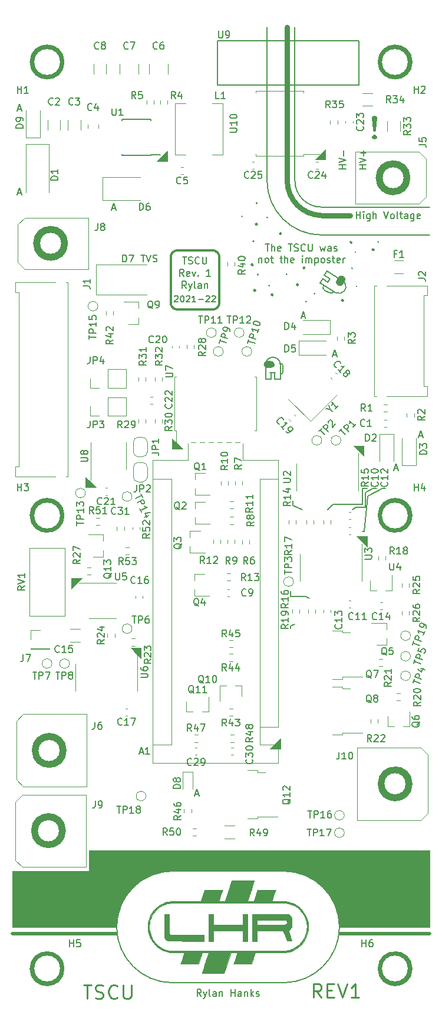
<source format=gto>
G04 #@! TF.GenerationSoftware,KiCad,Pcbnew,(5.1.10)-1*
G04 #@! TF.CreationDate,2022-01-30T14:23:45-06:00*
G04 #@! TF.ProjectId,22-ELC-1-01-R1,32322d45-4c43-42d3-912d-30312d52312e,rev?*
G04 #@! TF.SameCoordinates,Original*
G04 #@! TF.FileFunction,Legend,Top*
G04 #@! TF.FilePolarity,Positive*
%FSLAX46Y46*%
G04 Gerber Fmt 4.6, Leading zero omitted, Abs format (unit mm)*
G04 Created by KiCad (PCBNEW (5.1.10)-1) date 2022-01-30 14:23:45*
%MOMM*%
%LPD*%
G01*
G04 APERTURE LIST*
%ADD10C,0.150000*%
%ADD11C,0.100000*%
%ADD12C,1.000000*%
%ADD13C,0.450000*%
%ADD14C,0.500000*%
%ADD15C,0.300000*%
%ADD16C,0.750000*%
%ADD17C,0.250000*%
%ADD18C,0.120000*%
%ADD19C,0.010000*%
%ADD20R,2.500000X1.800000*%
%ADD21R,1.100000X1.100000*%
%ADD22C,3.000000*%
%ADD23C,1.500000*%
%ADD24C,1.000000*%
%ADD25O,1.600000X1.600000*%
%ADD26R,1.600000X1.600000*%
%ADD27R,1.800000X3.500000*%
%ADD28R,1.200000X0.900000*%
%ADD29R,0.900000X1.200000*%
%ADD30R,3.500000X2.300000*%
%ADD31C,3.700000*%
%ADD32R,1.700000X1.700000*%
%ADD33O,1.700000X1.700000*%
%ADD34R,0.900000X0.800000*%
%ADD35R,0.800000X0.900000*%
%ADD36R,2.200000X1.200000*%
%ADD37R,6.400000X5.800000*%
%ADD38C,1.440000*%
%ADD39R,2.600000X3.100000*%
%ADD40R,1.550000X0.600000*%
%ADD41C,1.800000*%
G04 APERTURE END LIST*
D10*
X116680000Y-52280000D02*
G75*
G03*
X116680000Y-52280000I-70000J0D01*
G01*
X115190000Y-50250000D02*
G75*
G03*
X115190000Y-50250000I-70000J0D01*
G01*
X113070000Y-52150000D02*
G75*
G03*
X113070000Y-52150000I-70000J0D01*
G01*
X129530000Y-62180000D02*
G75*
G03*
X129530000Y-62180000I-70000J0D01*
G01*
X123510000Y-63210000D02*
G75*
G03*
X123510000Y-63210000I-70000J0D01*
G01*
X129370000Y-57270000D02*
G75*
G03*
X129370000Y-57270000I-70000J0D01*
G01*
X132640000Y-55800000D02*
G75*
G03*
X132640000Y-55800000I-70000J0D01*
G01*
X114710000Y-55720000D02*
G75*
G03*
X114710000Y-55720000I-70000J0D01*
G01*
X128880000Y-59580000D02*
G75*
G03*
X128880000Y-59580000I-70000J0D01*
G01*
X122290000Y-64350000D02*
G75*
G03*
X122290000Y-64350000I-70000J0D01*
G01*
X119470000Y-60410000D02*
G75*
G03*
X119470000Y-60410000I-70000J0D01*
G01*
X115350000Y-60460000D02*
G75*
G03*
X115350000Y-60460000I-70000J0D01*
G01*
X116990000Y-62070000D02*
G75*
G03*
X116990000Y-62070000I-70000J0D01*
G01*
D11*
G36*
X115100000Y-53120000D02*
G01*
X115190000Y-53230000D01*
X115110000Y-53400000D01*
X114910000Y-53360000D01*
X114880000Y-53170000D01*
X115100000Y-53110000D01*
X115100000Y-53120000D01*
G37*
X115100000Y-53120000D02*
X115190000Y-53230000D01*
X115110000Y-53400000D01*
X114910000Y-53360000D01*
X114880000Y-53170000D01*
X115100000Y-53110000D01*
X115100000Y-53120000D01*
D10*
X115201245Y-53250000D02*
G75*
G03*
X115201245Y-53250000I-161245J0D01*
G01*
D11*
G36*
X118570000Y-54460000D02*
G01*
X118660000Y-54570000D01*
X118580000Y-54740000D01*
X118380000Y-54700000D01*
X118350000Y-54510000D01*
X118570000Y-54450000D01*
X118570000Y-54460000D01*
G37*
X118570000Y-54460000D02*
X118660000Y-54570000D01*
X118580000Y-54740000D01*
X118380000Y-54700000D01*
X118350000Y-54510000D01*
X118570000Y-54450000D01*
X118570000Y-54460000D01*
D10*
X118671245Y-54590000D02*
G75*
G03*
X118671245Y-54590000I-161245J0D01*
G01*
D11*
G36*
X131870000Y-56770000D02*
G01*
X131960000Y-56880000D01*
X131880000Y-57050000D01*
X131680000Y-57010000D01*
X131650000Y-56820000D01*
X131870000Y-56760000D01*
X131870000Y-56770000D01*
G37*
X131870000Y-56770000D02*
X131960000Y-56880000D01*
X131880000Y-57050000D01*
X131680000Y-57010000D01*
X131650000Y-56820000D01*
X131870000Y-56760000D01*
X131870000Y-56770000D01*
D10*
X131971245Y-56900000D02*
G75*
G03*
X131971245Y-56900000I-161245J0D01*
G01*
D11*
G36*
X128690000Y-55710000D02*
G01*
X128780000Y-55820000D01*
X128700000Y-55990000D01*
X128500000Y-55950000D01*
X128470000Y-55760000D01*
X128690000Y-55700000D01*
X128690000Y-55710000D01*
G37*
X128690000Y-55710000D02*
X128780000Y-55820000D01*
X128700000Y-55990000D01*
X128500000Y-55950000D01*
X128470000Y-55760000D01*
X128690000Y-55700000D01*
X128690000Y-55710000D01*
D10*
X128791245Y-55840000D02*
G75*
G03*
X128791245Y-55840000I-161245J0D01*
G01*
D11*
G36*
X127500000Y-64040000D02*
G01*
X127590000Y-64150000D01*
X127510000Y-64320000D01*
X127310000Y-64280000D01*
X127280000Y-64090000D01*
X127500000Y-64030000D01*
X127500000Y-64040000D01*
G37*
X127500000Y-64040000D02*
X127590000Y-64150000D01*
X127510000Y-64320000D01*
X127310000Y-64280000D01*
X127280000Y-64090000D01*
X127500000Y-64030000D01*
X127500000Y-64040000D01*
D10*
X127601245Y-64170000D02*
G75*
G03*
X127601245Y-64170000I-161245J0D01*
G01*
D11*
G36*
X121010000Y-61800000D02*
G01*
X121100000Y-61910000D01*
X121020000Y-62080000D01*
X120820000Y-62040000D01*
X120790000Y-61850000D01*
X121010000Y-61790000D01*
X121010000Y-61800000D01*
G37*
X121010000Y-61800000D02*
X121100000Y-61910000D01*
X121020000Y-62080000D01*
X120820000Y-62040000D01*
X120790000Y-61850000D01*
X121010000Y-61790000D01*
X121010000Y-61800000D01*
D10*
X121111245Y-61930000D02*
G75*
G03*
X121111245Y-61930000I-161245J0D01*
G01*
D11*
G36*
X121950000Y-59370000D02*
G01*
X122040000Y-59480000D01*
X121960000Y-59650000D01*
X121760000Y-59610000D01*
X121730000Y-59420000D01*
X121950000Y-59360000D01*
X121950000Y-59370000D01*
G37*
X121950000Y-59370000D02*
X122040000Y-59480000D01*
X121960000Y-59650000D01*
X121760000Y-59610000D01*
X121730000Y-59420000D01*
X121950000Y-59360000D01*
X121950000Y-59370000D01*
D10*
X122051245Y-59500000D02*
G75*
G03*
X122051245Y-59500000I-161245J0D01*
G01*
D11*
G36*
X114510000Y-58910000D02*
G01*
X114600000Y-59020000D01*
X114520000Y-59190000D01*
X114320000Y-59150000D01*
X114290000Y-58960000D01*
X114510000Y-58900000D01*
X114510000Y-58910000D01*
G37*
X114510000Y-58910000D02*
X114600000Y-59020000D01*
X114520000Y-59190000D01*
X114320000Y-59150000D01*
X114290000Y-58960000D01*
X114510000Y-58900000D01*
X114510000Y-58910000D01*
D10*
X114611245Y-59040000D02*
G75*
G03*
X114611245Y-59040000I-161245J0D01*
G01*
D11*
G36*
X114860000Y-62590000D02*
G01*
X114950000Y-62700000D01*
X114870000Y-62870000D01*
X114670000Y-62830000D01*
X114640000Y-62640000D01*
X114860000Y-62580000D01*
X114860000Y-62590000D01*
G37*
X114860000Y-62590000D02*
X114950000Y-62700000D01*
X114870000Y-62870000D01*
X114670000Y-62830000D01*
X114640000Y-62640000D01*
X114860000Y-62580000D01*
X114860000Y-62590000D01*
D10*
X114961245Y-62720000D02*
G75*
G03*
X114961245Y-62720000I-161245J0D01*
G01*
D11*
G36*
X117370000Y-63230000D02*
G01*
X117460000Y-63340000D01*
X117380000Y-63510000D01*
X117180000Y-63470000D01*
X117150000Y-63280000D01*
X117370000Y-63220000D01*
X117370000Y-63230000D01*
G37*
X117370000Y-63230000D02*
X117460000Y-63340000D01*
X117380000Y-63510000D01*
X117180000Y-63470000D01*
X117150000Y-63280000D01*
X117370000Y-63220000D01*
X117370000Y-63230000D01*
D10*
X117471245Y-63360000D02*
G75*
G03*
X117471245Y-63360000I-161245J0D01*
G01*
X116369523Y-56117380D02*
X116940952Y-56117380D01*
X116655238Y-57117380D02*
X116655238Y-56117380D01*
X117274285Y-57117380D02*
X117274285Y-56117380D01*
X117702857Y-57117380D02*
X117702857Y-56593571D01*
X117655238Y-56498333D01*
X117560000Y-56450714D01*
X117417142Y-56450714D01*
X117321904Y-56498333D01*
X117274285Y-56545952D01*
X118560000Y-57069761D02*
X118464761Y-57117380D01*
X118274285Y-57117380D01*
X118179047Y-57069761D01*
X118131428Y-56974523D01*
X118131428Y-56593571D01*
X118179047Y-56498333D01*
X118274285Y-56450714D01*
X118464761Y-56450714D01*
X118560000Y-56498333D01*
X118607619Y-56593571D01*
X118607619Y-56688809D01*
X118131428Y-56784047D01*
X119655238Y-56117380D02*
X120226666Y-56117380D01*
X119940952Y-57117380D02*
X119940952Y-56117380D01*
X120512380Y-57069761D02*
X120655238Y-57117380D01*
X120893333Y-57117380D01*
X120988571Y-57069761D01*
X121036190Y-57022142D01*
X121083809Y-56926904D01*
X121083809Y-56831666D01*
X121036190Y-56736428D01*
X120988571Y-56688809D01*
X120893333Y-56641190D01*
X120702857Y-56593571D01*
X120607619Y-56545952D01*
X120560000Y-56498333D01*
X120512380Y-56403095D01*
X120512380Y-56307857D01*
X120560000Y-56212619D01*
X120607619Y-56165000D01*
X120702857Y-56117380D01*
X120940952Y-56117380D01*
X121083809Y-56165000D01*
X122083809Y-57022142D02*
X122036190Y-57069761D01*
X121893333Y-57117380D01*
X121798095Y-57117380D01*
X121655238Y-57069761D01*
X121560000Y-56974523D01*
X121512380Y-56879285D01*
X121464761Y-56688809D01*
X121464761Y-56545952D01*
X121512380Y-56355476D01*
X121560000Y-56260238D01*
X121655238Y-56165000D01*
X121798095Y-56117380D01*
X121893333Y-56117380D01*
X122036190Y-56165000D01*
X122083809Y-56212619D01*
X122512380Y-56117380D02*
X122512380Y-56926904D01*
X122560000Y-57022142D01*
X122607619Y-57069761D01*
X122702857Y-57117380D01*
X122893333Y-57117380D01*
X122988571Y-57069761D01*
X123036190Y-57022142D01*
X123083809Y-56926904D01*
X123083809Y-56117380D01*
X124226666Y-56450714D02*
X124417142Y-57117380D01*
X124607619Y-56641190D01*
X124798095Y-57117380D01*
X124988571Y-56450714D01*
X125798095Y-57117380D02*
X125798095Y-56593571D01*
X125750476Y-56498333D01*
X125655238Y-56450714D01*
X125464761Y-56450714D01*
X125369523Y-56498333D01*
X125798095Y-57069761D02*
X125702857Y-57117380D01*
X125464761Y-57117380D01*
X125369523Y-57069761D01*
X125321904Y-56974523D01*
X125321904Y-56879285D01*
X125369523Y-56784047D01*
X125464761Y-56736428D01*
X125702857Y-56736428D01*
X125798095Y-56688809D01*
X126226666Y-57069761D02*
X126321904Y-57117380D01*
X126512380Y-57117380D01*
X126607619Y-57069761D01*
X126655238Y-56974523D01*
X126655238Y-56926904D01*
X126607619Y-56831666D01*
X126512380Y-56784047D01*
X126369523Y-56784047D01*
X126274285Y-56736428D01*
X126226666Y-56641190D01*
X126226666Y-56593571D01*
X126274285Y-56498333D01*
X126369523Y-56450714D01*
X126512380Y-56450714D01*
X126607619Y-56498333D01*
X115440952Y-58100714D02*
X115440952Y-58767380D01*
X115440952Y-58195952D02*
X115488571Y-58148333D01*
X115583809Y-58100714D01*
X115726666Y-58100714D01*
X115821904Y-58148333D01*
X115869523Y-58243571D01*
X115869523Y-58767380D01*
X116488571Y-58767380D02*
X116393333Y-58719761D01*
X116345714Y-58672142D01*
X116298095Y-58576904D01*
X116298095Y-58291190D01*
X116345714Y-58195952D01*
X116393333Y-58148333D01*
X116488571Y-58100714D01*
X116631428Y-58100714D01*
X116726666Y-58148333D01*
X116774285Y-58195952D01*
X116821904Y-58291190D01*
X116821904Y-58576904D01*
X116774285Y-58672142D01*
X116726666Y-58719761D01*
X116631428Y-58767380D01*
X116488571Y-58767380D01*
X117107619Y-58100714D02*
X117488571Y-58100714D01*
X117250476Y-57767380D02*
X117250476Y-58624523D01*
X117298095Y-58719761D01*
X117393333Y-58767380D01*
X117488571Y-58767380D01*
X118440952Y-58100714D02*
X118821904Y-58100714D01*
X118583809Y-57767380D02*
X118583809Y-58624523D01*
X118631428Y-58719761D01*
X118726666Y-58767380D01*
X118821904Y-58767380D01*
X119155238Y-58767380D02*
X119155238Y-57767380D01*
X119583809Y-58767380D02*
X119583809Y-58243571D01*
X119536190Y-58148333D01*
X119440952Y-58100714D01*
X119298095Y-58100714D01*
X119202857Y-58148333D01*
X119155238Y-58195952D01*
X120440952Y-58719761D02*
X120345714Y-58767380D01*
X120155238Y-58767380D01*
X120060000Y-58719761D01*
X120012380Y-58624523D01*
X120012380Y-58243571D01*
X120060000Y-58148333D01*
X120155238Y-58100714D01*
X120345714Y-58100714D01*
X120440952Y-58148333D01*
X120488571Y-58243571D01*
X120488571Y-58338809D01*
X120012380Y-58434047D01*
X121679047Y-58767380D02*
X121679047Y-58100714D01*
X121679047Y-57767380D02*
X121631428Y-57815000D01*
X121679047Y-57862619D01*
X121726666Y-57815000D01*
X121679047Y-57767380D01*
X121679047Y-57862619D01*
X122155238Y-58767380D02*
X122155238Y-58100714D01*
X122155238Y-58195952D02*
X122202857Y-58148333D01*
X122298095Y-58100714D01*
X122440952Y-58100714D01*
X122536190Y-58148333D01*
X122583809Y-58243571D01*
X122583809Y-58767380D01*
X122583809Y-58243571D02*
X122631428Y-58148333D01*
X122726666Y-58100714D01*
X122869523Y-58100714D01*
X122964761Y-58148333D01*
X123012380Y-58243571D01*
X123012380Y-58767380D01*
X123488571Y-58100714D02*
X123488571Y-59100714D01*
X123488571Y-58148333D02*
X123583809Y-58100714D01*
X123774285Y-58100714D01*
X123869523Y-58148333D01*
X123917142Y-58195952D01*
X123964761Y-58291190D01*
X123964761Y-58576904D01*
X123917142Y-58672142D01*
X123869523Y-58719761D01*
X123774285Y-58767380D01*
X123583809Y-58767380D01*
X123488571Y-58719761D01*
X124536190Y-58767380D02*
X124440952Y-58719761D01*
X124393333Y-58672142D01*
X124345714Y-58576904D01*
X124345714Y-58291190D01*
X124393333Y-58195952D01*
X124440952Y-58148333D01*
X124536190Y-58100714D01*
X124679047Y-58100714D01*
X124774285Y-58148333D01*
X124821904Y-58195952D01*
X124869523Y-58291190D01*
X124869523Y-58576904D01*
X124821904Y-58672142D01*
X124774285Y-58719761D01*
X124679047Y-58767380D01*
X124536190Y-58767380D01*
X125250476Y-58719761D02*
X125345714Y-58767380D01*
X125536190Y-58767380D01*
X125631428Y-58719761D01*
X125679047Y-58624523D01*
X125679047Y-58576904D01*
X125631428Y-58481666D01*
X125536190Y-58434047D01*
X125393333Y-58434047D01*
X125298095Y-58386428D01*
X125250476Y-58291190D01*
X125250476Y-58243571D01*
X125298095Y-58148333D01*
X125393333Y-58100714D01*
X125536190Y-58100714D01*
X125631428Y-58148333D01*
X125964761Y-58100714D02*
X126345714Y-58100714D01*
X126107619Y-57767380D02*
X126107619Y-58624523D01*
X126155238Y-58719761D01*
X126250476Y-58767380D01*
X126345714Y-58767380D01*
X127060000Y-58719761D02*
X126964761Y-58767380D01*
X126774285Y-58767380D01*
X126679047Y-58719761D01*
X126631428Y-58624523D01*
X126631428Y-58243571D01*
X126679047Y-58148333D01*
X126774285Y-58100714D01*
X126964761Y-58100714D01*
X127060000Y-58148333D01*
X127107619Y-58243571D01*
X127107619Y-58338809D01*
X126631428Y-58434047D01*
X127536190Y-58767380D02*
X127536190Y-58100714D01*
X127536190Y-58291190D02*
X127583809Y-58195952D01*
X127631428Y-58148333D01*
X127726666Y-58100714D01*
X127821904Y-58100714D01*
X125600000Y-61100000D02*
X125680000Y-60970000D01*
D11*
G36*
X127650000Y-60850000D02*
G01*
X127740000Y-61120000D01*
X127670000Y-61430000D01*
X127410000Y-61830000D01*
X127230000Y-61980000D01*
X126850000Y-62010000D01*
X126660000Y-61830000D01*
X126570000Y-61500000D01*
X126720000Y-61210000D01*
X126880000Y-60930000D01*
X127110000Y-60700000D01*
X127470000Y-60700000D01*
X127650000Y-60850000D01*
G37*
X127650000Y-60850000D02*
X127740000Y-61120000D01*
X127670000Y-61430000D01*
X127410000Y-61830000D01*
X127230000Y-61980000D01*
X126850000Y-62010000D01*
X126660000Y-61830000D01*
X126570000Y-61500000D01*
X126720000Y-61210000D01*
X126880000Y-60930000D01*
X127110000Y-60700000D01*
X127470000Y-60700000D01*
X127650000Y-60850000D01*
D10*
X127370310Y-61819758D02*
G75*
G02*
X126630000Y-61330000I-360311J259759D01*
G01*
X126860000Y-60930000D02*
X126630000Y-61300000D01*
X126857982Y-60923991D02*
G75*
G02*
X127679999Y-61339999I412018J-206009D01*
G01*
X127410000Y-61770000D02*
X127680000Y-61360000D01*
X124896394Y-62747213D02*
X125620000Y-63100000D01*
X126177770Y-62968327D02*
G75*
G02*
X125620001Y-63099999I-357770J268327D01*
G01*
X124896394Y-62747213D02*
G75*
G02*
X124720000Y-62000001I223606J447213D01*
G01*
X127661201Y-62848550D02*
G75*
G02*
X126520001Y-63099999I-741201J648550D01*
G01*
X127326138Y-61286188D02*
G75*
G02*
X127720000Y-62800000I-406138J-913812D01*
G01*
X124220000Y-61700000D02*
X126520000Y-63100000D01*
X124620000Y-61100000D02*
X124220000Y-61700000D01*
X125320000Y-61600000D02*
X124620000Y-61100000D01*
X125620000Y-61100000D02*
X125320000Y-61600000D01*
X124820000Y-60600000D02*
X125620000Y-61100000D01*
X125220000Y-60000000D02*
X124820000Y-60600000D01*
X125220000Y-60000000D02*
X127320000Y-61300000D01*
X80761904Y-36766666D02*
X81238095Y-36766666D01*
X80666666Y-37052380D02*
X81000000Y-36052380D01*
X81333333Y-37052380D01*
X118900000Y-73600000D02*
X118900000Y-74400000D01*
X118900000Y-74400000D02*
G75*
G02*
X118500000Y-74800000I-400000J0D01*
G01*
X118500000Y-73200000D02*
G75*
G02*
X118900000Y-73600000I0J-400000D01*
G01*
D12*
X137000000Y-133500000D02*
G75*
G03*
X137000000Y-133500000I-2000000J0D01*
G01*
X87200000Y-140200000D02*
G75*
G03*
X87200000Y-140200000I-2000000J0D01*
G01*
X87300000Y-128700000D02*
G75*
G03*
X87300000Y-128700000I-2000000J0D01*
G01*
X87500000Y-56000000D02*
G75*
G03*
X87500000Y-56000000I-2000000J0D01*
G01*
X136700000Y-46600000D02*
G75*
G03*
X136700000Y-46600000I-2000000J0D01*
G01*
X137000000Y-30000000D02*
G75*
G03*
X137000000Y-30000000I-2000000J0D01*
G01*
X87000000Y-30000000D02*
G75*
G03*
X87000000Y-30000000I-2000000J0D01*
G01*
X87000000Y-95000000D02*
G75*
G03*
X87000000Y-95000000I-2000000J0D01*
G01*
X87000000Y-160000000D02*
G75*
G03*
X87000000Y-160000000I-2000000J0D01*
G01*
X137000000Y-160000000D02*
G75*
G03*
X137000000Y-160000000I-2000000J0D01*
G01*
X137000000Y-95000000D02*
G75*
G03*
X137000000Y-95000000I-2000000J0D01*
G01*
D13*
X132000000Y-40571428D02*
X132142857Y-40714285D01*
X132000000Y-40857142D01*
X131857142Y-40714285D01*
X132000000Y-40571428D01*
X132000000Y-40857142D01*
X132000000Y-39714285D02*
X131857142Y-38000000D01*
X132000000Y-37857142D01*
X132142857Y-38000000D01*
X132000000Y-39714285D01*
X132000000Y-37857142D01*
D10*
X130852380Y-45333333D02*
X129852380Y-45333333D01*
X130328571Y-45333333D02*
X130328571Y-44761904D01*
X130852380Y-44761904D02*
X129852380Y-44761904D01*
X129852380Y-44428571D02*
X130852380Y-44095238D01*
X129852380Y-43761904D01*
X130471428Y-43428571D02*
X130471428Y-42666666D01*
X130852380Y-43047619D02*
X130090476Y-43047619D01*
X127952380Y-45333333D02*
X126952380Y-45333333D01*
X127428571Y-45333333D02*
X127428571Y-44761904D01*
X127952380Y-44761904D02*
X126952380Y-44761904D01*
X126952380Y-44428571D02*
X127952380Y-44095238D01*
X126952380Y-43761904D01*
X127571428Y-43428571D02*
X127571428Y-42666666D01*
X106261904Y-134966666D02*
X106738095Y-134966666D01*
X106166666Y-135252380D02*
X106500000Y-134252380D01*
X106833333Y-135252380D01*
X94361904Y-50966666D02*
X94838095Y-50966666D01*
X94266666Y-51252380D02*
X94600000Y-50252380D01*
X94933333Y-51252380D01*
X126061904Y-71966666D02*
X126538095Y-71966666D01*
X125966666Y-72252380D02*
X126300000Y-71252380D01*
X126633333Y-72252380D01*
X121561904Y-66466666D02*
X122038095Y-66466666D01*
X121466666Y-66752380D02*
X121800000Y-65752380D01*
X122133333Y-66752380D01*
X138461904Y-83566666D02*
X138938095Y-83566666D01*
X138366666Y-83852380D02*
X138700000Y-82852380D01*
X139033333Y-83852380D01*
X134861904Y-88266666D02*
X135338095Y-88266666D01*
X134766666Y-88552380D02*
X135100000Y-87552380D01*
X135433333Y-88552380D01*
X98509523Y-57652380D02*
X99080952Y-57652380D01*
X98795238Y-58652380D02*
X98795238Y-57652380D01*
X99271428Y-57652380D02*
X99604761Y-58652380D01*
X99938095Y-57652380D01*
X100223809Y-58604761D02*
X100366666Y-58652380D01*
X100604761Y-58652380D01*
X100700000Y-58604761D01*
X100747619Y-58557142D01*
X100795238Y-58461904D01*
X100795238Y-58366666D01*
X100747619Y-58271428D01*
X100700000Y-58223809D01*
X100604761Y-58176190D01*
X100414285Y-58128571D01*
X100319047Y-58080952D01*
X100271428Y-58033333D01*
X100223809Y-57938095D01*
X100223809Y-57842857D01*
X100271428Y-57747619D01*
X100319047Y-57700000D01*
X100414285Y-57652380D01*
X100652380Y-57652380D01*
X100795238Y-57700000D01*
X80761904Y-48766666D02*
X81238095Y-48766666D01*
X80666666Y-49052380D02*
X81000000Y-48052380D01*
X81333333Y-49052380D01*
D11*
G36*
X125000000Y-44000000D02*
G01*
X123500000Y-44000000D01*
X125000000Y-42500000D01*
X125000000Y-44000000D01*
G37*
X125000000Y-44000000D02*
X123500000Y-44000000D01*
X125000000Y-42500000D01*
X125000000Y-44000000D01*
G36*
X102250000Y-44250000D02*
G01*
X100750000Y-44250000D01*
X102250000Y-42750000D01*
X102250000Y-44250000D01*
G37*
X102250000Y-44250000D02*
X100750000Y-44250000D01*
X102250000Y-42750000D01*
X102250000Y-44250000D01*
G36*
X92000000Y-91000000D02*
G01*
X90500000Y-91000000D01*
X90500000Y-89500000D01*
X92000000Y-91000000D01*
G37*
X92000000Y-91000000D02*
X90500000Y-91000000D01*
X90500000Y-89500000D01*
X92000000Y-91000000D01*
G36*
X88500000Y-105500000D02*
G01*
X88500000Y-104000000D01*
X90000000Y-104000000D01*
X88500000Y-105500000D01*
G37*
X88500000Y-105500000D02*
X88500000Y-104000000D01*
X90000000Y-104000000D01*
X88500000Y-105500000D01*
G36*
X98500000Y-115500000D02*
G01*
X97000000Y-114000000D01*
X98500000Y-114000000D01*
X98500000Y-115500000D01*
G37*
X98500000Y-115500000D02*
X97000000Y-114000000D01*
X98500000Y-114000000D01*
X98500000Y-115500000D01*
G36*
X118500000Y-128500000D02*
G01*
X117000000Y-128500000D01*
X118500000Y-127000000D01*
X118500000Y-128500000D01*
G37*
X118500000Y-128500000D02*
X117000000Y-128500000D01*
X118500000Y-127000000D01*
X118500000Y-128500000D01*
G36*
X131000000Y-99500000D02*
G01*
X129500000Y-98000000D01*
X131000000Y-98000000D01*
X131000000Y-99500000D01*
G37*
X131000000Y-99500000D02*
X129500000Y-98000000D01*
X131000000Y-98000000D01*
X131000000Y-99500000D01*
G36*
X130500000Y-86500000D02*
G01*
X129000000Y-85000000D01*
X130500000Y-85000000D01*
X130500000Y-86500000D01*
G37*
X130500000Y-86500000D02*
X129000000Y-85000000D01*
X130500000Y-85000000D01*
X130500000Y-86500000D01*
G36*
X104500000Y-85500000D02*
G01*
X103000000Y-85500000D01*
X103000000Y-84000000D01*
X104500000Y-85500000D01*
G37*
X104500000Y-85500000D02*
X103000000Y-85500000D01*
X103000000Y-84000000D01*
X104500000Y-85500000D01*
D10*
X120600000Y-25000000D02*
X120600000Y-47000000D01*
D11*
G36*
X117440000Y-73060000D02*
G01*
X117570000Y-73250000D01*
X117580000Y-73460000D01*
X117510000Y-73630000D01*
X117340000Y-73730000D01*
X116920000Y-73780000D01*
X116460000Y-73750000D01*
X116240000Y-73580000D01*
X116180000Y-73400000D01*
X116230000Y-73140000D01*
X116540000Y-72970000D01*
X117250000Y-72970000D01*
X117440000Y-73060000D01*
G37*
X117440000Y-73060000D02*
X117570000Y-73250000D01*
X117580000Y-73460000D01*
X117510000Y-73630000D01*
X117340000Y-73730000D01*
X116920000Y-73780000D01*
X116460000Y-73750000D01*
X116240000Y-73580000D01*
X116180000Y-73400000D01*
X116230000Y-73140000D01*
X116540000Y-72970000D01*
X117250000Y-72970000D01*
X117440000Y-73060000D01*
D10*
X117190000Y-72960000D02*
G75*
G02*
X117590000Y-73360000I0J-400000D01*
G01*
X117590000Y-73360000D02*
G75*
G02*
X117190000Y-73760000I-400000J0D01*
G01*
X116590000Y-73760000D02*
X117190000Y-73760000D01*
X116590000Y-72960000D02*
X117190000Y-72960000D01*
X116590000Y-73760000D02*
G75*
G02*
X116190000Y-73360000I0J400000D01*
G01*
X116190000Y-73360000D02*
G75*
G02*
X116590000Y-72960000I400000J0D01*
G01*
X117190000Y-74510000D02*
X116990000Y-74510000D01*
X116390000Y-75510000D02*
X116390000Y-73110000D01*
X117190000Y-75510000D02*
X116390000Y-75510000D01*
X117190000Y-74510000D02*
X117190000Y-75510000D01*
X117750000Y-74500000D02*
X117190000Y-74510000D01*
X117720000Y-75500000D02*
X117700000Y-74510000D01*
X118500000Y-75500000D02*
X117720000Y-75500000D01*
X118510000Y-73390000D02*
X118500000Y-75500000D01*
X116389953Y-73400000D02*
G75*
G02*
X118510000Y-73390000I1060047J0D01*
G01*
D14*
X140000000Y-155000000D02*
X127100000Y-155000000D01*
X80000000Y-155000000D02*
X94900000Y-155000000D01*
D10*
X103292857Y-63592857D02*
X103335714Y-63550000D01*
X103421428Y-63507142D01*
X103635714Y-63507142D01*
X103721428Y-63550000D01*
X103764285Y-63592857D01*
X103807142Y-63678571D01*
X103807142Y-63764285D01*
X103764285Y-63892857D01*
X103250000Y-64407142D01*
X103807142Y-64407142D01*
X104364285Y-63507142D02*
X104450000Y-63507142D01*
X104535714Y-63550000D01*
X104578571Y-63592857D01*
X104621428Y-63678571D01*
X104664285Y-63850000D01*
X104664285Y-64064285D01*
X104621428Y-64235714D01*
X104578571Y-64321428D01*
X104535714Y-64364285D01*
X104450000Y-64407142D01*
X104364285Y-64407142D01*
X104278571Y-64364285D01*
X104235714Y-64321428D01*
X104192857Y-64235714D01*
X104150000Y-64064285D01*
X104150000Y-63850000D01*
X104192857Y-63678571D01*
X104235714Y-63592857D01*
X104278571Y-63550000D01*
X104364285Y-63507142D01*
X105007142Y-63592857D02*
X105050000Y-63550000D01*
X105135714Y-63507142D01*
X105350000Y-63507142D01*
X105435714Y-63550000D01*
X105478571Y-63592857D01*
X105521428Y-63678571D01*
X105521428Y-63764285D01*
X105478571Y-63892857D01*
X104964285Y-64407142D01*
X105521428Y-64407142D01*
X106378571Y-64407142D02*
X105864285Y-64407142D01*
X106121428Y-64407142D02*
X106121428Y-63507142D01*
X106035714Y-63635714D01*
X105950000Y-63721428D01*
X105864285Y-63764285D01*
X106764285Y-64064285D02*
X107450000Y-64064285D01*
X107835714Y-63592857D02*
X107878571Y-63550000D01*
X107964285Y-63507142D01*
X108178571Y-63507142D01*
X108264285Y-63550000D01*
X108307142Y-63592857D01*
X108350000Y-63678571D01*
X108350000Y-63764285D01*
X108307142Y-63892857D01*
X107792857Y-64407142D01*
X108350000Y-64407142D01*
X108692857Y-63592857D02*
X108735714Y-63550000D01*
X108821428Y-63507142D01*
X109035714Y-63507142D01*
X109121428Y-63550000D01*
X109164285Y-63592857D01*
X109207142Y-63678571D01*
X109207142Y-63764285D01*
X109164285Y-63892857D01*
X108650000Y-64407142D01*
X109207142Y-64407142D01*
X105011904Y-62452380D02*
X104678571Y-61976190D01*
X104440476Y-62452380D02*
X104440476Y-61452380D01*
X104821428Y-61452380D01*
X104916666Y-61500000D01*
X104964285Y-61547619D01*
X105011904Y-61642857D01*
X105011904Y-61785714D01*
X104964285Y-61880952D01*
X104916666Y-61928571D01*
X104821428Y-61976190D01*
X104440476Y-61976190D01*
X105345238Y-61785714D02*
X105583333Y-62452380D01*
X105821428Y-61785714D02*
X105583333Y-62452380D01*
X105488095Y-62690476D01*
X105440476Y-62738095D01*
X105345238Y-62785714D01*
X106345238Y-62452380D02*
X106250000Y-62404761D01*
X106202380Y-62309523D01*
X106202380Y-61452380D01*
X107154761Y-62452380D02*
X107154761Y-61928571D01*
X107107142Y-61833333D01*
X107011904Y-61785714D01*
X106821428Y-61785714D01*
X106726190Y-61833333D01*
X107154761Y-62404761D02*
X107059523Y-62452380D01*
X106821428Y-62452380D01*
X106726190Y-62404761D01*
X106678571Y-62309523D01*
X106678571Y-62214285D01*
X106726190Y-62119047D01*
X106821428Y-62071428D01*
X107059523Y-62071428D01*
X107154761Y-62023809D01*
X107630952Y-61785714D02*
X107630952Y-62452380D01*
X107630952Y-61880952D02*
X107678571Y-61833333D01*
X107773809Y-61785714D01*
X107916666Y-61785714D01*
X108011904Y-61833333D01*
X108059523Y-61928571D01*
X108059523Y-62452380D01*
X104654761Y-60702380D02*
X104321428Y-60226190D01*
X104083333Y-60702380D02*
X104083333Y-59702380D01*
X104464285Y-59702380D01*
X104559523Y-59750000D01*
X104607142Y-59797619D01*
X104654761Y-59892857D01*
X104654761Y-60035714D01*
X104607142Y-60130952D01*
X104559523Y-60178571D01*
X104464285Y-60226190D01*
X104083333Y-60226190D01*
X105464285Y-60654761D02*
X105369047Y-60702380D01*
X105178571Y-60702380D01*
X105083333Y-60654761D01*
X105035714Y-60559523D01*
X105035714Y-60178571D01*
X105083333Y-60083333D01*
X105178571Y-60035714D01*
X105369047Y-60035714D01*
X105464285Y-60083333D01*
X105511904Y-60178571D01*
X105511904Y-60273809D01*
X105035714Y-60369047D01*
X105845238Y-60035714D02*
X106083333Y-60702380D01*
X106321428Y-60035714D01*
X106702380Y-60607142D02*
X106750000Y-60654761D01*
X106702380Y-60702380D01*
X106654761Y-60654761D01*
X106702380Y-60607142D01*
X106702380Y-60702380D01*
X108464285Y-60702380D02*
X107892857Y-60702380D01*
X108178571Y-60702380D02*
X108178571Y-59702380D01*
X108083333Y-59845238D01*
X107988095Y-59940476D01*
X107892857Y-59988095D01*
X104464285Y-57952380D02*
X105035714Y-57952380D01*
X104750000Y-58952380D02*
X104750000Y-57952380D01*
X105321428Y-58904761D02*
X105464285Y-58952380D01*
X105702380Y-58952380D01*
X105797619Y-58904761D01*
X105845238Y-58857142D01*
X105892857Y-58761904D01*
X105892857Y-58666666D01*
X105845238Y-58571428D01*
X105797619Y-58523809D01*
X105702380Y-58476190D01*
X105511904Y-58428571D01*
X105416666Y-58380952D01*
X105369047Y-58333333D01*
X105321428Y-58238095D01*
X105321428Y-58142857D01*
X105369047Y-58047619D01*
X105416666Y-58000000D01*
X105511904Y-57952380D01*
X105750000Y-57952380D01*
X105892857Y-58000000D01*
X106892857Y-58857142D02*
X106845238Y-58904761D01*
X106702380Y-58952380D01*
X106607142Y-58952380D01*
X106464285Y-58904761D01*
X106369047Y-58809523D01*
X106321428Y-58714285D01*
X106273809Y-58523809D01*
X106273809Y-58380952D01*
X106321428Y-58190476D01*
X106369047Y-58095238D01*
X106464285Y-58000000D01*
X106607142Y-57952380D01*
X106702380Y-57952380D01*
X106845238Y-58000000D01*
X106892857Y-58047619D01*
X107321428Y-57952380D02*
X107321428Y-58761904D01*
X107369047Y-58857142D01*
X107416666Y-58904761D01*
X107511904Y-58952380D01*
X107702380Y-58952380D01*
X107797619Y-58904761D01*
X107845238Y-58857142D01*
X107892857Y-58761904D01*
X107892857Y-57952380D01*
D15*
X109750000Y-58000000D02*
X109750000Y-64500000D01*
X108750000Y-57000000D02*
G75*
G02*
X109750000Y-58000000I0J-1000000D01*
G01*
X109750000Y-64500000D02*
G75*
G02*
X108750000Y-65500000I-1000000J0D01*
G01*
X103750000Y-65500000D02*
X108750000Y-65500000D01*
X103750000Y-57000000D02*
X108750000Y-57000000D01*
X103750000Y-65500000D02*
G75*
G02*
X102750000Y-64500000I0J1000000D01*
G01*
X102750000Y-58000000D02*
G75*
G02*
X103750000Y-57000000I1000000J0D01*
G01*
X102750000Y-58000000D02*
X102750000Y-64500000D01*
D16*
X119500000Y-47000000D02*
X119500000Y-25000000D01*
X124500000Y-52000000D02*
G75*
G02*
X119500000Y-47000000I0J5000000D01*
G01*
X128500000Y-52000000D02*
X124500000Y-52000000D01*
D10*
X129428571Y-52452380D02*
X129428571Y-51452380D01*
X129428571Y-51928571D02*
X130000000Y-51928571D01*
X130000000Y-52452380D02*
X130000000Y-51452380D01*
X130476190Y-52452380D02*
X130476190Y-51785714D01*
X130476190Y-51452380D02*
X130428571Y-51500000D01*
X130476190Y-51547619D01*
X130523809Y-51500000D01*
X130476190Y-51452380D01*
X130476190Y-51547619D01*
X131380952Y-51785714D02*
X131380952Y-52595238D01*
X131333333Y-52690476D01*
X131285714Y-52738095D01*
X131190476Y-52785714D01*
X131047619Y-52785714D01*
X130952380Y-52738095D01*
X131380952Y-52404761D02*
X131285714Y-52452380D01*
X131095238Y-52452380D01*
X131000000Y-52404761D01*
X130952380Y-52357142D01*
X130904761Y-52261904D01*
X130904761Y-51976190D01*
X130952380Y-51880952D01*
X131000000Y-51833333D01*
X131095238Y-51785714D01*
X131285714Y-51785714D01*
X131380952Y-51833333D01*
X131857142Y-52452380D02*
X131857142Y-51452380D01*
X132285714Y-52452380D02*
X132285714Y-51928571D01*
X132238095Y-51833333D01*
X132142857Y-51785714D01*
X132000000Y-51785714D01*
X131904761Y-51833333D01*
X131857142Y-51880952D01*
X133380952Y-51452380D02*
X133714285Y-52452380D01*
X134047619Y-51452380D01*
X134523809Y-52452380D02*
X134428571Y-52404761D01*
X134380952Y-52357142D01*
X134333333Y-52261904D01*
X134333333Y-51976190D01*
X134380952Y-51880952D01*
X134428571Y-51833333D01*
X134523809Y-51785714D01*
X134666666Y-51785714D01*
X134761904Y-51833333D01*
X134809523Y-51880952D01*
X134857142Y-51976190D01*
X134857142Y-52261904D01*
X134809523Y-52357142D01*
X134761904Y-52404761D01*
X134666666Y-52452380D01*
X134523809Y-52452380D01*
X135428571Y-52452380D02*
X135333333Y-52404761D01*
X135285714Y-52309523D01*
X135285714Y-51452380D01*
X135666666Y-51785714D02*
X136047619Y-51785714D01*
X135809523Y-51452380D02*
X135809523Y-52309523D01*
X135857142Y-52404761D01*
X135952380Y-52452380D01*
X136047619Y-52452380D01*
X136809523Y-52452380D02*
X136809523Y-51928571D01*
X136761904Y-51833333D01*
X136666666Y-51785714D01*
X136476190Y-51785714D01*
X136380952Y-51833333D01*
X136809523Y-52404761D02*
X136714285Y-52452380D01*
X136476190Y-52452380D01*
X136380952Y-52404761D01*
X136333333Y-52309523D01*
X136333333Y-52214285D01*
X136380952Y-52119047D01*
X136476190Y-52071428D01*
X136714285Y-52071428D01*
X136809523Y-52023809D01*
X137714285Y-51785714D02*
X137714285Y-52595238D01*
X137666666Y-52690476D01*
X137619047Y-52738095D01*
X137523809Y-52785714D01*
X137380952Y-52785714D01*
X137285714Y-52738095D01*
X137714285Y-52404761D02*
X137619047Y-52452380D01*
X137428571Y-52452380D01*
X137333333Y-52404761D01*
X137285714Y-52357142D01*
X137238095Y-52261904D01*
X137238095Y-51976190D01*
X137285714Y-51880952D01*
X137333333Y-51833333D01*
X137428571Y-51785714D01*
X137619047Y-51785714D01*
X137714285Y-51833333D01*
X138571428Y-52404761D02*
X138476190Y-52452380D01*
X138285714Y-52452380D01*
X138190476Y-52404761D01*
X138142857Y-52309523D01*
X138142857Y-51928571D01*
X138190476Y-51833333D01*
X138285714Y-51785714D01*
X138476190Y-51785714D01*
X138571428Y-51833333D01*
X138619047Y-51928571D01*
X138619047Y-52023809D01*
X138142857Y-52119047D01*
X107142857Y-163952380D02*
X106809523Y-163476190D01*
X106571428Y-163952380D02*
X106571428Y-162952380D01*
X106952380Y-162952380D01*
X107047619Y-163000000D01*
X107095238Y-163047619D01*
X107142857Y-163142857D01*
X107142857Y-163285714D01*
X107095238Y-163380952D01*
X107047619Y-163428571D01*
X106952380Y-163476190D01*
X106571428Y-163476190D01*
X107476190Y-163285714D02*
X107714285Y-163952380D01*
X107952380Y-163285714D02*
X107714285Y-163952380D01*
X107619047Y-164190476D01*
X107571428Y-164238095D01*
X107476190Y-164285714D01*
X108476190Y-163952380D02*
X108380952Y-163904761D01*
X108333333Y-163809523D01*
X108333333Y-162952380D01*
X109285714Y-163952380D02*
X109285714Y-163428571D01*
X109238095Y-163333333D01*
X109142857Y-163285714D01*
X108952380Y-163285714D01*
X108857142Y-163333333D01*
X109285714Y-163904761D02*
X109190476Y-163952380D01*
X108952380Y-163952380D01*
X108857142Y-163904761D01*
X108809523Y-163809523D01*
X108809523Y-163714285D01*
X108857142Y-163619047D01*
X108952380Y-163571428D01*
X109190476Y-163571428D01*
X109285714Y-163523809D01*
X109761904Y-163285714D02*
X109761904Y-163952380D01*
X109761904Y-163380952D02*
X109809523Y-163333333D01*
X109904761Y-163285714D01*
X110047619Y-163285714D01*
X110142857Y-163333333D01*
X110190476Y-163428571D01*
X110190476Y-163952380D01*
X111428571Y-163952380D02*
X111428571Y-162952380D01*
X111428571Y-163428571D02*
X112000000Y-163428571D01*
X112000000Y-163952380D02*
X112000000Y-162952380D01*
X112904761Y-163952380D02*
X112904761Y-163428571D01*
X112857142Y-163333333D01*
X112761904Y-163285714D01*
X112571428Y-163285714D01*
X112476190Y-163333333D01*
X112904761Y-163904761D02*
X112809523Y-163952380D01*
X112571428Y-163952380D01*
X112476190Y-163904761D01*
X112428571Y-163809523D01*
X112428571Y-163714285D01*
X112476190Y-163619047D01*
X112571428Y-163571428D01*
X112809523Y-163571428D01*
X112904761Y-163523809D01*
X113380952Y-163285714D02*
X113380952Y-163952380D01*
X113380952Y-163380952D02*
X113428571Y-163333333D01*
X113523809Y-163285714D01*
X113666666Y-163285714D01*
X113761904Y-163333333D01*
X113809523Y-163428571D01*
X113809523Y-163952380D01*
X114285714Y-163952380D02*
X114285714Y-162952380D01*
X114380952Y-163571428D02*
X114666666Y-163952380D01*
X114666666Y-163285714D02*
X114285714Y-163666666D01*
X115047619Y-163904761D02*
X115142857Y-163952380D01*
X115333333Y-163952380D01*
X115428571Y-163904761D01*
X115476190Y-163809523D01*
X115476190Y-163761904D01*
X115428571Y-163666666D01*
X115333333Y-163619047D01*
X115190476Y-163619047D01*
X115095238Y-163571428D01*
X115047619Y-163476190D01*
X115047619Y-163428571D01*
X115095238Y-163333333D01*
X115190476Y-163285714D01*
X115333333Y-163285714D01*
X115428571Y-163333333D01*
D17*
X124404761Y-164154761D02*
X123738095Y-163202380D01*
X123261904Y-164154761D02*
X123261904Y-162154761D01*
X124023809Y-162154761D01*
X124214285Y-162250000D01*
X124309523Y-162345238D01*
X124404761Y-162535714D01*
X124404761Y-162821428D01*
X124309523Y-163011904D01*
X124214285Y-163107142D01*
X124023809Y-163202380D01*
X123261904Y-163202380D01*
X125261904Y-163107142D02*
X125928571Y-163107142D01*
X126214285Y-164154761D02*
X125261904Y-164154761D01*
X125261904Y-162154761D01*
X126214285Y-162154761D01*
X126785714Y-162154761D02*
X127452380Y-164154761D01*
X128119047Y-162154761D01*
X129833333Y-164154761D02*
X128690476Y-164154761D01*
X129261904Y-164154761D02*
X129261904Y-162154761D01*
X129071428Y-162440476D01*
X128880952Y-162630952D01*
X128690476Y-162726190D01*
X90228571Y-162304761D02*
X91371428Y-162304761D01*
X90800000Y-164304761D02*
X90800000Y-162304761D01*
X91942857Y-164209523D02*
X92228571Y-164304761D01*
X92704761Y-164304761D01*
X92895238Y-164209523D01*
X92990476Y-164114285D01*
X93085714Y-163923809D01*
X93085714Y-163733333D01*
X92990476Y-163542857D01*
X92895238Y-163447619D01*
X92704761Y-163352380D01*
X92323809Y-163257142D01*
X92133333Y-163161904D01*
X92038095Y-163066666D01*
X91942857Y-162876190D01*
X91942857Y-162685714D01*
X92038095Y-162495238D01*
X92133333Y-162400000D01*
X92323809Y-162304761D01*
X92800000Y-162304761D01*
X93085714Y-162400000D01*
X95085714Y-164114285D02*
X94990476Y-164209523D01*
X94704761Y-164304761D01*
X94514285Y-164304761D01*
X94228571Y-164209523D01*
X94038095Y-164019047D01*
X93942857Y-163828571D01*
X93847619Y-163447619D01*
X93847619Y-163161904D01*
X93942857Y-162780952D01*
X94038095Y-162590476D01*
X94228571Y-162400000D01*
X94514285Y-162304761D01*
X94704761Y-162304761D01*
X94990476Y-162400000D01*
X95085714Y-162495238D01*
X95942857Y-162304761D02*
X95942857Y-163923809D01*
X96038095Y-164114285D01*
X96133333Y-164209523D01*
X96323809Y-164304761D01*
X96704761Y-164304761D01*
X96895238Y-164209523D01*
X96990476Y-164114285D01*
X97085714Y-163923809D01*
X97085714Y-162304761D01*
D11*
G36*
X140000000Y-154000000D02*
G01*
X127000000Y-154000000D01*
X127000000Y-153500000D01*
X126800000Y-152100000D01*
X126400000Y-150900000D01*
X125700000Y-149500000D01*
X125300000Y-149000000D01*
X124500000Y-148200000D01*
X123800000Y-147600000D01*
X123000000Y-147000000D01*
X122100000Y-146600000D01*
X121100000Y-146300000D01*
X120300000Y-146100000D01*
X119400000Y-146000000D01*
X102700000Y-146000000D01*
X101400000Y-146200000D01*
X100900000Y-146300000D01*
X100200000Y-146500000D01*
X98800000Y-147200000D01*
X97800000Y-147900000D01*
X97000000Y-148700000D01*
X96300000Y-149600000D01*
X95700000Y-150700000D01*
X95300000Y-151800000D01*
X95100000Y-152800000D01*
X95000000Y-153600000D01*
X95000000Y-154000000D01*
X80000000Y-154000000D01*
X80000000Y-146000000D01*
X91000000Y-146000000D01*
X91000000Y-143000000D01*
X140000000Y-143000000D01*
X140000000Y-154000000D01*
G37*
X140000000Y-154000000D02*
X127000000Y-154000000D01*
X127000000Y-153500000D01*
X126800000Y-152100000D01*
X126400000Y-150900000D01*
X125700000Y-149500000D01*
X125300000Y-149000000D01*
X124500000Y-148200000D01*
X123800000Y-147600000D01*
X123000000Y-147000000D01*
X122100000Y-146600000D01*
X121100000Y-146300000D01*
X120300000Y-146100000D01*
X119400000Y-146000000D01*
X102700000Y-146000000D01*
X101400000Y-146200000D01*
X100900000Y-146300000D01*
X100200000Y-146500000D01*
X98800000Y-147200000D01*
X97800000Y-147900000D01*
X97000000Y-148700000D01*
X96300000Y-149600000D01*
X95700000Y-150700000D01*
X95300000Y-151800000D01*
X95100000Y-152800000D01*
X95000000Y-153600000D01*
X95000000Y-154000000D01*
X80000000Y-154000000D01*
X80000000Y-146000000D01*
X91000000Y-146000000D01*
X91000000Y-143000000D01*
X140000000Y-143000000D01*
X140000000Y-154000000D01*
D10*
X103000000Y-162000000D02*
X119000000Y-162000000D01*
X103000000Y-162000000D02*
G75*
G02*
X103000000Y-146000000I0J8000000D01*
G01*
X119000000Y-146000000D02*
G75*
G02*
X119000000Y-162000000I0J-8000000D01*
G01*
X103000000Y-146000000D02*
X119000000Y-146000000D01*
X122100000Y-106600000D02*
X122700000Y-106900000D01*
X120000000Y-106600000D02*
X122100000Y-106600000D01*
X120000000Y-105900000D02*
X120000000Y-106600000D01*
X120000000Y-110900000D02*
X120600000Y-110600000D01*
X120000000Y-111200000D02*
X120000000Y-110900000D01*
X130600000Y-97300000D02*
X130300000Y-97300000D01*
X131100000Y-92200000D02*
X130600000Y-97300000D01*
X133200000Y-91100000D02*
X131100000Y-92200000D01*
X133600000Y-91100000D02*
X133200000Y-91100000D01*
X129400000Y-93800000D02*
X128900000Y-94200000D01*
X130700000Y-93800000D02*
X129400000Y-93800000D01*
X130700000Y-93700000D02*
X130700000Y-93800000D01*
X130700000Y-91700000D02*
X130700000Y-93700000D01*
X131800000Y-91100000D02*
X130700000Y-91700000D01*
X132300000Y-91100000D02*
X131800000Y-91100000D01*
X126100000Y-93400000D02*
X125300000Y-94200000D01*
X130300000Y-93400000D02*
X126100000Y-93400000D01*
X130300000Y-91100000D02*
X130300000Y-93400000D01*
X131000000Y-91100000D02*
X130300000Y-91100000D01*
X120300000Y-93600000D02*
X121700000Y-94200000D01*
X120300000Y-92900000D02*
X120300000Y-93600000D01*
X124400000Y-54800000D02*
X140000000Y-54800000D01*
X124400000Y-50800000D02*
X140000000Y-50800000D01*
X116600000Y-46000000D02*
X116600000Y-47000000D01*
X120600000Y-46000000D02*
X120600000Y-47000000D01*
X124400000Y-54800000D02*
G75*
G02*
X116600000Y-47000000I0J7800000D01*
G01*
X124400000Y-50800000D02*
G75*
G02*
X120600000Y-47000000I0J3800000D01*
G01*
X116600000Y-46000000D02*
X116600000Y-25000000D01*
X120600000Y-25000000D02*
X120600000Y-46000000D01*
D18*
X110472936Y-139490000D02*
X111927064Y-139490000D01*
X110472936Y-141310000D02*
X111927064Y-141310000D01*
X89810000Y-38288748D02*
X89810000Y-39711252D01*
X87990000Y-38288748D02*
X87990000Y-39711252D01*
X89711252Y-111290000D02*
X88288748Y-111290000D01*
X89711252Y-113110000D02*
X88288748Y-113110000D01*
X91690000Y-31711252D02*
X91690000Y-30288748D01*
X93510000Y-31711252D02*
X93510000Y-30288748D01*
X86910000Y-38288748D02*
X86910000Y-39711252D01*
X85090000Y-38288748D02*
X85090000Y-39711252D01*
X93000000Y-46550000D02*
X93000000Y-49850000D01*
X93000000Y-49850000D02*
X98400000Y-49850000D01*
X93000000Y-46550000D02*
X98400000Y-46550000D01*
X82000000Y-40800000D02*
X82000000Y-36950000D01*
X84000000Y-40800000D02*
X84000000Y-36950000D01*
X82000000Y-40800000D02*
X84000000Y-40800000D01*
D19*
G36*
X114754619Y-147361075D02*
G01*
X114750113Y-147375553D01*
X114738368Y-147412390D01*
X114719969Y-147469778D01*
X114695499Y-147545911D01*
X114665542Y-147638981D01*
X114630682Y-147747181D01*
X114591504Y-147868705D01*
X114548590Y-148001746D01*
X114502525Y-148144496D01*
X114453893Y-148295148D01*
X114403278Y-148451896D01*
X114351264Y-148612933D01*
X114298434Y-148776451D01*
X114245373Y-148940643D01*
X114192664Y-149103703D01*
X114140892Y-149263824D01*
X114090640Y-149419198D01*
X114042492Y-149568018D01*
X113997033Y-149708478D01*
X113954845Y-149838771D01*
X113916514Y-149957089D01*
X113882623Y-150061626D01*
X113853756Y-150150574D01*
X113830496Y-150222127D01*
X113813429Y-150274478D01*
X113803137Y-150305819D01*
X113800388Y-150313983D01*
X113803549Y-150318284D01*
X113817785Y-150321697D01*
X113845132Y-150324280D01*
X113887626Y-150326088D01*
X113947302Y-150327178D01*
X114026197Y-150327609D01*
X114126345Y-150327436D01*
X114249783Y-150326716D01*
X114254446Y-150326683D01*
X114714217Y-150323350D01*
X114981793Y-149497850D01*
X115249368Y-148672350D01*
X116534634Y-148669114D01*
X116712962Y-148668733D01*
X116883955Y-148668500D01*
X117045924Y-148668409D01*
X117197178Y-148668457D01*
X117336027Y-148668638D01*
X117460781Y-148668946D01*
X117569750Y-148669378D01*
X117661243Y-148669927D01*
X117733571Y-148670590D01*
X117785043Y-148671361D01*
X117813969Y-148672235D01*
X117819900Y-148672894D01*
X117816111Y-148685522D01*
X117805263Y-148719902D01*
X117788134Y-148773629D01*
X117765501Y-148844296D01*
X117738143Y-148929494D01*
X117706836Y-149026817D01*
X117672359Y-149133857D01*
X117635489Y-149248208D01*
X117597005Y-149367461D01*
X117557683Y-149489211D01*
X117518302Y-149611049D01*
X117479639Y-149730568D01*
X117442472Y-149845362D01*
X117407579Y-149953022D01*
X117375738Y-150051142D01*
X117347725Y-150137315D01*
X117324320Y-150209133D01*
X117306299Y-150264188D01*
X117294441Y-150300075D01*
X117289744Y-150313824D01*
X117293242Y-150316953D01*
X117307212Y-150319668D01*
X117333100Y-150321996D01*
X117372355Y-150323962D01*
X117426423Y-150325590D01*
X117496750Y-150326907D01*
X117584785Y-150327937D01*
X117691974Y-150328705D01*
X117819764Y-150329237D01*
X117969602Y-150329557D01*
X118142936Y-150329692D01*
X118202794Y-150329699D01*
X118389088Y-150329796D01*
X118551914Y-150330106D01*
X118693205Y-150330667D01*
X118814893Y-150331510D01*
X118918908Y-150332671D01*
X119007184Y-150334184D01*
X119081652Y-150336084D01*
X119144244Y-150338404D01*
X119196892Y-150341178D01*
X119241528Y-150344442D01*
X119280084Y-150348228D01*
X119286016Y-150348908D01*
X119591457Y-150397069D01*
X119887814Y-150468869D01*
X120174443Y-150563991D01*
X120450706Y-150682120D01*
X120715959Y-150822939D01*
X120969563Y-150986132D01*
X121210876Y-151171383D01*
X121439257Y-151378375D01*
X121503265Y-151442720D01*
X121703215Y-151664776D01*
X121880652Y-151896791D01*
X122037318Y-152141181D01*
X122133691Y-152317260D01*
X122255181Y-152575151D01*
X122353646Y-152830702D01*
X122429987Y-153087672D01*
X122485104Y-153349823D01*
X122519896Y-153620917D01*
X122535263Y-153904714D01*
X122536225Y-154000000D01*
X122526958Y-154288718D01*
X122498557Y-154563516D01*
X122450123Y-154828152D01*
X122380756Y-155086389D01*
X122289556Y-155341987D01*
X122175624Y-155598708D01*
X122133691Y-155682739D01*
X121986721Y-155942105D01*
X121818170Y-156189149D01*
X121629452Y-156422342D01*
X121421978Y-156640156D01*
X121197161Y-156841064D01*
X120956412Y-157023536D01*
X120798639Y-157127442D01*
X120553970Y-157265926D01*
X120294344Y-157386869D01*
X120024994Y-157488138D01*
X119751152Y-157567606D01*
X119671141Y-157586381D01*
X119628747Y-157595909D01*
X119590439Y-157604613D01*
X119554968Y-157612534D01*
X119521084Y-157619712D01*
X119487536Y-157626188D01*
X119453074Y-157632001D01*
X119416450Y-157637192D01*
X119376412Y-157641802D01*
X119331712Y-157645871D01*
X119281099Y-157649438D01*
X119223323Y-157652545D01*
X119157135Y-157655232D01*
X119081285Y-157657539D01*
X118994522Y-157659506D01*
X118895598Y-157661174D01*
X118783262Y-157662583D01*
X118656264Y-157663774D01*
X118513354Y-157664786D01*
X118353283Y-157665661D01*
X118174801Y-157666438D01*
X117976658Y-157667158D01*
X117757603Y-157667861D01*
X117516388Y-157668588D01*
X117251762Y-157669379D01*
X117083748Y-157669893D01*
X114906147Y-157676650D01*
X114371047Y-159327650D01*
X113085573Y-159330885D01*
X112907230Y-159331266D01*
X112736222Y-159331499D01*
X112574238Y-159331590D01*
X112422968Y-159331542D01*
X112284103Y-159331362D01*
X112159333Y-159331053D01*
X112050346Y-159330622D01*
X111958835Y-159330072D01*
X111886487Y-159329409D01*
X111834994Y-159328639D01*
X111806046Y-159327765D01*
X111800100Y-159327105D01*
X111803888Y-159314475D01*
X111814736Y-159280091D01*
X111831866Y-159226361D01*
X111854500Y-159155691D01*
X111881859Y-159070490D01*
X111913167Y-158973163D01*
X111947646Y-158866118D01*
X111984518Y-158751763D01*
X112023004Y-158632504D01*
X112062329Y-158510748D01*
X112101713Y-158388903D01*
X112140379Y-158269376D01*
X112177550Y-158154574D01*
X112212447Y-158046903D01*
X112244293Y-157948772D01*
X112272311Y-157862587D01*
X112295722Y-157790756D01*
X112313748Y-157735685D01*
X112325613Y-157699782D01*
X112330317Y-157686015D01*
X112327252Y-157681716D01*
X112313124Y-157678305D01*
X112285900Y-157675723D01*
X112243545Y-157673914D01*
X112184025Y-157672821D01*
X112105306Y-157672387D01*
X112005353Y-157672556D01*
X111882132Y-157673270D01*
X111875897Y-157673315D01*
X111415454Y-157676650D01*
X110931502Y-159172042D01*
X110447550Y-160667435D01*
X108842798Y-160667467D01*
X107238046Y-160667500D01*
X107245353Y-160638925D01*
X107249825Y-160624572D01*
X107261536Y-160587861D01*
X107279903Y-160530596D01*
X107304342Y-160454583D01*
X107334270Y-160361628D01*
X107369103Y-160253537D01*
X107408257Y-160132116D01*
X107451149Y-159999170D01*
X107497196Y-159856506D01*
X107545812Y-159705929D01*
X107596415Y-159549245D01*
X107648422Y-159388259D01*
X107701248Y-159224779D01*
X107754310Y-159060609D01*
X107807024Y-158897555D01*
X107858807Y-158737423D01*
X107909075Y-158582019D01*
X107957244Y-158433150D01*
X108002731Y-158292619D01*
X108044952Y-158162234D01*
X108083323Y-158043801D01*
X108117261Y-157939124D01*
X108146183Y-157850010D01*
X108169504Y-157778265D01*
X108186640Y-157725695D01*
X108197009Y-157694105D01*
X108199724Y-157686016D01*
X108196528Y-157681714D01*
X108182255Y-157678300D01*
X108154868Y-157675718D01*
X108112330Y-157673910D01*
X108052605Y-157672820D01*
X107973658Y-157672390D01*
X107873451Y-157672565D01*
X107749949Y-157673286D01*
X107745707Y-157673316D01*
X107286090Y-157676650D01*
X107018692Y-158502150D01*
X106751295Y-159327650D01*
X105465697Y-159330885D01*
X105287346Y-159331266D01*
X105116328Y-159331499D01*
X104954335Y-159331590D01*
X104803057Y-159331542D01*
X104664182Y-159331362D01*
X104539401Y-159331053D01*
X104430404Y-159330622D01*
X104338882Y-159330072D01*
X104266523Y-159329410D01*
X104215017Y-159328639D01*
X104186056Y-159327765D01*
X104180100Y-159327105D01*
X104183888Y-159314477D01*
X104194736Y-159280097D01*
X104211865Y-159226370D01*
X104234498Y-159155703D01*
X104261856Y-159070505D01*
X104293163Y-158973182D01*
X104327640Y-158866142D01*
X104364510Y-158751791D01*
X104402994Y-158632538D01*
X104442316Y-158510788D01*
X104481697Y-158388950D01*
X104520360Y-158269431D01*
X104557527Y-158154637D01*
X104592420Y-158046977D01*
X104624261Y-157948857D01*
X104652274Y-157862684D01*
X104675679Y-157790866D01*
X104693700Y-157735811D01*
X104705558Y-157699924D01*
X104710255Y-157686175D01*
X104706757Y-157683046D01*
X104692787Y-157680331D01*
X104666899Y-157678003D01*
X104627644Y-157676037D01*
X104573576Y-157674409D01*
X104503249Y-157673092D01*
X104415214Y-157672062D01*
X104308025Y-157671294D01*
X104180235Y-157670762D01*
X104030397Y-157670442D01*
X103857063Y-157670307D01*
X103797205Y-157670300D01*
X103610911Y-157670203D01*
X103448085Y-157669893D01*
X103306794Y-157669332D01*
X103185106Y-157668489D01*
X103081091Y-157667328D01*
X102992815Y-157665815D01*
X102918347Y-157663915D01*
X102855755Y-157661595D01*
X102803107Y-157658821D01*
X102758471Y-157655557D01*
X102719915Y-157651771D01*
X102713983Y-157651091D01*
X102408542Y-157602930D01*
X102112185Y-157531130D01*
X101825556Y-157436008D01*
X101549293Y-157317879D01*
X101284040Y-157177060D01*
X101030436Y-157013867D01*
X100789123Y-156828616D01*
X100560742Y-156621624D01*
X100496734Y-156557279D01*
X100296784Y-156335223D01*
X100119347Y-156103208D01*
X99962681Y-155858818D01*
X99866308Y-155682739D01*
X99744818Y-155424848D01*
X99646353Y-155169297D01*
X99570012Y-154912327D01*
X99514895Y-154650176D01*
X99480103Y-154379082D01*
X99464736Y-154095285D01*
X99463774Y-154000000D01*
X99684300Y-154000000D01*
X99695673Y-154288585D01*
X99730128Y-154569096D01*
X99788163Y-154843647D01*
X99870279Y-155114355D01*
X99976974Y-155383333D01*
X100045845Y-155530350D01*
X100186529Y-155786932D01*
X100348192Y-156029745D01*
X100529835Y-156257743D01*
X100730454Y-156469879D01*
X100949047Y-156665109D01*
X101184611Y-156842386D01*
X101436146Y-157000666D01*
X101477563Y-157024023D01*
X101717379Y-157143824D01*
X101971959Y-157245912D01*
X102236596Y-157328879D01*
X102506582Y-157391321D01*
X102777209Y-157431833D01*
X102873158Y-157440721D01*
X102893201Y-157441290D01*
X102937954Y-157441845D01*
X103006730Y-157442386D01*
X103098838Y-157442912D01*
X103213591Y-157443423D01*
X103350298Y-157443917D01*
X103508272Y-157444394D01*
X103686822Y-157444853D01*
X103885261Y-157445294D01*
X104102898Y-157445715D01*
X104339046Y-157446117D01*
X104593015Y-157446498D01*
X104864115Y-157446858D01*
X105151659Y-157447196D01*
X105454957Y-157447511D01*
X105773319Y-157447802D01*
X106106058Y-157448070D01*
X106452484Y-157448312D01*
X106811908Y-157448530D01*
X107183641Y-157448721D01*
X107566994Y-157448885D01*
X107961278Y-157449021D01*
X108365804Y-157449129D01*
X108779884Y-157449208D01*
X109202827Y-157449257D01*
X109633945Y-157449276D01*
X110072550Y-157449263D01*
X110517951Y-157449219D01*
X110969461Y-157449142D01*
X111082550Y-157449118D01*
X111625921Y-157448994D01*
X112144483Y-157448870D01*
X112638825Y-157448744D01*
X113109535Y-157448614D01*
X113557205Y-157448479D01*
X113982424Y-157448336D01*
X114385782Y-157448184D01*
X114767868Y-157448022D01*
X115129273Y-157447847D01*
X115470586Y-157447657D01*
X115792396Y-157447452D01*
X116095295Y-157447230D01*
X116379871Y-157446988D01*
X116646714Y-157446724D01*
X116896415Y-157446438D01*
X117129562Y-157446128D01*
X117346746Y-157445791D01*
X117548557Y-157445426D01*
X117735584Y-157445031D01*
X117908417Y-157444605D01*
X118067646Y-157444145D01*
X118213861Y-157443651D01*
X118347651Y-157443119D01*
X118469607Y-157442550D01*
X118580317Y-157441940D01*
X118680373Y-157441289D01*
X118770363Y-157440593D01*
X118850878Y-157439853D01*
X118922507Y-157439065D01*
X118985840Y-157438229D01*
X119041467Y-157437342D01*
X119089977Y-157436402D01*
X119131962Y-157435409D01*
X119168009Y-157434360D01*
X119198709Y-157433254D01*
X119224652Y-157432088D01*
X119246428Y-157430861D01*
X119264626Y-157429572D01*
X119279837Y-157428219D01*
X119292649Y-157426799D01*
X119303654Y-157425311D01*
X119305800Y-157424989D01*
X119541761Y-157382205D01*
X119769291Y-157327704D01*
X119982553Y-157263011D01*
X120121950Y-157211791D01*
X120393204Y-157090414D01*
X120650803Y-156948199D01*
X120893780Y-156786208D01*
X121121167Y-156605505D01*
X121331997Y-156407152D01*
X121525303Y-156192211D01*
X121700117Y-155961747D01*
X121855472Y-155716820D01*
X121990400Y-155458494D01*
X122103934Y-155187832D01*
X122183332Y-154947354D01*
X122250150Y-154672783D01*
X122293662Y-154391110D01*
X122313869Y-154105335D01*
X122310771Y-153818460D01*
X122284369Y-153533483D01*
X122234661Y-153253405D01*
X122183332Y-153052645D01*
X122092238Y-152782286D01*
X121978776Y-152519303D01*
X121844476Y-152266151D01*
X121690869Y-152025287D01*
X121519482Y-151799167D01*
X121331845Y-151590247D01*
X121185400Y-151449928D01*
X120952019Y-151256985D01*
X120707273Y-151086748D01*
X120451331Y-150939295D01*
X120184361Y-150814702D01*
X119906532Y-150713045D01*
X119618011Y-150634401D01*
X119318969Y-150578845D01*
X119242300Y-150568538D01*
X119220076Y-150567356D01*
X119173282Y-150566213D01*
X119102746Y-150565109D01*
X119009297Y-150564044D01*
X118893765Y-150563019D01*
X118756978Y-150562033D01*
X118599766Y-150561086D01*
X118422958Y-150560178D01*
X118227382Y-150559310D01*
X118013868Y-150558481D01*
X117783246Y-150557691D01*
X117536343Y-150556940D01*
X117273990Y-150556229D01*
X116997015Y-150555556D01*
X116706247Y-150554923D01*
X116402516Y-150554329D01*
X116086651Y-150553775D01*
X115759480Y-150553260D01*
X115421833Y-150552784D01*
X115074539Y-150552347D01*
X114718427Y-150551949D01*
X114354327Y-150551591D01*
X113983066Y-150551271D01*
X113605474Y-150550992D01*
X113222382Y-150550751D01*
X112834616Y-150550549D01*
X112443007Y-150550387D01*
X112048384Y-150550264D01*
X111651576Y-150550180D01*
X111253411Y-150550136D01*
X110854720Y-150550130D01*
X110456330Y-150550164D01*
X110059072Y-150550237D01*
X109663774Y-150550350D01*
X109271266Y-150550501D01*
X108882376Y-150550692D01*
X108497934Y-150550922D01*
X108118768Y-150551192D01*
X107745708Y-150551500D01*
X107379583Y-150551848D01*
X107021222Y-150552235D01*
X106671454Y-150552661D01*
X106331108Y-150553127D01*
X106001014Y-150553631D01*
X105682000Y-150554175D01*
X105374895Y-150554758D01*
X105080529Y-150555381D01*
X104799731Y-150556042D01*
X104533330Y-150556743D01*
X104282154Y-150557483D01*
X104047033Y-150558263D01*
X103828797Y-150559081D01*
X103628273Y-150559939D01*
X103446292Y-150560836D01*
X103283682Y-150561772D01*
X103141273Y-150562747D01*
X103019893Y-150563762D01*
X102920372Y-150564816D01*
X102843539Y-150565909D01*
X102790222Y-150567042D01*
X102761252Y-150568213D01*
X102757700Y-150568538D01*
X102457691Y-150618157D01*
X102167377Y-150690879D01*
X101887635Y-150786162D01*
X101619341Y-150903463D01*
X101363371Y-151042241D01*
X101120601Y-151201953D01*
X100891908Y-151382056D01*
X100678168Y-151582009D01*
X100480256Y-151801268D01*
X100299050Y-152039293D01*
X100239858Y-152126750D01*
X100093263Y-152373118D01*
X99968047Y-152632022D01*
X99864836Y-152901351D01*
X99784255Y-153178999D01*
X99726929Y-153462855D01*
X99693485Y-153750812D01*
X99684300Y-154000000D01*
X99463774Y-154000000D01*
X99473041Y-153711281D01*
X99501442Y-153436483D01*
X99549876Y-153171847D01*
X99619243Y-152913610D01*
X99710443Y-152658012D01*
X99824375Y-152401291D01*
X99866308Y-152317260D01*
X100013278Y-152057894D01*
X100181829Y-151810850D01*
X100370547Y-151577657D01*
X100578021Y-151359843D01*
X100802838Y-151158935D01*
X101043587Y-150976463D01*
X101201360Y-150872557D01*
X101446029Y-150734073D01*
X101705655Y-150613130D01*
X101975005Y-150511861D01*
X102248847Y-150432393D01*
X102328858Y-150413618D01*
X102371250Y-150404090D01*
X102409556Y-150395386D01*
X102445026Y-150387466D01*
X102478909Y-150380288D01*
X102512456Y-150373812D01*
X102546916Y-150367999D01*
X102583539Y-150362808D01*
X102623575Y-150358198D01*
X102668273Y-150354130D01*
X102718884Y-150350562D01*
X102776656Y-150347455D01*
X102842841Y-150344768D01*
X102918688Y-150342462D01*
X103005446Y-150340494D01*
X103104365Y-150338826D01*
X103216696Y-150337417D01*
X103343687Y-150336226D01*
X103486589Y-150335213D01*
X103646652Y-150334339D01*
X103825125Y-150333561D01*
X104023258Y-150332841D01*
X104242300Y-150332138D01*
X104483503Y-150331412D01*
X104748115Y-150330621D01*
X104916432Y-150330106D01*
X107094214Y-150323350D01*
X107629368Y-148672350D01*
X108914634Y-148669114D01*
X109092962Y-148668733D01*
X109263955Y-148668500D01*
X109425924Y-148668409D01*
X109577178Y-148668457D01*
X109716027Y-148668638D01*
X109840781Y-148668946D01*
X109949750Y-148669378D01*
X110041243Y-148669927D01*
X110113571Y-148670590D01*
X110165043Y-148671361D01*
X110193969Y-148672235D01*
X110199900Y-148672894D01*
X110196111Y-148685524D01*
X110185263Y-148719908D01*
X110168133Y-148773638D01*
X110145499Y-148844308D01*
X110118140Y-148929509D01*
X110086832Y-149026836D01*
X110052353Y-149133881D01*
X110015481Y-149248236D01*
X109976995Y-149367495D01*
X109937670Y-149489251D01*
X109898286Y-149611096D01*
X109859620Y-149730623D01*
X109822449Y-149845425D01*
X109787552Y-149953096D01*
X109755706Y-150051227D01*
X109727688Y-150137412D01*
X109704277Y-150209243D01*
X109686251Y-150264314D01*
X109674386Y-150300217D01*
X109669682Y-150313984D01*
X109672748Y-150318281D01*
X109686874Y-150321692D01*
X109714094Y-150324273D01*
X109756443Y-150326083D01*
X109815953Y-150327176D01*
X109894658Y-150327611D01*
X109994592Y-150327444D01*
X110117787Y-150326732D01*
X110124461Y-150326684D01*
X110585263Y-150323350D01*
X111068856Y-148828062D01*
X111552450Y-147332775D01*
X113157201Y-147332637D01*
X114761953Y-147332500D01*
X114754619Y-147361075D01*
G37*
X114754619Y-147361075D02*
X114750113Y-147375553D01*
X114738368Y-147412390D01*
X114719969Y-147469778D01*
X114695499Y-147545911D01*
X114665542Y-147638981D01*
X114630682Y-147747181D01*
X114591504Y-147868705D01*
X114548590Y-148001746D01*
X114502525Y-148144496D01*
X114453893Y-148295148D01*
X114403278Y-148451896D01*
X114351264Y-148612933D01*
X114298434Y-148776451D01*
X114245373Y-148940643D01*
X114192664Y-149103703D01*
X114140892Y-149263824D01*
X114090640Y-149419198D01*
X114042492Y-149568018D01*
X113997033Y-149708478D01*
X113954845Y-149838771D01*
X113916514Y-149957089D01*
X113882623Y-150061626D01*
X113853756Y-150150574D01*
X113830496Y-150222127D01*
X113813429Y-150274478D01*
X113803137Y-150305819D01*
X113800388Y-150313983D01*
X113803549Y-150318284D01*
X113817785Y-150321697D01*
X113845132Y-150324280D01*
X113887626Y-150326088D01*
X113947302Y-150327178D01*
X114026197Y-150327609D01*
X114126345Y-150327436D01*
X114249783Y-150326716D01*
X114254446Y-150326683D01*
X114714217Y-150323350D01*
X114981793Y-149497850D01*
X115249368Y-148672350D01*
X116534634Y-148669114D01*
X116712962Y-148668733D01*
X116883955Y-148668500D01*
X117045924Y-148668409D01*
X117197178Y-148668457D01*
X117336027Y-148668638D01*
X117460781Y-148668946D01*
X117569750Y-148669378D01*
X117661243Y-148669927D01*
X117733571Y-148670590D01*
X117785043Y-148671361D01*
X117813969Y-148672235D01*
X117819900Y-148672894D01*
X117816111Y-148685522D01*
X117805263Y-148719902D01*
X117788134Y-148773629D01*
X117765501Y-148844296D01*
X117738143Y-148929494D01*
X117706836Y-149026817D01*
X117672359Y-149133857D01*
X117635489Y-149248208D01*
X117597005Y-149367461D01*
X117557683Y-149489211D01*
X117518302Y-149611049D01*
X117479639Y-149730568D01*
X117442472Y-149845362D01*
X117407579Y-149953022D01*
X117375738Y-150051142D01*
X117347725Y-150137315D01*
X117324320Y-150209133D01*
X117306299Y-150264188D01*
X117294441Y-150300075D01*
X117289744Y-150313824D01*
X117293242Y-150316953D01*
X117307212Y-150319668D01*
X117333100Y-150321996D01*
X117372355Y-150323962D01*
X117426423Y-150325590D01*
X117496750Y-150326907D01*
X117584785Y-150327937D01*
X117691974Y-150328705D01*
X117819764Y-150329237D01*
X117969602Y-150329557D01*
X118142936Y-150329692D01*
X118202794Y-150329699D01*
X118389088Y-150329796D01*
X118551914Y-150330106D01*
X118693205Y-150330667D01*
X118814893Y-150331510D01*
X118918908Y-150332671D01*
X119007184Y-150334184D01*
X119081652Y-150336084D01*
X119144244Y-150338404D01*
X119196892Y-150341178D01*
X119241528Y-150344442D01*
X119280084Y-150348228D01*
X119286016Y-150348908D01*
X119591457Y-150397069D01*
X119887814Y-150468869D01*
X120174443Y-150563991D01*
X120450706Y-150682120D01*
X120715959Y-150822939D01*
X120969563Y-150986132D01*
X121210876Y-151171383D01*
X121439257Y-151378375D01*
X121503265Y-151442720D01*
X121703215Y-151664776D01*
X121880652Y-151896791D01*
X122037318Y-152141181D01*
X122133691Y-152317260D01*
X122255181Y-152575151D01*
X122353646Y-152830702D01*
X122429987Y-153087672D01*
X122485104Y-153349823D01*
X122519896Y-153620917D01*
X122535263Y-153904714D01*
X122536225Y-154000000D01*
X122526958Y-154288718D01*
X122498557Y-154563516D01*
X122450123Y-154828152D01*
X122380756Y-155086389D01*
X122289556Y-155341987D01*
X122175624Y-155598708D01*
X122133691Y-155682739D01*
X121986721Y-155942105D01*
X121818170Y-156189149D01*
X121629452Y-156422342D01*
X121421978Y-156640156D01*
X121197161Y-156841064D01*
X120956412Y-157023536D01*
X120798639Y-157127442D01*
X120553970Y-157265926D01*
X120294344Y-157386869D01*
X120024994Y-157488138D01*
X119751152Y-157567606D01*
X119671141Y-157586381D01*
X119628747Y-157595909D01*
X119590439Y-157604613D01*
X119554968Y-157612534D01*
X119521084Y-157619712D01*
X119487536Y-157626188D01*
X119453074Y-157632001D01*
X119416450Y-157637192D01*
X119376412Y-157641802D01*
X119331712Y-157645871D01*
X119281099Y-157649438D01*
X119223323Y-157652545D01*
X119157135Y-157655232D01*
X119081285Y-157657539D01*
X118994522Y-157659506D01*
X118895598Y-157661174D01*
X118783262Y-157662583D01*
X118656264Y-157663774D01*
X118513354Y-157664786D01*
X118353283Y-157665661D01*
X118174801Y-157666438D01*
X117976658Y-157667158D01*
X117757603Y-157667861D01*
X117516388Y-157668588D01*
X117251762Y-157669379D01*
X117083748Y-157669893D01*
X114906147Y-157676650D01*
X114371047Y-159327650D01*
X113085573Y-159330885D01*
X112907230Y-159331266D01*
X112736222Y-159331499D01*
X112574238Y-159331590D01*
X112422968Y-159331542D01*
X112284103Y-159331362D01*
X112159333Y-159331053D01*
X112050346Y-159330622D01*
X111958835Y-159330072D01*
X111886487Y-159329409D01*
X111834994Y-159328639D01*
X111806046Y-159327765D01*
X111800100Y-159327105D01*
X111803888Y-159314475D01*
X111814736Y-159280091D01*
X111831866Y-159226361D01*
X111854500Y-159155691D01*
X111881859Y-159070490D01*
X111913167Y-158973163D01*
X111947646Y-158866118D01*
X111984518Y-158751763D01*
X112023004Y-158632504D01*
X112062329Y-158510748D01*
X112101713Y-158388903D01*
X112140379Y-158269376D01*
X112177550Y-158154574D01*
X112212447Y-158046903D01*
X112244293Y-157948772D01*
X112272311Y-157862587D01*
X112295722Y-157790756D01*
X112313748Y-157735685D01*
X112325613Y-157699782D01*
X112330317Y-157686015D01*
X112327252Y-157681716D01*
X112313124Y-157678305D01*
X112285900Y-157675723D01*
X112243545Y-157673914D01*
X112184025Y-157672821D01*
X112105306Y-157672387D01*
X112005353Y-157672556D01*
X111882132Y-157673270D01*
X111875897Y-157673315D01*
X111415454Y-157676650D01*
X110931502Y-159172042D01*
X110447550Y-160667435D01*
X108842798Y-160667467D01*
X107238046Y-160667500D01*
X107245353Y-160638925D01*
X107249825Y-160624572D01*
X107261536Y-160587861D01*
X107279903Y-160530596D01*
X107304342Y-160454583D01*
X107334270Y-160361628D01*
X107369103Y-160253537D01*
X107408257Y-160132116D01*
X107451149Y-159999170D01*
X107497196Y-159856506D01*
X107545812Y-159705929D01*
X107596415Y-159549245D01*
X107648422Y-159388259D01*
X107701248Y-159224779D01*
X107754310Y-159060609D01*
X107807024Y-158897555D01*
X107858807Y-158737423D01*
X107909075Y-158582019D01*
X107957244Y-158433150D01*
X108002731Y-158292619D01*
X108044952Y-158162234D01*
X108083323Y-158043801D01*
X108117261Y-157939124D01*
X108146183Y-157850010D01*
X108169504Y-157778265D01*
X108186640Y-157725695D01*
X108197009Y-157694105D01*
X108199724Y-157686016D01*
X108196528Y-157681714D01*
X108182255Y-157678300D01*
X108154868Y-157675718D01*
X108112330Y-157673910D01*
X108052605Y-157672820D01*
X107973658Y-157672390D01*
X107873451Y-157672565D01*
X107749949Y-157673286D01*
X107745707Y-157673316D01*
X107286090Y-157676650D01*
X107018692Y-158502150D01*
X106751295Y-159327650D01*
X105465697Y-159330885D01*
X105287346Y-159331266D01*
X105116328Y-159331499D01*
X104954335Y-159331590D01*
X104803057Y-159331542D01*
X104664182Y-159331362D01*
X104539401Y-159331053D01*
X104430404Y-159330622D01*
X104338882Y-159330072D01*
X104266523Y-159329410D01*
X104215017Y-159328639D01*
X104186056Y-159327765D01*
X104180100Y-159327105D01*
X104183888Y-159314477D01*
X104194736Y-159280097D01*
X104211865Y-159226370D01*
X104234498Y-159155703D01*
X104261856Y-159070505D01*
X104293163Y-158973182D01*
X104327640Y-158866142D01*
X104364510Y-158751791D01*
X104402994Y-158632538D01*
X104442316Y-158510788D01*
X104481697Y-158388950D01*
X104520360Y-158269431D01*
X104557527Y-158154637D01*
X104592420Y-158046977D01*
X104624261Y-157948857D01*
X104652274Y-157862684D01*
X104675679Y-157790866D01*
X104693700Y-157735811D01*
X104705558Y-157699924D01*
X104710255Y-157686175D01*
X104706757Y-157683046D01*
X104692787Y-157680331D01*
X104666899Y-157678003D01*
X104627644Y-157676037D01*
X104573576Y-157674409D01*
X104503249Y-157673092D01*
X104415214Y-157672062D01*
X104308025Y-157671294D01*
X104180235Y-157670762D01*
X104030397Y-157670442D01*
X103857063Y-157670307D01*
X103797205Y-157670300D01*
X103610911Y-157670203D01*
X103448085Y-157669893D01*
X103306794Y-157669332D01*
X103185106Y-157668489D01*
X103081091Y-157667328D01*
X102992815Y-157665815D01*
X102918347Y-157663915D01*
X102855755Y-157661595D01*
X102803107Y-157658821D01*
X102758471Y-157655557D01*
X102719915Y-157651771D01*
X102713983Y-157651091D01*
X102408542Y-157602930D01*
X102112185Y-157531130D01*
X101825556Y-157436008D01*
X101549293Y-157317879D01*
X101284040Y-157177060D01*
X101030436Y-157013867D01*
X100789123Y-156828616D01*
X100560742Y-156621624D01*
X100496734Y-156557279D01*
X100296784Y-156335223D01*
X100119347Y-156103208D01*
X99962681Y-155858818D01*
X99866308Y-155682739D01*
X99744818Y-155424848D01*
X99646353Y-155169297D01*
X99570012Y-154912327D01*
X99514895Y-154650176D01*
X99480103Y-154379082D01*
X99464736Y-154095285D01*
X99463774Y-154000000D01*
X99684300Y-154000000D01*
X99695673Y-154288585D01*
X99730128Y-154569096D01*
X99788163Y-154843647D01*
X99870279Y-155114355D01*
X99976974Y-155383333D01*
X100045845Y-155530350D01*
X100186529Y-155786932D01*
X100348192Y-156029745D01*
X100529835Y-156257743D01*
X100730454Y-156469879D01*
X100949047Y-156665109D01*
X101184611Y-156842386D01*
X101436146Y-157000666D01*
X101477563Y-157024023D01*
X101717379Y-157143824D01*
X101971959Y-157245912D01*
X102236596Y-157328879D01*
X102506582Y-157391321D01*
X102777209Y-157431833D01*
X102873158Y-157440721D01*
X102893201Y-157441290D01*
X102937954Y-157441845D01*
X103006730Y-157442386D01*
X103098838Y-157442912D01*
X103213591Y-157443423D01*
X103350298Y-157443917D01*
X103508272Y-157444394D01*
X103686822Y-157444853D01*
X103885261Y-157445294D01*
X104102898Y-157445715D01*
X104339046Y-157446117D01*
X104593015Y-157446498D01*
X104864115Y-157446858D01*
X105151659Y-157447196D01*
X105454957Y-157447511D01*
X105773319Y-157447802D01*
X106106058Y-157448070D01*
X106452484Y-157448312D01*
X106811908Y-157448530D01*
X107183641Y-157448721D01*
X107566994Y-157448885D01*
X107961278Y-157449021D01*
X108365804Y-157449129D01*
X108779884Y-157449208D01*
X109202827Y-157449257D01*
X109633945Y-157449276D01*
X110072550Y-157449263D01*
X110517951Y-157449219D01*
X110969461Y-157449142D01*
X111082550Y-157449118D01*
X111625921Y-157448994D01*
X112144483Y-157448870D01*
X112638825Y-157448744D01*
X113109535Y-157448614D01*
X113557205Y-157448479D01*
X113982424Y-157448336D01*
X114385782Y-157448184D01*
X114767868Y-157448022D01*
X115129273Y-157447847D01*
X115470586Y-157447657D01*
X115792396Y-157447452D01*
X116095295Y-157447230D01*
X116379871Y-157446988D01*
X116646714Y-157446724D01*
X116896415Y-157446438D01*
X117129562Y-157446128D01*
X117346746Y-157445791D01*
X117548557Y-157445426D01*
X117735584Y-157445031D01*
X117908417Y-157444605D01*
X118067646Y-157444145D01*
X118213861Y-157443651D01*
X118347651Y-157443119D01*
X118469607Y-157442550D01*
X118580317Y-157441940D01*
X118680373Y-157441289D01*
X118770363Y-157440593D01*
X118850878Y-157439853D01*
X118922507Y-157439065D01*
X118985840Y-157438229D01*
X119041467Y-157437342D01*
X119089977Y-157436402D01*
X119131962Y-157435409D01*
X119168009Y-157434360D01*
X119198709Y-157433254D01*
X119224652Y-157432088D01*
X119246428Y-157430861D01*
X119264626Y-157429572D01*
X119279837Y-157428219D01*
X119292649Y-157426799D01*
X119303654Y-157425311D01*
X119305800Y-157424989D01*
X119541761Y-157382205D01*
X119769291Y-157327704D01*
X119982553Y-157263011D01*
X120121950Y-157211791D01*
X120393204Y-157090414D01*
X120650803Y-156948199D01*
X120893780Y-156786208D01*
X121121167Y-156605505D01*
X121331997Y-156407152D01*
X121525303Y-156192211D01*
X121700117Y-155961747D01*
X121855472Y-155716820D01*
X121990400Y-155458494D01*
X122103934Y-155187832D01*
X122183332Y-154947354D01*
X122250150Y-154672783D01*
X122293662Y-154391110D01*
X122313869Y-154105335D01*
X122310771Y-153818460D01*
X122284369Y-153533483D01*
X122234661Y-153253405D01*
X122183332Y-153052645D01*
X122092238Y-152782286D01*
X121978776Y-152519303D01*
X121844476Y-152266151D01*
X121690869Y-152025287D01*
X121519482Y-151799167D01*
X121331845Y-151590247D01*
X121185400Y-151449928D01*
X120952019Y-151256985D01*
X120707273Y-151086748D01*
X120451331Y-150939295D01*
X120184361Y-150814702D01*
X119906532Y-150713045D01*
X119618011Y-150634401D01*
X119318969Y-150578845D01*
X119242300Y-150568538D01*
X119220076Y-150567356D01*
X119173282Y-150566213D01*
X119102746Y-150565109D01*
X119009297Y-150564044D01*
X118893765Y-150563019D01*
X118756978Y-150562033D01*
X118599766Y-150561086D01*
X118422958Y-150560178D01*
X118227382Y-150559310D01*
X118013868Y-150558481D01*
X117783246Y-150557691D01*
X117536343Y-150556940D01*
X117273990Y-150556229D01*
X116997015Y-150555556D01*
X116706247Y-150554923D01*
X116402516Y-150554329D01*
X116086651Y-150553775D01*
X115759480Y-150553260D01*
X115421833Y-150552784D01*
X115074539Y-150552347D01*
X114718427Y-150551949D01*
X114354327Y-150551591D01*
X113983066Y-150551271D01*
X113605474Y-150550992D01*
X113222382Y-150550751D01*
X112834616Y-150550549D01*
X112443007Y-150550387D01*
X112048384Y-150550264D01*
X111651576Y-150550180D01*
X111253411Y-150550136D01*
X110854720Y-150550130D01*
X110456330Y-150550164D01*
X110059072Y-150550237D01*
X109663774Y-150550350D01*
X109271266Y-150550501D01*
X108882376Y-150550692D01*
X108497934Y-150550922D01*
X108118768Y-150551192D01*
X107745708Y-150551500D01*
X107379583Y-150551848D01*
X107021222Y-150552235D01*
X106671454Y-150552661D01*
X106331108Y-150553127D01*
X106001014Y-150553631D01*
X105682000Y-150554175D01*
X105374895Y-150554758D01*
X105080529Y-150555381D01*
X104799731Y-150556042D01*
X104533330Y-150556743D01*
X104282154Y-150557483D01*
X104047033Y-150558263D01*
X103828797Y-150559081D01*
X103628273Y-150559939D01*
X103446292Y-150560836D01*
X103283682Y-150561772D01*
X103141273Y-150562747D01*
X103019893Y-150563762D01*
X102920372Y-150564816D01*
X102843539Y-150565909D01*
X102790222Y-150567042D01*
X102761252Y-150568213D01*
X102757700Y-150568538D01*
X102457691Y-150618157D01*
X102167377Y-150690879D01*
X101887635Y-150786162D01*
X101619341Y-150903463D01*
X101363371Y-151042241D01*
X101120601Y-151201953D01*
X100891908Y-151382056D01*
X100678168Y-151582009D01*
X100480256Y-151801268D01*
X100299050Y-152039293D01*
X100239858Y-152126750D01*
X100093263Y-152373118D01*
X99968047Y-152632022D01*
X99864836Y-152901351D01*
X99784255Y-153178999D01*
X99726929Y-153462855D01*
X99693485Y-153750812D01*
X99684300Y-154000000D01*
X99463774Y-154000000D01*
X99473041Y-153711281D01*
X99501442Y-153436483D01*
X99549876Y-153171847D01*
X99619243Y-152913610D01*
X99710443Y-152658012D01*
X99824375Y-152401291D01*
X99866308Y-152317260D01*
X100013278Y-152057894D01*
X100181829Y-151810850D01*
X100370547Y-151577657D01*
X100578021Y-151359843D01*
X100802838Y-151158935D01*
X101043587Y-150976463D01*
X101201360Y-150872557D01*
X101446029Y-150734073D01*
X101705655Y-150613130D01*
X101975005Y-150511861D01*
X102248847Y-150432393D01*
X102328858Y-150413618D01*
X102371250Y-150404090D01*
X102409556Y-150395386D01*
X102445026Y-150387466D01*
X102478909Y-150380288D01*
X102512456Y-150373812D01*
X102546916Y-150367999D01*
X102583539Y-150362808D01*
X102623575Y-150358198D01*
X102668273Y-150354130D01*
X102718884Y-150350562D01*
X102776656Y-150347455D01*
X102842841Y-150344768D01*
X102918688Y-150342462D01*
X103005446Y-150340494D01*
X103104365Y-150338826D01*
X103216696Y-150337417D01*
X103343687Y-150336226D01*
X103486589Y-150335213D01*
X103646652Y-150334339D01*
X103825125Y-150333561D01*
X104023258Y-150332841D01*
X104242300Y-150332138D01*
X104483503Y-150331412D01*
X104748115Y-150330621D01*
X104916432Y-150330106D01*
X107094214Y-150323350D01*
X107629368Y-148672350D01*
X108914634Y-148669114D01*
X109092962Y-148668733D01*
X109263955Y-148668500D01*
X109425924Y-148668409D01*
X109577178Y-148668457D01*
X109716027Y-148668638D01*
X109840781Y-148668946D01*
X109949750Y-148669378D01*
X110041243Y-148669927D01*
X110113571Y-148670590D01*
X110165043Y-148671361D01*
X110193969Y-148672235D01*
X110199900Y-148672894D01*
X110196111Y-148685524D01*
X110185263Y-148719908D01*
X110168133Y-148773638D01*
X110145499Y-148844308D01*
X110118140Y-148929509D01*
X110086832Y-149026836D01*
X110052353Y-149133881D01*
X110015481Y-149248236D01*
X109976995Y-149367495D01*
X109937670Y-149489251D01*
X109898286Y-149611096D01*
X109859620Y-149730623D01*
X109822449Y-149845425D01*
X109787552Y-149953096D01*
X109755706Y-150051227D01*
X109727688Y-150137412D01*
X109704277Y-150209243D01*
X109686251Y-150264314D01*
X109674386Y-150300217D01*
X109669682Y-150313984D01*
X109672748Y-150318281D01*
X109686874Y-150321692D01*
X109714094Y-150324273D01*
X109756443Y-150326083D01*
X109815953Y-150327176D01*
X109894658Y-150327611D01*
X109994592Y-150327444D01*
X110117787Y-150326732D01*
X110124461Y-150326684D01*
X110585263Y-150323350D01*
X111068856Y-148828062D01*
X111552450Y-147332775D01*
X113157201Y-147332637D01*
X114761953Y-147332500D01*
X114754619Y-147361075D01*
G36*
X102548150Y-154933450D02*
G01*
X102581187Y-155003300D01*
X102619197Y-155068937D01*
X102663169Y-155120687D01*
X102708591Y-155153445D01*
X102717251Y-155157192D01*
X102732946Y-155158389D01*
X102772884Y-155159544D01*
X102835906Y-155160653D01*
X102920856Y-155161710D01*
X103026575Y-155162710D01*
X103151907Y-155163647D01*
X103295692Y-155164516D01*
X103456775Y-155165311D01*
X103633997Y-155166028D01*
X103826201Y-155166661D01*
X104032229Y-155167204D01*
X104250924Y-155167653D01*
X104481127Y-155168001D01*
X104721682Y-155168244D01*
X104971431Y-155168376D01*
X105133426Y-155168400D01*
X107520200Y-155168400D01*
X107520200Y-156032000D01*
X105002425Y-156030451D01*
X104750309Y-156030241D01*
X104504367Y-156029930D01*
X104265857Y-156029523D01*
X104036034Y-156029026D01*
X103816154Y-156028445D01*
X103607473Y-156027787D01*
X103411247Y-156027058D01*
X103228733Y-156026263D01*
X103061186Y-156025409D01*
X102909863Y-156024501D01*
X102776020Y-156023546D01*
X102660913Y-156022551D01*
X102565798Y-156021519D01*
X102491931Y-156020459D01*
X102440568Y-156019376D01*
X102412966Y-156018276D01*
X102409466Y-156017938D01*
X102301439Y-155989669D01*
X102199622Y-155938555D01*
X102106313Y-155866844D01*
X102023812Y-155776788D01*
X101954415Y-155670638D01*
X101900421Y-155550643D01*
X101885202Y-155504511D01*
X101881894Y-155492298D01*
X101878915Y-155477989D01*
X101876244Y-155460234D01*
X101873861Y-155437686D01*
X101871746Y-155408997D01*
X101869876Y-155372817D01*
X101868233Y-155327800D01*
X101866795Y-155272596D01*
X101865542Y-155205857D01*
X101864453Y-155126235D01*
X101863507Y-155032382D01*
X101862684Y-154922949D01*
X101861963Y-154796588D01*
X101861324Y-154651950D01*
X101860745Y-154487689D01*
X101860207Y-154302454D01*
X101859688Y-154094898D01*
X101859168Y-153863673D01*
X101859018Y-153793625D01*
X101855533Y-152158500D01*
X102541150Y-152158500D01*
X102548150Y-154933450D01*
G37*
X102548150Y-154933450D02*
X102581187Y-155003300D01*
X102619197Y-155068937D01*
X102663169Y-155120687D01*
X102708591Y-155153445D01*
X102717251Y-155157192D01*
X102732946Y-155158389D01*
X102772884Y-155159544D01*
X102835906Y-155160653D01*
X102920856Y-155161710D01*
X103026575Y-155162710D01*
X103151907Y-155163647D01*
X103295692Y-155164516D01*
X103456775Y-155165311D01*
X103633997Y-155166028D01*
X103826201Y-155166661D01*
X104032229Y-155167204D01*
X104250924Y-155167653D01*
X104481127Y-155168001D01*
X104721682Y-155168244D01*
X104971431Y-155168376D01*
X105133426Y-155168400D01*
X107520200Y-155168400D01*
X107520200Y-156032000D01*
X105002425Y-156030451D01*
X104750309Y-156030241D01*
X104504367Y-156029930D01*
X104265857Y-156029523D01*
X104036034Y-156029026D01*
X103816154Y-156028445D01*
X103607473Y-156027787D01*
X103411247Y-156027058D01*
X103228733Y-156026263D01*
X103061186Y-156025409D01*
X102909863Y-156024501D01*
X102776020Y-156023546D01*
X102660913Y-156022551D01*
X102565798Y-156021519D01*
X102491931Y-156020459D01*
X102440568Y-156019376D01*
X102412966Y-156018276D01*
X102409466Y-156017938D01*
X102301439Y-155989669D01*
X102199622Y-155938555D01*
X102106313Y-155866844D01*
X102023812Y-155776788D01*
X101954415Y-155670638D01*
X101900421Y-155550643D01*
X101885202Y-155504511D01*
X101881894Y-155492298D01*
X101878915Y-155477989D01*
X101876244Y-155460234D01*
X101873861Y-155437686D01*
X101871746Y-155408997D01*
X101869876Y-155372817D01*
X101868233Y-155327800D01*
X101866795Y-155272596D01*
X101865542Y-155205857D01*
X101864453Y-155126235D01*
X101863507Y-155032382D01*
X101862684Y-154922949D01*
X101861963Y-154796588D01*
X101861324Y-154651950D01*
X101860745Y-154487689D01*
X101860207Y-154302454D01*
X101859688Y-154094898D01*
X101859168Y-153863673D01*
X101859018Y-153793625D01*
X101855533Y-152158500D01*
X102541150Y-152158500D01*
X102548150Y-154933450D01*
G36*
X108866400Y-153669800D02*
G01*
X113133600Y-153669800D01*
X113133600Y-152158500D01*
X113832100Y-152158500D01*
X113832100Y-156032000D01*
X113133600Y-156032000D01*
X113133600Y-154520700D01*
X108866400Y-154520700D01*
X108866400Y-156032000D01*
X108167900Y-156032000D01*
X108167900Y-152158500D01*
X108866400Y-152158500D01*
X108866400Y-153669800D01*
G37*
X108866400Y-153669800D02*
X113133600Y-153669800D01*
X113133600Y-152158500D01*
X113832100Y-152158500D01*
X113832100Y-156032000D01*
X113133600Y-156032000D01*
X113133600Y-154520700D01*
X108866400Y-154520700D01*
X108866400Y-156032000D01*
X108167900Y-156032000D01*
X108167900Y-152158500D01*
X108866400Y-152158500D01*
X108866400Y-153669800D01*
G36*
X116997575Y-152158573D02*
G01*
X117312946Y-152158646D01*
X117610338Y-152158844D01*
X117889206Y-152159165D01*
X118149010Y-152159606D01*
X118389205Y-152160165D01*
X118609251Y-152160838D01*
X118808603Y-152161624D01*
X118986721Y-152162519D01*
X119143060Y-152163521D01*
X119277080Y-152164627D01*
X119388237Y-152165835D01*
X119475989Y-152167143D01*
X119539794Y-152168546D01*
X119579108Y-152170044D01*
X119591550Y-152171110D01*
X119699933Y-152201398D01*
X119801775Y-152254508D01*
X119894824Y-152328229D01*
X119976833Y-152420347D01*
X120045553Y-152528651D01*
X120098736Y-152650928D01*
X120108039Y-152679200D01*
X120115054Y-152702330D01*
X120120864Y-152724171D01*
X120125581Y-152747283D01*
X120129321Y-152774224D01*
X120132195Y-152807554D01*
X120134318Y-152849833D01*
X120135804Y-152903619D01*
X120136766Y-152971473D01*
X120137318Y-153055955D01*
X120137573Y-153159622D01*
X120137646Y-153285035D01*
X120137650Y-153345950D01*
X120137621Y-153481425D01*
X120137460Y-153594059D01*
X120137052Y-153686411D01*
X120136283Y-153761039D01*
X120135039Y-153820501D01*
X120133206Y-153867357D01*
X120130669Y-153904166D01*
X120127315Y-153933485D01*
X120123030Y-153957874D01*
X120117699Y-153979891D01*
X120111209Y-154002096D01*
X120107920Y-154012700D01*
X120058607Y-154138668D01*
X119994831Y-154249330D01*
X119918483Y-154342252D01*
X119831451Y-154415002D01*
X119766812Y-154451859D01*
X119727221Y-154472685D01*
X119698734Y-154491811D01*
X119687444Y-154505140D01*
X119687437Y-154505261D01*
X119691059Y-154519972D01*
X119701718Y-154556762D01*
X119718757Y-154613501D01*
X119741521Y-154688060D01*
X119769352Y-154778312D01*
X119801593Y-154882126D01*
X119837589Y-154997375D01*
X119876682Y-155121930D01*
X119918216Y-155253662D01*
X119921750Y-155264843D01*
X119963444Y-155396939D01*
X120002775Y-155521918D01*
X120039084Y-155637667D01*
X120071714Y-155742073D01*
X120100007Y-155833021D01*
X120123307Y-155908399D01*
X120140955Y-155966092D01*
X120152296Y-156003987D01*
X120156670Y-156019971D01*
X120156700Y-156020258D01*
X120144290Y-156023863D01*
X120108197Y-156026635D01*
X120050126Y-156028530D01*
X119971781Y-156029507D01*
X119874868Y-156029521D01*
X119805834Y-156029025D01*
X119454969Y-156025650D01*
X119186709Y-155273440D01*
X118918450Y-154521231D01*
X117048375Y-154520965D01*
X115178300Y-154520700D01*
X115178300Y-156032000D01*
X114479800Y-156032000D01*
X114479800Y-153669800D01*
X115178300Y-153669800D01*
X117189516Y-153669800D01*
X117484201Y-153669717D01*
X117757797Y-153669469D01*
X118009938Y-153669060D01*
X118240258Y-153668491D01*
X118448390Y-153667764D01*
X118633969Y-153666882D01*
X118796630Y-153665847D01*
X118936006Y-153664661D01*
X119051731Y-153663326D01*
X119143440Y-153661846D01*
X119210766Y-153660221D01*
X119253344Y-153658454D01*
X119269141Y-153656979D01*
X119336497Y-153637470D01*
X119386263Y-153605489D01*
X119424862Y-153556837D01*
X119426450Y-153554172D01*
X119437613Y-153531613D01*
X119445009Y-153505330D01*
X119449363Y-153469737D01*
X119451400Y-153419248D01*
X119451850Y-153358303D01*
X119451379Y-153291486D01*
X119449337Y-153243762D01*
X119444774Y-153208835D01*
X119436743Y-153180405D01*
X119424296Y-153152175D01*
X119419354Y-153142403D01*
X119378059Y-153083044D01*
X119336804Y-153050883D01*
X119286750Y-153022517D01*
X117232525Y-153022308D01*
X115178300Y-153022100D01*
X115178300Y-153669800D01*
X114479800Y-153669800D01*
X114479800Y-152158500D01*
X116997575Y-152158573D01*
G37*
X116997575Y-152158573D02*
X117312946Y-152158646D01*
X117610338Y-152158844D01*
X117889206Y-152159165D01*
X118149010Y-152159606D01*
X118389205Y-152160165D01*
X118609251Y-152160838D01*
X118808603Y-152161624D01*
X118986721Y-152162519D01*
X119143060Y-152163521D01*
X119277080Y-152164627D01*
X119388237Y-152165835D01*
X119475989Y-152167143D01*
X119539794Y-152168546D01*
X119579108Y-152170044D01*
X119591550Y-152171110D01*
X119699933Y-152201398D01*
X119801775Y-152254508D01*
X119894824Y-152328229D01*
X119976833Y-152420347D01*
X120045553Y-152528651D01*
X120098736Y-152650928D01*
X120108039Y-152679200D01*
X120115054Y-152702330D01*
X120120864Y-152724171D01*
X120125581Y-152747283D01*
X120129321Y-152774224D01*
X120132195Y-152807554D01*
X120134318Y-152849833D01*
X120135804Y-152903619D01*
X120136766Y-152971473D01*
X120137318Y-153055955D01*
X120137573Y-153159622D01*
X120137646Y-153285035D01*
X120137650Y-153345950D01*
X120137621Y-153481425D01*
X120137460Y-153594059D01*
X120137052Y-153686411D01*
X120136283Y-153761039D01*
X120135039Y-153820501D01*
X120133206Y-153867357D01*
X120130669Y-153904166D01*
X120127315Y-153933485D01*
X120123030Y-153957874D01*
X120117699Y-153979891D01*
X120111209Y-154002096D01*
X120107920Y-154012700D01*
X120058607Y-154138668D01*
X119994831Y-154249330D01*
X119918483Y-154342252D01*
X119831451Y-154415002D01*
X119766812Y-154451859D01*
X119727221Y-154472685D01*
X119698734Y-154491811D01*
X119687444Y-154505140D01*
X119687437Y-154505261D01*
X119691059Y-154519972D01*
X119701718Y-154556762D01*
X119718757Y-154613501D01*
X119741521Y-154688060D01*
X119769352Y-154778312D01*
X119801593Y-154882126D01*
X119837589Y-154997375D01*
X119876682Y-155121930D01*
X119918216Y-155253662D01*
X119921750Y-155264843D01*
X119963444Y-155396939D01*
X120002775Y-155521918D01*
X120039084Y-155637667D01*
X120071714Y-155742073D01*
X120100007Y-155833021D01*
X120123307Y-155908399D01*
X120140955Y-155966092D01*
X120152296Y-156003987D01*
X120156670Y-156019971D01*
X120156700Y-156020258D01*
X120144290Y-156023863D01*
X120108197Y-156026635D01*
X120050126Y-156028530D01*
X119971781Y-156029507D01*
X119874868Y-156029521D01*
X119805834Y-156029025D01*
X119454969Y-156025650D01*
X119186709Y-155273440D01*
X118918450Y-154521231D01*
X117048375Y-154520965D01*
X115178300Y-154520700D01*
X115178300Y-156032000D01*
X114479800Y-156032000D01*
X114479800Y-153669800D01*
X115178300Y-153669800D01*
X117189516Y-153669800D01*
X117484201Y-153669717D01*
X117757797Y-153669469D01*
X118009938Y-153669060D01*
X118240258Y-153668491D01*
X118448390Y-153667764D01*
X118633969Y-153666882D01*
X118796630Y-153665847D01*
X118936006Y-153664661D01*
X119051731Y-153663326D01*
X119143440Y-153661846D01*
X119210766Y-153660221D01*
X119253344Y-153658454D01*
X119269141Y-153656979D01*
X119336497Y-153637470D01*
X119386263Y-153605489D01*
X119424862Y-153556837D01*
X119426450Y-153554172D01*
X119437613Y-153531613D01*
X119445009Y-153505330D01*
X119449363Y-153469737D01*
X119451400Y-153419248D01*
X119451850Y-153358303D01*
X119451379Y-153291486D01*
X119449337Y-153243762D01*
X119444774Y-153208835D01*
X119436743Y-153180405D01*
X119424296Y-153152175D01*
X119419354Y-153142403D01*
X119378059Y-153083044D01*
X119336804Y-153050883D01*
X119286750Y-153022517D01*
X117232525Y-153022308D01*
X115178300Y-153022100D01*
X115178300Y-153669800D01*
X114479800Y-153669800D01*
X114479800Y-152158500D01*
X116997575Y-152158573D01*
D18*
X129580000Y-138685000D02*
X129580000Y-128315000D01*
X138710000Y-138685000D02*
X129580000Y-138685000D01*
X139710000Y-137685000D02*
X138710000Y-138685000D01*
X139710000Y-129315000D02*
X139710000Y-137685000D01*
X138710000Y-128315000D02*
X139710000Y-129315000D01*
X129580000Y-128315000D02*
X138710000Y-128315000D01*
X130185000Y-102500000D02*
X130185000Y-99050000D01*
X130185000Y-102500000D02*
X130185000Y-104450000D01*
X121315000Y-102500000D02*
X121315000Y-100550000D01*
X121315000Y-102500000D02*
X121315000Y-104450000D01*
X88200000Y-116250000D02*
G75*
G03*
X88200000Y-116250000I-700000J0D01*
G01*
X113127000Y-84563000D02*
X105253000Y-84563000D01*
X105253000Y-84563000D02*
X105253000Y-87103000D01*
X105253000Y-87103000D02*
X100173000Y-87103000D01*
X113127000Y-84563000D02*
X113127000Y-87103000D01*
X100173000Y-130537000D02*
X118207000Y-130537000D01*
X100173000Y-87103000D02*
X100173000Y-130537000D01*
X118207000Y-87103000D02*
X113127000Y-87103000D01*
X115540000Y-89770000D02*
X118210000Y-89770000D01*
X115540000Y-125330000D02*
X115540000Y-89770000D01*
X115540000Y-125330000D02*
X118207000Y-125330000D01*
X102840000Y-89770000D02*
X100170000Y-89770000D01*
X102840000Y-127870000D02*
X102840000Y-89770000D01*
X102840000Y-127870000D02*
X100170000Y-127870000D01*
X118207000Y-130537000D02*
X118207000Y-127870000D01*
X118207000Y-125330000D02*
X118207000Y-87103000D01*
X115540000Y-127870000D02*
X118207000Y-127870000D01*
X115540000Y-125330000D02*
X115540000Y-127870000D01*
X129300000Y-50285000D02*
X129300000Y-42915000D01*
X138430000Y-50285000D02*
X129300000Y-50285000D01*
X139430000Y-49285000D02*
X138430000Y-50285000D01*
X139430000Y-43915000D02*
X139430000Y-49285000D01*
X138430000Y-42915000D02*
X139430000Y-43915000D01*
X129300000Y-42915000D02*
X138430000Y-42915000D01*
X133453733Y-82310000D02*
X133746267Y-82310000D01*
X133453733Y-81290000D02*
X133746267Y-81290000D01*
X90865000Y-38938748D02*
X90865000Y-39461252D01*
X92335000Y-38938748D02*
X92335000Y-39461252D01*
X104546267Y-46110000D02*
X104253733Y-46110000D01*
X104546267Y-45090000D02*
X104253733Y-45090000D01*
X102360000Y-31711252D02*
X102360000Y-30288748D01*
X99640000Y-31711252D02*
X99640000Y-30288748D01*
X98160000Y-31711252D02*
X98160000Y-30288748D01*
X95440000Y-31711252D02*
X95440000Y-30288748D01*
X110903733Y-105590000D02*
X111196267Y-105590000D01*
X110903733Y-106610000D02*
X111196267Y-106610000D01*
X128353733Y-95510000D02*
X128646267Y-95510000D01*
X128353733Y-94490000D02*
X128646267Y-94490000D01*
X128353733Y-108260000D02*
X128646267Y-108260000D01*
X128353733Y-107240000D02*
X128646267Y-107240000D01*
X128646267Y-97760000D02*
X128353733Y-97760000D01*
X128646267Y-96740000D02*
X128353733Y-96740000D01*
X125760000Y-108896267D02*
X125760000Y-108603733D01*
X124740000Y-108896267D02*
X124740000Y-108603733D01*
X133146267Y-107490000D02*
X132853733Y-107490000D01*
X133146267Y-108510000D02*
X132853733Y-108510000D01*
X98710000Y-106553733D02*
X98710000Y-106846267D01*
X97690000Y-106553733D02*
X97690000Y-106846267D01*
X96546267Y-123710000D02*
X96253733Y-123710000D01*
X96546267Y-122690000D02*
X96253733Y-122690000D01*
X126654171Y-74742802D02*
X126447318Y-74535949D01*
X125932922Y-75464051D02*
X125726069Y-75257198D01*
X119942802Y-81464051D02*
X119735949Y-81257198D01*
X120664051Y-80742802D02*
X120457198Y-80535949D01*
X102990000Y-70691233D02*
X102990000Y-70983767D01*
X104010000Y-70691233D02*
X104010000Y-70983767D01*
X93353733Y-92110000D02*
X93646267Y-92110000D01*
X93353733Y-91090000D02*
X93646267Y-91090000D01*
X99853733Y-77990000D02*
X100146267Y-77990000D01*
X99853733Y-79010000D02*
X100146267Y-79010000D01*
X127890000Y-38746267D02*
X127890000Y-38453733D01*
X128910000Y-38746267D02*
X128910000Y-38453733D01*
X123946267Y-45310000D02*
X123653733Y-45310000D01*
X123946267Y-44290000D02*
X123653733Y-44290000D01*
X114746267Y-44290000D02*
X114453733Y-44290000D01*
X114746267Y-45310000D02*
X114453733Y-45310000D01*
X106253733Y-128290000D02*
X106546267Y-128290000D01*
X106253733Y-129310000D02*
X106546267Y-129310000D01*
X111746267Y-128290000D02*
X111453733Y-128290000D01*
X111746267Y-129310000D02*
X111453733Y-129310000D01*
X97290000Y-96996267D02*
X97290000Y-96703733D01*
X98310000Y-96996267D02*
X98310000Y-96703733D01*
X85250000Y-41800000D02*
X85250000Y-48700000D01*
X81950000Y-41800000D02*
X81950000Y-48700000D01*
X85250000Y-41800000D02*
X81950000Y-41800000D01*
X136000000Y-87850000D02*
X138000000Y-87850000D01*
X138000000Y-87850000D02*
X138000000Y-83950000D01*
X136000000Y-87850000D02*
X136000000Y-83950000D01*
X134800000Y-83350000D02*
X134800000Y-87250000D01*
X132800000Y-83350000D02*
X132800000Y-87250000D01*
X134800000Y-83350000D02*
X132800000Y-83350000D01*
X121150000Y-70000000D02*
X121150000Y-72000000D01*
X121150000Y-72000000D02*
X125050000Y-72000000D01*
X121150000Y-70000000D02*
X125050000Y-70000000D01*
X125650000Y-69000000D02*
X121750000Y-69000000D01*
X125650000Y-67000000D02*
X121750000Y-67000000D01*
X125650000Y-69000000D02*
X125650000Y-67000000D01*
X92000000Y-59050000D02*
X99300000Y-59050000D01*
X92000000Y-63350000D02*
X99300000Y-63350000D01*
X92000000Y-59050000D02*
X92000000Y-63350000D01*
X104465000Y-131740000D02*
X104465000Y-134200000D01*
X105935000Y-131740000D02*
X104465000Y-131740000D01*
X105935000Y-134200000D02*
X105935000Y-131740000D01*
X134910436Y-60310000D02*
X136114564Y-60310000D01*
X134910436Y-58490000D02*
X136114564Y-58490000D01*
X80420000Y-61565000D02*
X86180000Y-61565000D01*
X80420000Y-62985000D02*
X80420000Y-61565000D01*
X80920000Y-62985000D02*
X80420000Y-62985000D01*
X80920000Y-88015000D02*
X80920000Y-62985000D01*
X80420000Y-88015000D02*
X80920000Y-88015000D01*
X80420000Y-89435000D02*
X80420000Y-88015000D01*
X86180000Y-89435000D02*
X80420000Y-89435000D01*
X88010000Y-61565000D02*
X87700000Y-61565000D01*
X88010000Y-89435000D02*
X88010000Y-61565000D01*
X87700000Y-89435000D02*
X88010000Y-89435000D01*
X139580000Y-77935000D02*
X133820000Y-77935000D01*
X139580000Y-76515000D02*
X139580000Y-77935000D01*
X139080000Y-76515000D02*
X139580000Y-76515000D01*
X139080000Y-63485000D02*
X139080000Y-76515000D01*
X139580000Y-63485000D02*
X139080000Y-63485000D01*
X139580000Y-62065000D02*
X139580000Y-63485000D01*
X133820000Y-62065000D02*
X139580000Y-62065000D01*
X131990000Y-77935000D02*
X132300000Y-77935000D01*
X131990000Y-62065000D02*
X131990000Y-77935000D01*
X132300000Y-62065000D02*
X131990000Y-62065000D01*
X90700000Y-123515000D02*
X90700000Y-133885000D01*
X81570000Y-123515000D02*
X90700000Y-123515000D01*
X80570000Y-124515000D02*
X81570000Y-123515000D01*
X80570000Y-132885000D02*
X80570000Y-124515000D01*
X81570000Y-133885000D02*
X80570000Y-132885000D01*
X90700000Y-133885000D02*
X81570000Y-133885000D01*
X82670000Y-111470000D02*
X84000000Y-111470000D01*
X82670000Y-112800000D02*
X82670000Y-111470000D01*
X82670000Y-114070000D02*
X85330000Y-114070000D01*
X85330000Y-114070000D02*
X85330000Y-114130000D01*
X82670000Y-114070000D02*
X82670000Y-114130000D01*
X82670000Y-114130000D02*
X85330000Y-114130000D01*
X90900000Y-52315000D02*
X90900000Y-59685000D01*
X81770000Y-52315000D02*
X90900000Y-52315000D01*
X80770000Y-53315000D02*
X81770000Y-52315000D01*
X80770000Y-58685000D02*
X80770000Y-53315000D01*
X81770000Y-59685000D02*
X80770000Y-58685000D01*
X90900000Y-59685000D02*
X81770000Y-59685000D01*
X90600000Y-145435000D02*
X81470000Y-145435000D01*
X81470000Y-145435000D02*
X80470000Y-144435000D01*
X80470000Y-144435000D02*
X80470000Y-136065000D01*
X80470000Y-136065000D02*
X81470000Y-135065000D01*
X81470000Y-135065000D02*
X90600000Y-135065000D01*
X90600000Y-135065000D02*
X90600000Y-145435000D01*
X98100000Y-83800000D02*
X98700000Y-83800000D01*
X97400000Y-85900000D02*
X97400000Y-84500000D01*
X98700000Y-86600000D02*
X98100000Y-86600000D01*
X99400000Y-84500000D02*
X99400000Y-85900000D01*
X98700000Y-83800000D02*
G75*
G02*
X99400000Y-84500000I0J-700000D01*
G01*
X97400000Y-84500000D02*
G75*
G02*
X98100000Y-83800000I700000J0D01*
G01*
X98100000Y-86600000D02*
G75*
G02*
X97400000Y-85900000I0J700000D01*
G01*
X99400000Y-85900000D02*
G75*
G02*
X98700000Y-86600000I-700000J0D01*
G01*
X97400000Y-89500000D02*
X97400000Y-88100000D01*
X98100000Y-87400000D02*
X98700000Y-87400000D01*
X99400000Y-88100000D02*
X99400000Y-89500000D01*
X98700000Y-90200000D02*
X98100000Y-90200000D01*
X97400000Y-88100000D02*
G75*
G02*
X98100000Y-87400000I700000J0D01*
G01*
X98700000Y-87400000D02*
G75*
G02*
X99400000Y-88100000I0J-700000D01*
G01*
X99400000Y-89500000D02*
G75*
G02*
X98700000Y-90200000I-700000J0D01*
G01*
X98100000Y-90200000D02*
G75*
G02*
X97400000Y-89500000I0J700000D01*
G01*
X91170000Y-80730000D02*
X91170000Y-79400000D01*
X92500000Y-80730000D02*
X91170000Y-80730000D01*
X93770000Y-80730000D02*
X93770000Y-78070000D01*
X93770000Y-78070000D02*
X96370000Y-78070000D01*
X93770000Y-80730000D02*
X96370000Y-80730000D01*
X96370000Y-80730000D02*
X96370000Y-78070000D01*
X96370000Y-76730000D02*
X96370000Y-74070000D01*
X93770000Y-76730000D02*
X96370000Y-76730000D01*
X93770000Y-74070000D02*
X96370000Y-74070000D01*
X93770000Y-76730000D02*
X93770000Y-74070000D01*
X92500000Y-76730000D02*
X91170000Y-76730000D01*
X91170000Y-76730000D02*
X91170000Y-75400000D01*
X103400000Y-35900000D02*
X104900000Y-35900000D01*
X103400000Y-43300000D02*
X104900000Y-43300000D01*
X103400000Y-35900000D02*
X103400000Y-43300000D01*
X110200000Y-43300000D02*
X108700000Y-43300000D01*
X110200000Y-35900000D02*
X108700000Y-35900000D01*
X110200000Y-43300000D02*
X110200000Y-35900000D01*
X106240000Y-88920000D02*
X106240000Y-89850000D01*
X106240000Y-92080000D02*
X106240000Y-91150000D01*
X106240000Y-92080000D02*
X108400000Y-92080000D01*
X106240000Y-88920000D02*
X107700000Y-88920000D01*
X106240000Y-93045000D02*
X107700000Y-93045000D01*
X106240000Y-96205000D02*
X108400000Y-96205000D01*
X106240000Y-96205000D02*
X106240000Y-95275000D01*
X106240000Y-93045000D02*
X106240000Y-93975000D01*
X105540000Y-97220000D02*
X105540000Y-98150000D01*
X105540000Y-100380000D02*
X105540000Y-99450000D01*
X105540000Y-100380000D02*
X107700000Y-100380000D01*
X105540000Y-97220000D02*
X107000000Y-97220000D01*
X106140000Y-103370000D02*
X107600000Y-103370000D01*
X106140000Y-106530000D02*
X108300000Y-106530000D01*
X106140000Y-106530000D02*
X106140000Y-105600000D01*
X106140000Y-103370000D02*
X106140000Y-104300000D01*
X133760000Y-113580000D02*
X132300000Y-113580000D01*
X133760000Y-110420000D02*
X131600000Y-110420000D01*
X133760000Y-110420000D02*
X133760000Y-111350000D01*
X133760000Y-113580000D02*
X133760000Y-112650000D01*
X133920000Y-125260000D02*
X134850000Y-125260000D01*
X137080000Y-125260000D02*
X136150000Y-125260000D01*
X137080000Y-125260000D02*
X137080000Y-123100000D01*
X133920000Y-125260000D02*
X133920000Y-123800000D01*
X127470000Y-111820000D02*
X128570000Y-111820000D01*
X127470000Y-111550000D02*
X127470000Y-111820000D01*
X125970000Y-111550000D02*
X127470000Y-111550000D01*
X127470000Y-118180000D02*
X130300000Y-118180000D01*
X127470000Y-118450000D02*
X127470000Y-118180000D01*
X125970000Y-118450000D02*
X127470000Y-118450000D01*
X127470000Y-119820000D02*
X128570000Y-119820000D01*
X127470000Y-119550000D02*
X127470000Y-119820000D01*
X125970000Y-119550000D02*
X127470000Y-119550000D01*
X127470000Y-126180000D02*
X130300000Y-126180000D01*
X127470000Y-126450000D02*
X127470000Y-126180000D01*
X125970000Y-126450000D02*
X127470000Y-126450000D01*
X98160000Y-67580000D02*
X98160000Y-66650000D01*
X98160000Y-64420000D02*
X98160000Y-65350000D01*
X98160000Y-64420000D02*
X96000000Y-64420000D01*
X98160000Y-67580000D02*
X96700000Y-67580000D01*
X112980000Y-119440000D02*
X112050000Y-119440000D01*
X109820000Y-119440000D02*
X110750000Y-119440000D01*
X109820000Y-119440000D02*
X109820000Y-121600000D01*
X112980000Y-119440000D02*
X112980000Y-120900000D01*
X105020000Y-123160000D02*
X105020000Y-121700000D01*
X108180000Y-123160000D02*
X108180000Y-121000000D01*
X108180000Y-123160000D02*
X107250000Y-123160000D01*
X105020000Y-123160000D02*
X105950000Y-123160000D01*
X113770000Y-138450000D02*
X115270000Y-138450000D01*
X115270000Y-138450000D02*
X115270000Y-138180000D01*
X115270000Y-138180000D02*
X118100000Y-138180000D01*
X113770000Y-131550000D02*
X115270000Y-131550000D01*
X115270000Y-131550000D02*
X115270000Y-131820000D01*
X115270000Y-131820000D02*
X116370000Y-131820000D01*
X93060000Y-100930000D02*
X91600000Y-100930000D01*
X93060000Y-97770000D02*
X90900000Y-97770000D01*
X93060000Y-97770000D02*
X93060000Y-98700000D01*
X93060000Y-100930000D02*
X93060000Y-100000000D01*
X133345276Y-79077500D02*
X133854724Y-79077500D01*
X133345276Y-80122500D02*
X133854724Y-80122500D01*
X137722500Y-80854724D02*
X137722500Y-80345276D01*
X136677500Y-80854724D02*
X136677500Y-80345276D01*
X126677500Y-69345276D02*
X126677500Y-69854724D01*
X127722500Y-69345276D02*
X127722500Y-69854724D01*
X101277500Y-35545276D02*
X101277500Y-36054724D01*
X102322500Y-35545276D02*
X102322500Y-36054724D01*
X100322500Y-36054724D02*
X100322500Y-35545276D01*
X99277500Y-36054724D02*
X99277500Y-35545276D01*
X114072500Y-99054724D02*
X114072500Y-98545276D01*
X113027500Y-99054724D02*
X113027500Y-98545276D01*
X113022500Y-90145276D02*
X113022500Y-90654724D01*
X111977500Y-90145276D02*
X111977500Y-90654724D01*
X111245276Y-96272500D02*
X111754724Y-96272500D01*
X111245276Y-95227500D02*
X111754724Y-95227500D01*
X110927500Y-99004724D02*
X110927500Y-98495276D01*
X111972500Y-99004724D02*
X111972500Y-98495276D01*
X109977500Y-90654724D02*
X109977500Y-90145276D01*
X111022500Y-90654724D02*
X111022500Y-90145276D01*
X111754724Y-92977500D02*
X111245276Y-92977500D01*
X111754724Y-94022500D02*
X111245276Y-94022500D01*
X109922500Y-99004724D02*
X109922500Y-98495276D01*
X108877500Y-99004724D02*
X108877500Y-98495276D01*
X110795276Y-103327500D02*
X111304724Y-103327500D01*
X110795276Y-104372500D02*
X111304724Y-104372500D01*
X122227500Y-95745276D02*
X122227500Y-96254724D01*
X123272500Y-95745276D02*
X123272500Y-96254724D01*
X125772500Y-95745276D02*
X125772500Y-96254724D01*
X124727500Y-95745276D02*
X124727500Y-96254724D01*
X122477500Y-108495276D02*
X122477500Y-109004724D01*
X123522500Y-108495276D02*
X123522500Y-109004724D01*
X119727500Y-96254724D02*
X119727500Y-95745276D01*
X120772500Y-96254724D02*
X120772500Y-95745276D01*
X133622500Y-100845276D02*
X133622500Y-101354724D01*
X132577500Y-100845276D02*
X132577500Y-101354724D01*
X120227500Y-108495276D02*
X120227500Y-109004724D01*
X121272500Y-108495276D02*
X121272500Y-109004724D01*
X135754724Y-121522500D02*
X135245276Y-121522500D01*
X135754724Y-120477500D02*
X135245276Y-120477500D01*
X132645276Y-116622500D02*
X133154724Y-116622500D01*
X132645276Y-115577500D02*
X133154724Y-115577500D01*
X131477500Y-124245276D02*
X131477500Y-124754724D01*
X132522500Y-124245276D02*
X132522500Y-124754724D01*
X97145276Y-112677500D02*
X97654724Y-112677500D01*
X97145276Y-113722500D02*
X97654724Y-113722500D01*
X93677500Y-112454724D02*
X93677500Y-111945276D01*
X94722500Y-112454724D02*
X94722500Y-111945276D01*
X135977500Y-104745276D02*
X135977500Y-105254724D01*
X137022500Y-104745276D02*
X137022500Y-105254724D01*
X135977500Y-108745276D02*
X135977500Y-109254724D01*
X137022500Y-108745276D02*
X137022500Y-109254724D01*
X91254724Y-103522500D02*
X90745276Y-103522500D01*
X91254724Y-102477500D02*
X90745276Y-102477500D01*
X105077500Y-70545276D02*
X105077500Y-71054724D01*
X106122500Y-70545276D02*
X106122500Y-71054724D01*
X99172500Y-81754724D02*
X99172500Y-81245276D01*
X98127500Y-81754724D02*
X98127500Y-81245276D01*
X100477500Y-81754724D02*
X100477500Y-81245276D01*
X101522500Y-81754724D02*
X101522500Y-81245276D01*
X99172500Y-75245276D02*
X99172500Y-75754724D01*
X98127500Y-75245276D02*
X98127500Y-75754724D01*
X100477500Y-75245276D02*
X100477500Y-75754724D01*
X101522500Y-75245276D02*
X101522500Y-75754724D01*
X135710000Y-39927064D02*
X135710000Y-38472936D01*
X133890000Y-39927064D02*
X133890000Y-38472936D01*
X131727064Y-36310000D02*
X130272936Y-36310000D01*
X131727064Y-34490000D02*
X130272936Y-34490000D01*
X125677500Y-38854724D02*
X125677500Y-38345276D01*
X126722500Y-38854724D02*
X126722500Y-38345276D01*
X110877500Y-59254724D02*
X110877500Y-58745276D01*
X111922500Y-59254724D02*
X111922500Y-58745276D01*
X94522500Y-65745276D02*
X94522500Y-66254724D01*
X93477500Y-65745276D02*
X93477500Y-66254724D01*
X111654724Y-122677500D02*
X111145276Y-122677500D01*
X111654724Y-123722500D02*
X111145276Y-123722500D01*
X111654724Y-114877500D02*
X111145276Y-114877500D01*
X111654724Y-115922500D02*
X111145276Y-115922500D01*
X111145276Y-112877500D02*
X111654724Y-112877500D01*
X111145276Y-113922500D02*
X111654724Y-113922500D01*
X104677500Y-137654724D02*
X104677500Y-137145276D01*
X105722500Y-137654724D02*
X105722500Y-137145276D01*
X106145276Y-126477500D02*
X106654724Y-126477500D01*
X106145276Y-127522500D02*
X106654724Y-127522500D01*
X111854724Y-126477500D02*
X111345276Y-126477500D01*
X111854724Y-127522500D02*
X111345276Y-127522500D01*
X105945276Y-140922500D02*
X106454724Y-140922500D01*
X105945276Y-139877500D02*
X106454724Y-139877500D01*
X92554724Y-95327500D02*
X92045276Y-95327500D01*
X92554724Y-96372500D02*
X92045276Y-96372500D01*
X96072500Y-96595276D02*
X96072500Y-97104724D01*
X95027500Y-96595276D02*
X95027500Y-97104724D01*
X96804724Y-100622500D02*
X96295276Y-100622500D01*
X96804724Y-99577500D02*
X96295276Y-99577500D01*
X82470000Y-99655000D02*
X87540000Y-99655000D01*
X82470000Y-109425000D02*
X87540000Y-109425000D01*
X87540000Y-109425000D02*
X87540000Y-99655000D01*
X82470000Y-109425000D02*
X82470000Y-99655000D01*
X127200000Y-84250000D02*
G75*
G03*
X127200000Y-84250000I-700000J0D01*
G01*
X124450000Y-84250000D02*
G75*
G03*
X124450000Y-84250000I-700000J0D01*
G01*
X120400000Y-104500000D02*
G75*
G03*
X120400000Y-104500000I-700000J0D01*
G01*
X137200000Y-118000000D02*
G75*
G03*
X137200000Y-118000000I-700000J0D01*
G01*
X137200000Y-115200000D02*
G75*
G03*
X137200000Y-115200000I-700000J0D01*
G01*
X97200000Y-111250000D02*
G75*
G03*
X97200000Y-111250000I-700000J0D01*
G01*
X85700000Y-116250000D02*
G75*
G03*
X85700000Y-116250000I-700000J0D01*
G01*
X110300000Y-71500000D02*
G75*
G03*
X110300000Y-71500000I-700000J0D01*
G01*
X114400000Y-71500000D02*
G75*
G03*
X114400000Y-71500000I-700000J0D01*
G01*
X109300000Y-68800000D02*
G75*
G03*
X109300000Y-68800000I-700000J0D01*
G01*
X113300000Y-68800000D02*
G75*
G03*
X113300000Y-68800000I-700000J0D01*
G01*
X90500000Y-91800000D02*
G75*
G03*
X90500000Y-91800000I-700000J0D01*
G01*
X97200000Y-92300000D02*
G75*
G03*
X97200000Y-92300000I-700000J0D01*
G01*
X92300000Y-65000000D02*
G75*
G03*
X92300000Y-65000000I-700000J0D01*
G01*
X127700000Y-138000000D02*
G75*
G03*
X127700000Y-138000000I-700000J0D01*
G01*
X127700000Y-140500000D02*
G75*
G03*
X127700000Y-140500000I-700000J0D01*
G01*
X99200000Y-135250000D02*
G75*
G03*
X99200000Y-135250000I-700000J0D01*
G01*
X137200000Y-112250000D02*
G75*
G03*
X137200000Y-112250000I-700000J0D01*
G01*
D10*
X99875000Y-43325000D02*
X101275000Y-43325000D01*
X99875000Y-38225000D02*
X95725000Y-38225000D01*
X99875000Y-43375000D02*
X95725000Y-43375000D01*
X99875000Y-38225000D02*
X99875000Y-38370000D01*
X95725000Y-38225000D02*
X95725000Y-38370000D01*
X95725000Y-43375000D02*
X95725000Y-43230000D01*
X99875000Y-43375000D02*
X99875000Y-43325000D01*
D18*
X120815000Y-89500000D02*
X120815000Y-91450000D01*
X120815000Y-89500000D02*
X120815000Y-87550000D01*
X129685000Y-89500000D02*
X129685000Y-91450000D01*
X129685000Y-89500000D02*
X129685000Y-86050000D01*
X131420000Y-105760000D02*
X131420000Y-104300000D01*
X134580000Y-105760000D02*
X134580000Y-103600000D01*
X134580000Y-105760000D02*
X133650000Y-105760000D01*
X131420000Y-105760000D02*
X132350000Y-105760000D01*
X93000000Y-109760000D02*
X94950000Y-109760000D01*
X93000000Y-109760000D02*
X91050000Y-109760000D01*
X93000000Y-104640000D02*
X94950000Y-104640000D01*
X93000000Y-104640000D02*
X89550000Y-104640000D01*
X97935000Y-118200000D02*
X97935000Y-114750000D01*
X97935000Y-118200000D02*
X97935000Y-120150000D01*
X89065000Y-118200000D02*
X89065000Y-116250000D01*
X89065000Y-118200000D02*
X89065000Y-120150000D01*
X103550000Y-82860000D02*
X103550000Y-84675000D01*
X103305000Y-82860000D02*
X103550000Y-82860000D01*
X103305000Y-79000000D02*
X103305000Y-82860000D01*
X103305000Y-75140000D02*
X103550000Y-75140000D01*
X103305000Y-79000000D02*
X103305000Y-75140000D01*
X115075000Y-82860000D02*
X114830000Y-82860000D01*
X115075000Y-79000000D02*
X115075000Y-82860000D01*
X115075000Y-75140000D02*
X114830000Y-75140000D01*
X115075000Y-79000000D02*
X115075000Y-75140000D01*
X91240000Y-86500000D02*
X91240000Y-89950000D01*
X91240000Y-86500000D02*
X91240000Y-84550000D01*
X96360000Y-86500000D02*
X96360000Y-88450000D01*
X96360000Y-86500000D02*
X96360000Y-84550000D01*
D10*
X109460000Y-33280000D02*
X109460000Y-26930000D01*
X129780000Y-33280000D02*
X109460000Y-33280000D01*
X129780000Y-26930000D02*
X129780000Y-33280000D01*
X109460000Y-26930000D02*
X129780000Y-26930000D01*
D18*
X121820000Y-43195000D02*
X124100000Y-43195000D01*
X121820000Y-43485000D02*
X121820000Y-43195000D01*
X118400000Y-43485000D02*
X121820000Y-43485000D01*
X114980000Y-43485000D02*
X114980000Y-43195000D01*
X118400000Y-43485000D02*
X114980000Y-43485000D01*
X121820000Y-34115000D02*
X121820000Y-34405000D01*
X118400000Y-34115000D02*
X121820000Y-34115000D01*
X114980000Y-34115000D02*
X114980000Y-34405000D01*
X118400000Y-34115000D02*
X114980000Y-34115000D01*
X122843324Y-81512311D02*
X126661701Y-77693934D01*
X119661343Y-78330330D02*
X122843324Y-81512311D01*
D10*
X114757142Y-140952380D02*
X114423809Y-140476190D01*
X114185714Y-140952380D02*
X114185714Y-139952380D01*
X114566666Y-139952380D01*
X114661904Y-140000000D01*
X114709523Y-140047619D01*
X114757142Y-140142857D01*
X114757142Y-140285714D01*
X114709523Y-140380952D01*
X114661904Y-140428571D01*
X114566666Y-140476190D01*
X114185714Y-140476190D01*
X115614285Y-140285714D02*
X115614285Y-140952380D01*
X115376190Y-139904761D02*
X115138095Y-140619047D01*
X115757142Y-140619047D01*
X116185714Y-140952380D02*
X116376190Y-140952380D01*
X116471428Y-140904761D01*
X116519047Y-140857142D01*
X116614285Y-140714285D01*
X116661904Y-140523809D01*
X116661904Y-140142857D01*
X116614285Y-140047619D01*
X116566666Y-140000000D01*
X116471428Y-139952380D01*
X116280952Y-139952380D01*
X116185714Y-140000000D01*
X116138095Y-140047619D01*
X116090476Y-140142857D01*
X116090476Y-140380952D01*
X116138095Y-140476190D01*
X116185714Y-140523809D01*
X116280952Y-140571428D01*
X116471428Y-140571428D01*
X116566666Y-140523809D01*
X116614285Y-140476190D01*
X116661904Y-140380952D01*
X88733333Y-36057142D02*
X88685714Y-36104761D01*
X88542857Y-36152380D01*
X88447619Y-36152380D01*
X88304761Y-36104761D01*
X88209523Y-36009523D01*
X88161904Y-35914285D01*
X88114285Y-35723809D01*
X88114285Y-35580952D01*
X88161904Y-35390476D01*
X88209523Y-35295238D01*
X88304761Y-35200000D01*
X88447619Y-35152380D01*
X88542857Y-35152380D01*
X88685714Y-35200000D01*
X88733333Y-35247619D01*
X89066666Y-35152380D02*
X89685714Y-35152380D01*
X89352380Y-35533333D01*
X89495238Y-35533333D01*
X89590476Y-35580952D01*
X89638095Y-35628571D01*
X89685714Y-35723809D01*
X89685714Y-35961904D01*
X89638095Y-36057142D01*
X89590476Y-36104761D01*
X89495238Y-36152380D01*
X89209523Y-36152380D01*
X89114285Y-36104761D01*
X89066666Y-36057142D01*
X86757142Y-114557142D02*
X86709523Y-114604761D01*
X86566666Y-114652380D01*
X86471428Y-114652380D01*
X86328571Y-114604761D01*
X86233333Y-114509523D01*
X86185714Y-114414285D01*
X86138095Y-114223809D01*
X86138095Y-114080952D01*
X86185714Y-113890476D01*
X86233333Y-113795238D01*
X86328571Y-113700000D01*
X86471428Y-113652380D01*
X86566666Y-113652380D01*
X86709523Y-113700000D01*
X86757142Y-113747619D01*
X87709523Y-114652380D02*
X87138095Y-114652380D01*
X87423809Y-114652380D02*
X87423809Y-113652380D01*
X87328571Y-113795238D01*
X87233333Y-113890476D01*
X87138095Y-113938095D01*
X88614285Y-113652380D02*
X88138095Y-113652380D01*
X88090476Y-114128571D01*
X88138095Y-114080952D01*
X88233333Y-114033333D01*
X88471428Y-114033333D01*
X88566666Y-114080952D01*
X88614285Y-114128571D01*
X88661904Y-114223809D01*
X88661904Y-114461904D01*
X88614285Y-114557142D01*
X88566666Y-114604761D01*
X88471428Y-114652380D01*
X88233333Y-114652380D01*
X88138095Y-114604761D01*
X88090476Y-114557142D01*
X92433333Y-28057142D02*
X92385714Y-28104761D01*
X92242857Y-28152380D01*
X92147619Y-28152380D01*
X92004761Y-28104761D01*
X91909523Y-28009523D01*
X91861904Y-27914285D01*
X91814285Y-27723809D01*
X91814285Y-27580952D01*
X91861904Y-27390476D01*
X91909523Y-27295238D01*
X92004761Y-27200000D01*
X92147619Y-27152380D01*
X92242857Y-27152380D01*
X92385714Y-27200000D01*
X92433333Y-27247619D01*
X93004761Y-27580952D02*
X92909523Y-27533333D01*
X92861904Y-27485714D01*
X92814285Y-27390476D01*
X92814285Y-27342857D01*
X92861904Y-27247619D01*
X92909523Y-27200000D01*
X93004761Y-27152380D01*
X93195238Y-27152380D01*
X93290476Y-27200000D01*
X93338095Y-27247619D01*
X93385714Y-27342857D01*
X93385714Y-27390476D01*
X93338095Y-27485714D01*
X93290476Y-27533333D01*
X93195238Y-27580952D01*
X93004761Y-27580952D01*
X92909523Y-27628571D01*
X92861904Y-27676190D01*
X92814285Y-27771428D01*
X92814285Y-27961904D01*
X92861904Y-28057142D01*
X92909523Y-28104761D01*
X93004761Y-28152380D01*
X93195238Y-28152380D01*
X93290476Y-28104761D01*
X93338095Y-28057142D01*
X93385714Y-27961904D01*
X93385714Y-27771428D01*
X93338095Y-27676190D01*
X93290476Y-27628571D01*
X93195238Y-27580952D01*
X85833333Y-36057142D02*
X85785714Y-36104761D01*
X85642857Y-36152380D01*
X85547619Y-36152380D01*
X85404761Y-36104761D01*
X85309523Y-36009523D01*
X85261904Y-35914285D01*
X85214285Y-35723809D01*
X85214285Y-35580952D01*
X85261904Y-35390476D01*
X85309523Y-35295238D01*
X85404761Y-35200000D01*
X85547619Y-35152380D01*
X85642857Y-35152380D01*
X85785714Y-35200000D01*
X85833333Y-35247619D01*
X86214285Y-35247619D02*
X86261904Y-35200000D01*
X86357142Y-35152380D01*
X86595238Y-35152380D01*
X86690476Y-35200000D01*
X86738095Y-35247619D01*
X86785714Y-35342857D01*
X86785714Y-35438095D01*
X86738095Y-35580952D01*
X86166666Y-36152380D01*
X86785714Y-36152380D01*
X98261904Y-51252380D02*
X98261904Y-50252380D01*
X98500000Y-50252380D01*
X98642857Y-50300000D01*
X98738095Y-50395238D01*
X98785714Y-50490476D01*
X98833333Y-50680952D01*
X98833333Y-50823809D01*
X98785714Y-51014285D01*
X98738095Y-51109523D01*
X98642857Y-51204761D01*
X98500000Y-51252380D01*
X98261904Y-51252380D01*
X99690476Y-50252380D02*
X99500000Y-50252380D01*
X99404761Y-50300000D01*
X99357142Y-50347619D01*
X99261904Y-50490476D01*
X99214285Y-50680952D01*
X99214285Y-51061904D01*
X99261904Y-51157142D01*
X99309523Y-51204761D01*
X99404761Y-51252380D01*
X99595238Y-51252380D01*
X99690476Y-51204761D01*
X99738095Y-51157142D01*
X99785714Y-51061904D01*
X99785714Y-50823809D01*
X99738095Y-50728571D01*
X99690476Y-50680952D01*
X99595238Y-50633333D01*
X99404761Y-50633333D01*
X99309523Y-50680952D01*
X99261904Y-50728571D01*
X99214285Y-50823809D01*
X81547380Y-39465095D02*
X80547380Y-39465095D01*
X80547380Y-39227000D01*
X80595000Y-39084142D01*
X80690238Y-38988904D01*
X80785476Y-38941285D01*
X80975952Y-38893666D01*
X81118809Y-38893666D01*
X81309285Y-38941285D01*
X81404523Y-38988904D01*
X81499761Y-39084142D01*
X81547380Y-39227000D01*
X81547380Y-39465095D01*
X81547380Y-38417476D02*
X81547380Y-38227000D01*
X81499761Y-38131761D01*
X81452142Y-38084142D01*
X81309285Y-37988904D01*
X81118809Y-37941285D01*
X80737857Y-37941285D01*
X80642619Y-37988904D01*
X80595000Y-38036523D01*
X80547380Y-38131761D01*
X80547380Y-38322238D01*
X80595000Y-38417476D01*
X80642619Y-38465095D01*
X80737857Y-38512714D01*
X80975952Y-38512714D01*
X81071190Y-38465095D01*
X81118809Y-38417476D01*
X81166428Y-38322238D01*
X81166428Y-38131761D01*
X81118809Y-38036523D01*
X81071190Y-37988904D01*
X80975952Y-37941285D01*
X126940476Y-128952380D02*
X126940476Y-129666666D01*
X126892857Y-129809523D01*
X126797619Y-129904761D01*
X126654761Y-129952380D01*
X126559523Y-129952380D01*
X127940476Y-129952380D02*
X127369047Y-129952380D01*
X127654761Y-129952380D02*
X127654761Y-128952380D01*
X127559523Y-129095238D01*
X127464285Y-129190476D01*
X127369047Y-129238095D01*
X128559523Y-128952380D02*
X128654761Y-128952380D01*
X128750000Y-129000000D01*
X128797619Y-129047619D01*
X128845238Y-129142857D01*
X128892857Y-129333333D01*
X128892857Y-129571428D01*
X128845238Y-129761904D01*
X128797619Y-129857142D01*
X128750000Y-129904761D01*
X128654761Y-129952380D01*
X128559523Y-129952380D01*
X128464285Y-129904761D01*
X128416666Y-129857142D01*
X128369047Y-129761904D01*
X128321428Y-129571428D01*
X128321428Y-129333333D01*
X128369047Y-129142857D01*
X128416666Y-129047619D01*
X128464285Y-129000000D01*
X128559523Y-128952380D01*
X130652380Y-101261904D02*
X131461904Y-101261904D01*
X131557142Y-101214285D01*
X131604761Y-101166666D01*
X131652380Y-101071428D01*
X131652380Y-100880952D01*
X131604761Y-100785714D01*
X131557142Y-100738095D01*
X131461904Y-100690476D01*
X130652380Y-100690476D01*
X130652380Y-100309523D02*
X130652380Y-99690476D01*
X131033333Y-100023809D01*
X131033333Y-99880952D01*
X131080952Y-99785714D01*
X131128571Y-99738095D01*
X131223809Y-99690476D01*
X131461904Y-99690476D01*
X131557142Y-99738095D01*
X131604761Y-99785714D01*
X131652380Y-99880952D01*
X131652380Y-100166666D01*
X131604761Y-100261904D01*
X131557142Y-100309523D01*
X86238095Y-117452380D02*
X86809523Y-117452380D01*
X86523809Y-118452380D02*
X86523809Y-117452380D01*
X87142857Y-118452380D02*
X87142857Y-117452380D01*
X87523809Y-117452380D01*
X87619047Y-117500000D01*
X87666666Y-117547619D01*
X87714285Y-117642857D01*
X87714285Y-117785714D01*
X87666666Y-117880952D01*
X87619047Y-117928571D01*
X87523809Y-117976190D01*
X87142857Y-117976190D01*
X88285714Y-117880952D02*
X88190476Y-117833333D01*
X88142857Y-117785714D01*
X88095238Y-117690476D01*
X88095238Y-117642857D01*
X88142857Y-117547619D01*
X88190476Y-117500000D01*
X88285714Y-117452380D01*
X88476190Y-117452380D01*
X88571428Y-117500000D01*
X88619047Y-117547619D01*
X88666666Y-117642857D01*
X88666666Y-117690476D01*
X88619047Y-117785714D01*
X88571428Y-117833333D01*
X88476190Y-117880952D01*
X88285714Y-117880952D01*
X88190476Y-117928571D01*
X88142857Y-117976190D01*
X88095238Y-118071428D01*
X88095238Y-118261904D01*
X88142857Y-118357142D01*
X88190476Y-118404761D01*
X88285714Y-118452380D01*
X88476190Y-118452380D01*
X88571428Y-118404761D01*
X88619047Y-118357142D01*
X88666666Y-118261904D01*
X88666666Y-118071428D01*
X88619047Y-117976190D01*
X88571428Y-117928571D01*
X88476190Y-117880952D01*
X98285714Y-128966666D02*
X98761904Y-128966666D01*
X98190476Y-129252380D02*
X98523809Y-128252380D01*
X98857142Y-129252380D01*
X99714285Y-129252380D02*
X99142857Y-129252380D01*
X99428571Y-129252380D02*
X99428571Y-128252380D01*
X99333333Y-128395238D01*
X99238095Y-128490476D01*
X99142857Y-128538095D01*
X138452380Y-41833333D02*
X139166666Y-41833333D01*
X139309523Y-41880952D01*
X139404761Y-41976190D01*
X139452380Y-42119047D01*
X139452380Y-42214285D01*
X138452380Y-40880952D02*
X138452380Y-41357142D01*
X138928571Y-41404761D01*
X138880952Y-41357142D01*
X138833333Y-41261904D01*
X138833333Y-41023809D01*
X138880952Y-40928571D01*
X138928571Y-40880952D01*
X139023809Y-40833333D01*
X139261904Y-40833333D01*
X139357142Y-40880952D01*
X139404761Y-40928571D01*
X139452380Y-41023809D01*
X139452380Y-41261904D01*
X139404761Y-41357142D01*
X139357142Y-41404761D01*
X130633333Y-82157142D02*
X130585714Y-82204761D01*
X130442857Y-82252380D01*
X130347619Y-82252380D01*
X130204761Y-82204761D01*
X130109523Y-82109523D01*
X130061904Y-82014285D01*
X130014285Y-81823809D01*
X130014285Y-81680952D01*
X130061904Y-81490476D01*
X130109523Y-81395238D01*
X130204761Y-81300000D01*
X130347619Y-81252380D01*
X130442857Y-81252380D01*
X130585714Y-81300000D01*
X130633333Y-81347619D01*
X131585714Y-82252380D02*
X131014285Y-82252380D01*
X131300000Y-82252380D02*
X131300000Y-81252380D01*
X131204761Y-81395238D01*
X131109523Y-81490476D01*
X131014285Y-81538095D01*
X91433333Y-36857142D02*
X91385714Y-36904761D01*
X91242857Y-36952380D01*
X91147619Y-36952380D01*
X91004761Y-36904761D01*
X90909523Y-36809523D01*
X90861904Y-36714285D01*
X90814285Y-36523809D01*
X90814285Y-36380952D01*
X90861904Y-36190476D01*
X90909523Y-36095238D01*
X91004761Y-36000000D01*
X91147619Y-35952380D01*
X91242857Y-35952380D01*
X91385714Y-36000000D01*
X91433333Y-36047619D01*
X92290476Y-36285714D02*
X92290476Y-36952380D01*
X92052380Y-35904761D02*
X91814285Y-36619047D01*
X92433333Y-36619047D01*
X104233333Y-47387142D02*
X104185714Y-47434761D01*
X104042857Y-47482380D01*
X103947619Y-47482380D01*
X103804761Y-47434761D01*
X103709523Y-47339523D01*
X103661904Y-47244285D01*
X103614285Y-47053809D01*
X103614285Y-46910952D01*
X103661904Y-46720476D01*
X103709523Y-46625238D01*
X103804761Y-46530000D01*
X103947619Y-46482380D01*
X104042857Y-46482380D01*
X104185714Y-46530000D01*
X104233333Y-46577619D01*
X105138095Y-46482380D02*
X104661904Y-46482380D01*
X104614285Y-46958571D01*
X104661904Y-46910952D01*
X104757142Y-46863333D01*
X104995238Y-46863333D01*
X105090476Y-46910952D01*
X105138095Y-46958571D01*
X105185714Y-47053809D01*
X105185714Y-47291904D01*
X105138095Y-47387142D01*
X105090476Y-47434761D01*
X104995238Y-47482380D01*
X104757142Y-47482380D01*
X104661904Y-47434761D01*
X104614285Y-47387142D01*
X100833333Y-28057142D02*
X100785714Y-28104761D01*
X100642857Y-28152380D01*
X100547619Y-28152380D01*
X100404761Y-28104761D01*
X100309523Y-28009523D01*
X100261904Y-27914285D01*
X100214285Y-27723809D01*
X100214285Y-27580952D01*
X100261904Y-27390476D01*
X100309523Y-27295238D01*
X100404761Y-27200000D01*
X100547619Y-27152380D01*
X100642857Y-27152380D01*
X100785714Y-27200000D01*
X100833333Y-27247619D01*
X101690476Y-27152380D02*
X101500000Y-27152380D01*
X101404761Y-27200000D01*
X101357142Y-27247619D01*
X101261904Y-27390476D01*
X101214285Y-27580952D01*
X101214285Y-27961904D01*
X101261904Y-28057142D01*
X101309523Y-28104761D01*
X101404761Y-28152380D01*
X101595238Y-28152380D01*
X101690476Y-28104761D01*
X101738095Y-28057142D01*
X101785714Y-27961904D01*
X101785714Y-27723809D01*
X101738095Y-27628571D01*
X101690476Y-27580952D01*
X101595238Y-27533333D01*
X101404761Y-27533333D01*
X101309523Y-27580952D01*
X101261904Y-27628571D01*
X101214285Y-27723809D01*
X96633333Y-28057142D02*
X96585714Y-28104761D01*
X96442857Y-28152380D01*
X96347619Y-28152380D01*
X96204761Y-28104761D01*
X96109523Y-28009523D01*
X96061904Y-27914285D01*
X96014285Y-27723809D01*
X96014285Y-27580952D01*
X96061904Y-27390476D01*
X96109523Y-27295238D01*
X96204761Y-27200000D01*
X96347619Y-27152380D01*
X96442857Y-27152380D01*
X96585714Y-27200000D01*
X96633333Y-27247619D01*
X96966666Y-27152380D02*
X97633333Y-27152380D01*
X97204761Y-28152380D01*
X113583333Y-106457142D02*
X113535714Y-106504761D01*
X113392857Y-106552380D01*
X113297619Y-106552380D01*
X113154761Y-106504761D01*
X113059523Y-106409523D01*
X113011904Y-106314285D01*
X112964285Y-106123809D01*
X112964285Y-105980952D01*
X113011904Y-105790476D01*
X113059523Y-105695238D01*
X113154761Y-105600000D01*
X113297619Y-105552380D01*
X113392857Y-105552380D01*
X113535714Y-105600000D01*
X113583333Y-105647619D01*
X114059523Y-106552380D02*
X114250000Y-106552380D01*
X114345238Y-106504761D01*
X114392857Y-106457142D01*
X114488095Y-106314285D01*
X114535714Y-106123809D01*
X114535714Y-105742857D01*
X114488095Y-105647619D01*
X114440476Y-105600000D01*
X114345238Y-105552380D01*
X114154761Y-105552380D01*
X114059523Y-105600000D01*
X114011904Y-105647619D01*
X113964285Y-105742857D01*
X113964285Y-105980952D01*
X114011904Y-106076190D01*
X114059523Y-106123809D01*
X114154761Y-106171428D01*
X114345238Y-106171428D01*
X114440476Y-106123809D01*
X114488095Y-106076190D01*
X114535714Y-105980952D01*
X132457142Y-90242857D02*
X132504761Y-90290476D01*
X132552380Y-90433333D01*
X132552380Y-90528571D01*
X132504761Y-90671428D01*
X132409523Y-90766666D01*
X132314285Y-90814285D01*
X132123809Y-90861904D01*
X131980952Y-90861904D01*
X131790476Y-90814285D01*
X131695238Y-90766666D01*
X131600000Y-90671428D01*
X131552380Y-90528571D01*
X131552380Y-90433333D01*
X131600000Y-90290476D01*
X131647619Y-90242857D01*
X132552380Y-89290476D02*
X132552380Y-89861904D01*
X132552380Y-89576190D02*
X131552380Y-89576190D01*
X131695238Y-89671428D01*
X131790476Y-89766666D01*
X131838095Y-89861904D01*
X131552380Y-88671428D02*
X131552380Y-88576190D01*
X131600000Y-88480952D01*
X131647619Y-88433333D01*
X131742857Y-88385714D01*
X131933333Y-88338095D01*
X132171428Y-88338095D01*
X132361904Y-88385714D01*
X132457142Y-88433333D01*
X132504761Y-88480952D01*
X132552380Y-88576190D01*
X132552380Y-88671428D01*
X132504761Y-88766666D01*
X132457142Y-88814285D01*
X132361904Y-88861904D01*
X132171428Y-88909523D01*
X131933333Y-88909523D01*
X131742857Y-88861904D01*
X131647619Y-88814285D01*
X131600000Y-88766666D01*
X131552380Y-88671428D01*
X128957142Y-109857142D02*
X128909523Y-109904761D01*
X128766666Y-109952380D01*
X128671428Y-109952380D01*
X128528571Y-109904761D01*
X128433333Y-109809523D01*
X128385714Y-109714285D01*
X128338095Y-109523809D01*
X128338095Y-109380952D01*
X128385714Y-109190476D01*
X128433333Y-109095238D01*
X128528571Y-109000000D01*
X128671428Y-108952380D01*
X128766666Y-108952380D01*
X128909523Y-109000000D01*
X128957142Y-109047619D01*
X129909523Y-109952380D02*
X129338095Y-109952380D01*
X129623809Y-109952380D02*
X129623809Y-108952380D01*
X129528571Y-109095238D01*
X129433333Y-109190476D01*
X129338095Y-109238095D01*
X130861904Y-109952380D02*
X130290476Y-109952380D01*
X130576190Y-109952380D02*
X130576190Y-108952380D01*
X130480952Y-109095238D01*
X130385714Y-109190476D01*
X130290476Y-109238095D01*
X133857142Y-90242857D02*
X133904761Y-90290476D01*
X133952380Y-90433333D01*
X133952380Y-90528571D01*
X133904761Y-90671428D01*
X133809523Y-90766666D01*
X133714285Y-90814285D01*
X133523809Y-90861904D01*
X133380952Y-90861904D01*
X133190476Y-90814285D01*
X133095238Y-90766666D01*
X133000000Y-90671428D01*
X132952380Y-90528571D01*
X132952380Y-90433333D01*
X133000000Y-90290476D01*
X133047619Y-90242857D01*
X133952380Y-89290476D02*
X133952380Y-89861904D01*
X133952380Y-89576190D02*
X132952380Y-89576190D01*
X133095238Y-89671428D01*
X133190476Y-89766666D01*
X133238095Y-89861904D01*
X133047619Y-88909523D02*
X133000000Y-88861904D01*
X132952380Y-88766666D01*
X132952380Y-88528571D01*
X133000000Y-88433333D01*
X133047619Y-88385714D01*
X133142857Y-88338095D01*
X133238095Y-88338095D01*
X133380952Y-88385714D01*
X133952380Y-88957142D01*
X133952380Y-88338095D01*
X127257142Y-110642857D02*
X127304761Y-110690476D01*
X127352380Y-110833333D01*
X127352380Y-110928571D01*
X127304761Y-111071428D01*
X127209523Y-111166666D01*
X127114285Y-111214285D01*
X126923809Y-111261904D01*
X126780952Y-111261904D01*
X126590476Y-111214285D01*
X126495238Y-111166666D01*
X126400000Y-111071428D01*
X126352380Y-110928571D01*
X126352380Y-110833333D01*
X126400000Y-110690476D01*
X126447619Y-110642857D01*
X127352380Y-109690476D02*
X127352380Y-110261904D01*
X127352380Y-109976190D02*
X126352380Y-109976190D01*
X126495238Y-110071428D01*
X126590476Y-110166666D01*
X126638095Y-110261904D01*
X126352380Y-109357142D02*
X126352380Y-108738095D01*
X126733333Y-109071428D01*
X126733333Y-108928571D01*
X126780952Y-108833333D01*
X126828571Y-108785714D01*
X126923809Y-108738095D01*
X127161904Y-108738095D01*
X127257142Y-108785714D01*
X127304761Y-108833333D01*
X127352380Y-108928571D01*
X127352380Y-109214285D01*
X127304761Y-109309523D01*
X127257142Y-109357142D01*
X132357142Y-109857142D02*
X132309523Y-109904761D01*
X132166666Y-109952380D01*
X132071428Y-109952380D01*
X131928571Y-109904761D01*
X131833333Y-109809523D01*
X131785714Y-109714285D01*
X131738095Y-109523809D01*
X131738095Y-109380952D01*
X131785714Y-109190476D01*
X131833333Y-109095238D01*
X131928571Y-109000000D01*
X132071428Y-108952380D01*
X132166666Y-108952380D01*
X132309523Y-109000000D01*
X132357142Y-109047619D01*
X133309523Y-109952380D02*
X132738095Y-109952380D01*
X133023809Y-109952380D02*
X133023809Y-108952380D01*
X132928571Y-109095238D01*
X132833333Y-109190476D01*
X132738095Y-109238095D01*
X134166666Y-109285714D02*
X134166666Y-109952380D01*
X133928571Y-108904761D02*
X133690476Y-109619047D01*
X134309523Y-109619047D01*
X97657142Y-104657142D02*
X97609523Y-104704761D01*
X97466666Y-104752380D01*
X97371428Y-104752380D01*
X97228571Y-104704761D01*
X97133333Y-104609523D01*
X97085714Y-104514285D01*
X97038095Y-104323809D01*
X97038095Y-104180952D01*
X97085714Y-103990476D01*
X97133333Y-103895238D01*
X97228571Y-103800000D01*
X97371428Y-103752380D01*
X97466666Y-103752380D01*
X97609523Y-103800000D01*
X97657142Y-103847619D01*
X98609523Y-104752380D02*
X98038095Y-104752380D01*
X98323809Y-104752380D02*
X98323809Y-103752380D01*
X98228571Y-103895238D01*
X98133333Y-103990476D01*
X98038095Y-104038095D01*
X99466666Y-103752380D02*
X99276190Y-103752380D01*
X99180952Y-103800000D01*
X99133333Y-103847619D01*
X99038095Y-103990476D01*
X98990476Y-104180952D01*
X98990476Y-104561904D01*
X99038095Y-104657142D01*
X99085714Y-104704761D01*
X99180952Y-104752380D01*
X99371428Y-104752380D01*
X99466666Y-104704761D01*
X99514285Y-104657142D01*
X99561904Y-104561904D01*
X99561904Y-104323809D01*
X99514285Y-104228571D01*
X99466666Y-104180952D01*
X99371428Y-104133333D01*
X99180952Y-104133333D01*
X99085714Y-104180952D01*
X99038095Y-104228571D01*
X98990476Y-104323809D01*
X95757142Y-124987142D02*
X95709523Y-125034761D01*
X95566666Y-125082380D01*
X95471428Y-125082380D01*
X95328571Y-125034761D01*
X95233333Y-124939523D01*
X95185714Y-124844285D01*
X95138095Y-124653809D01*
X95138095Y-124510952D01*
X95185714Y-124320476D01*
X95233333Y-124225238D01*
X95328571Y-124130000D01*
X95471428Y-124082380D01*
X95566666Y-124082380D01*
X95709523Y-124130000D01*
X95757142Y-124177619D01*
X96709523Y-125082380D02*
X96138095Y-125082380D01*
X96423809Y-125082380D02*
X96423809Y-124082380D01*
X96328571Y-124225238D01*
X96233333Y-124320476D01*
X96138095Y-124368095D01*
X97042857Y-124082380D02*
X97709523Y-124082380D01*
X97280952Y-125082380D01*
X126592893Y-73797969D02*
X126525549Y-73797969D01*
X126390862Y-73730625D01*
X126323519Y-73663282D01*
X126256175Y-73528595D01*
X126256175Y-73393908D01*
X126289847Y-73292893D01*
X126390862Y-73124534D01*
X126491877Y-73023519D01*
X126660236Y-72922503D01*
X126761251Y-72888832D01*
X126895938Y-72888832D01*
X127030625Y-72956175D01*
X127097969Y-73023519D01*
X127165312Y-73158206D01*
X127165312Y-73225549D01*
X127198984Y-74538748D02*
X126794923Y-74134687D01*
X126996954Y-74336717D02*
X127704061Y-73629610D01*
X127535702Y-73663282D01*
X127401015Y-73663282D01*
X127300000Y-73629610D01*
X128007106Y-74538748D02*
X127973435Y-74437732D01*
X127973435Y-74370389D01*
X128007106Y-74269374D01*
X128040778Y-74235702D01*
X128141793Y-74202030D01*
X128209137Y-74202030D01*
X128310152Y-74235702D01*
X128444839Y-74370389D01*
X128478511Y-74471404D01*
X128478511Y-74538748D01*
X128444839Y-74639763D01*
X128411167Y-74673435D01*
X128310152Y-74707106D01*
X128242809Y-74707106D01*
X128141793Y-74673435D01*
X128007106Y-74538748D01*
X127906091Y-74505076D01*
X127838748Y-74505076D01*
X127737732Y-74538748D01*
X127603045Y-74673435D01*
X127569374Y-74774450D01*
X127569374Y-74841793D01*
X127603045Y-74942809D01*
X127737732Y-75077496D01*
X127838748Y-75111167D01*
X127906091Y-75111167D01*
X128007106Y-75077496D01*
X128141793Y-74942809D01*
X128175465Y-74841793D01*
X128175465Y-74774450D01*
X128141793Y-74673435D01*
X118392893Y-81897969D02*
X118325549Y-81897969D01*
X118190862Y-81830625D01*
X118123519Y-81763282D01*
X118056175Y-81628595D01*
X118056175Y-81493908D01*
X118089847Y-81392893D01*
X118190862Y-81224534D01*
X118291877Y-81123519D01*
X118460236Y-81022503D01*
X118561251Y-80988832D01*
X118695938Y-80988832D01*
X118830625Y-81056175D01*
X118897969Y-81123519D01*
X118965312Y-81258206D01*
X118965312Y-81325549D01*
X118998984Y-82638748D02*
X118594923Y-82234687D01*
X118796954Y-82436717D02*
X119504061Y-81729610D01*
X119335702Y-81763282D01*
X119201015Y-81763282D01*
X119100000Y-81729610D01*
X119335702Y-82975465D02*
X119470389Y-83110152D01*
X119571404Y-83143824D01*
X119638748Y-83143824D01*
X119807106Y-83110152D01*
X119975465Y-83009137D01*
X120244839Y-82739763D01*
X120278511Y-82638748D01*
X120278511Y-82571404D01*
X120244839Y-82470389D01*
X120110152Y-82335702D01*
X120009137Y-82302030D01*
X119941793Y-82302030D01*
X119840778Y-82335702D01*
X119672419Y-82504061D01*
X119638748Y-82605076D01*
X119638748Y-82672419D01*
X119672419Y-82773435D01*
X119807106Y-82908122D01*
X119908122Y-82941793D01*
X119975465Y-82941793D01*
X120076480Y-82908122D01*
X100257142Y-70157142D02*
X100209523Y-70204761D01*
X100066666Y-70252380D01*
X99971428Y-70252380D01*
X99828571Y-70204761D01*
X99733333Y-70109523D01*
X99685714Y-70014285D01*
X99638095Y-69823809D01*
X99638095Y-69680952D01*
X99685714Y-69490476D01*
X99733333Y-69395238D01*
X99828571Y-69300000D01*
X99971428Y-69252380D01*
X100066666Y-69252380D01*
X100209523Y-69300000D01*
X100257142Y-69347619D01*
X100638095Y-69347619D02*
X100685714Y-69300000D01*
X100780952Y-69252380D01*
X101019047Y-69252380D01*
X101114285Y-69300000D01*
X101161904Y-69347619D01*
X101209523Y-69442857D01*
X101209523Y-69538095D01*
X101161904Y-69680952D01*
X100590476Y-70252380D01*
X101209523Y-70252380D01*
X101828571Y-69252380D02*
X101923809Y-69252380D01*
X102019047Y-69300000D01*
X102066666Y-69347619D01*
X102114285Y-69442857D01*
X102161904Y-69633333D01*
X102161904Y-69871428D01*
X102114285Y-70061904D01*
X102066666Y-70157142D01*
X102019047Y-70204761D01*
X101923809Y-70252380D01*
X101828571Y-70252380D01*
X101733333Y-70204761D01*
X101685714Y-70157142D01*
X101638095Y-70061904D01*
X101590476Y-69871428D01*
X101590476Y-69633333D01*
X101638095Y-69442857D01*
X101685714Y-69347619D01*
X101733333Y-69300000D01*
X101828571Y-69252380D01*
X92857142Y-93357142D02*
X92809523Y-93404761D01*
X92666666Y-93452380D01*
X92571428Y-93452380D01*
X92428571Y-93404761D01*
X92333333Y-93309523D01*
X92285714Y-93214285D01*
X92238095Y-93023809D01*
X92238095Y-92880952D01*
X92285714Y-92690476D01*
X92333333Y-92595238D01*
X92428571Y-92500000D01*
X92571428Y-92452380D01*
X92666666Y-92452380D01*
X92809523Y-92500000D01*
X92857142Y-92547619D01*
X93238095Y-92547619D02*
X93285714Y-92500000D01*
X93380952Y-92452380D01*
X93619047Y-92452380D01*
X93714285Y-92500000D01*
X93761904Y-92547619D01*
X93809523Y-92642857D01*
X93809523Y-92738095D01*
X93761904Y-92880952D01*
X93190476Y-93452380D01*
X93809523Y-93452380D01*
X94761904Y-93452380D02*
X94190476Y-93452380D01*
X94476190Y-93452380D02*
X94476190Y-92452380D01*
X94380952Y-92595238D01*
X94285714Y-92690476D01*
X94190476Y-92738095D01*
X102857142Y-79042857D02*
X102904761Y-79090476D01*
X102952380Y-79233333D01*
X102952380Y-79328571D01*
X102904761Y-79471428D01*
X102809523Y-79566666D01*
X102714285Y-79614285D01*
X102523809Y-79661904D01*
X102380952Y-79661904D01*
X102190476Y-79614285D01*
X102095238Y-79566666D01*
X102000000Y-79471428D01*
X101952380Y-79328571D01*
X101952380Y-79233333D01*
X102000000Y-79090476D01*
X102047619Y-79042857D01*
X102047619Y-78661904D02*
X102000000Y-78614285D01*
X101952380Y-78519047D01*
X101952380Y-78280952D01*
X102000000Y-78185714D01*
X102047619Y-78138095D01*
X102142857Y-78090476D01*
X102238095Y-78090476D01*
X102380952Y-78138095D01*
X102952380Y-78709523D01*
X102952380Y-78090476D01*
X102047619Y-77709523D02*
X102000000Y-77661904D01*
X101952380Y-77566666D01*
X101952380Y-77328571D01*
X102000000Y-77233333D01*
X102047619Y-77185714D01*
X102142857Y-77138095D01*
X102238095Y-77138095D01*
X102380952Y-77185714D01*
X102952380Y-77757142D01*
X102952380Y-77138095D01*
X130357142Y-39242857D02*
X130404761Y-39290476D01*
X130452380Y-39433333D01*
X130452380Y-39528571D01*
X130404761Y-39671428D01*
X130309523Y-39766666D01*
X130214285Y-39814285D01*
X130023809Y-39861904D01*
X129880952Y-39861904D01*
X129690476Y-39814285D01*
X129595238Y-39766666D01*
X129500000Y-39671428D01*
X129452380Y-39528571D01*
X129452380Y-39433333D01*
X129500000Y-39290476D01*
X129547619Y-39242857D01*
X129547619Y-38861904D02*
X129500000Y-38814285D01*
X129452380Y-38719047D01*
X129452380Y-38480952D01*
X129500000Y-38385714D01*
X129547619Y-38338095D01*
X129642857Y-38290476D01*
X129738095Y-38290476D01*
X129880952Y-38338095D01*
X130452380Y-38909523D01*
X130452380Y-38290476D01*
X129452380Y-37957142D02*
X129452380Y-37338095D01*
X129833333Y-37671428D01*
X129833333Y-37528571D01*
X129880952Y-37433333D01*
X129928571Y-37385714D01*
X130023809Y-37338095D01*
X130261904Y-37338095D01*
X130357142Y-37385714D01*
X130404761Y-37433333D01*
X130452380Y-37528571D01*
X130452380Y-37814285D01*
X130404761Y-37909523D01*
X130357142Y-37957142D01*
X123157142Y-46587142D02*
X123109523Y-46634761D01*
X122966666Y-46682380D01*
X122871428Y-46682380D01*
X122728571Y-46634761D01*
X122633333Y-46539523D01*
X122585714Y-46444285D01*
X122538095Y-46253809D01*
X122538095Y-46110952D01*
X122585714Y-45920476D01*
X122633333Y-45825238D01*
X122728571Y-45730000D01*
X122871428Y-45682380D01*
X122966666Y-45682380D01*
X123109523Y-45730000D01*
X123157142Y-45777619D01*
X123538095Y-45777619D02*
X123585714Y-45730000D01*
X123680952Y-45682380D01*
X123919047Y-45682380D01*
X124014285Y-45730000D01*
X124061904Y-45777619D01*
X124109523Y-45872857D01*
X124109523Y-45968095D01*
X124061904Y-46110952D01*
X123490476Y-46682380D01*
X124109523Y-46682380D01*
X124966666Y-46015714D02*
X124966666Y-46682380D01*
X124728571Y-45634761D02*
X124490476Y-46349047D01*
X125109523Y-46349047D01*
X113957142Y-46587142D02*
X113909523Y-46634761D01*
X113766666Y-46682380D01*
X113671428Y-46682380D01*
X113528571Y-46634761D01*
X113433333Y-46539523D01*
X113385714Y-46444285D01*
X113338095Y-46253809D01*
X113338095Y-46110952D01*
X113385714Y-45920476D01*
X113433333Y-45825238D01*
X113528571Y-45730000D01*
X113671428Y-45682380D01*
X113766666Y-45682380D01*
X113909523Y-45730000D01*
X113957142Y-45777619D01*
X114338095Y-45777619D02*
X114385714Y-45730000D01*
X114480952Y-45682380D01*
X114719047Y-45682380D01*
X114814285Y-45730000D01*
X114861904Y-45777619D01*
X114909523Y-45872857D01*
X114909523Y-45968095D01*
X114861904Y-46110952D01*
X114290476Y-46682380D01*
X114909523Y-46682380D01*
X115814285Y-45682380D02*
X115338095Y-45682380D01*
X115290476Y-46158571D01*
X115338095Y-46110952D01*
X115433333Y-46063333D01*
X115671428Y-46063333D01*
X115766666Y-46110952D01*
X115814285Y-46158571D01*
X115861904Y-46253809D01*
X115861904Y-46491904D01*
X115814285Y-46587142D01*
X115766666Y-46634761D01*
X115671428Y-46682380D01*
X115433333Y-46682380D01*
X115338095Y-46634761D01*
X115290476Y-46587142D01*
X105757142Y-130757142D02*
X105709523Y-130804761D01*
X105566666Y-130852380D01*
X105471428Y-130852380D01*
X105328571Y-130804761D01*
X105233333Y-130709523D01*
X105185714Y-130614285D01*
X105138095Y-130423809D01*
X105138095Y-130280952D01*
X105185714Y-130090476D01*
X105233333Y-129995238D01*
X105328571Y-129900000D01*
X105471428Y-129852380D01*
X105566666Y-129852380D01*
X105709523Y-129900000D01*
X105757142Y-129947619D01*
X106138095Y-129947619D02*
X106185714Y-129900000D01*
X106280952Y-129852380D01*
X106519047Y-129852380D01*
X106614285Y-129900000D01*
X106661904Y-129947619D01*
X106709523Y-130042857D01*
X106709523Y-130138095D01*
X106661904Y-130280952D01*
X106090476Y-130852380D01*
X106709523Y-130852380D01*
X107185714Y-130852380D02*
X107376190Y-130852380D01*
X107471428Y-130804761D01*
X107519047Y-130757142D01*
X107614285Y-130614285D01*
X107661904Y-130423809D01*
X107661904Y-130042857D01*
X107614285Y-129947619D01*
X107566666Y-129900000D01*
X107471428Y-129852380D01*
X107280952Y-129852380D01*
X107185714Y-129900000D01*
X107138095Y-129947619D01*
X107090476Y-130042857D01*
X107090476Y-130280952D01*
X107138095Y-130376190D01*
X107185714Y-130423809D01*
X107280952Y-130471428D01*
X107471428Y-130471428D01*
X107566666Y-130423809D01*
X107614285Y-130376190D01*
X107661904Y-130280952D01*
X114457142Y-129992857D02*
X114504761Y-130040476D01*
X114552380Y-130183333D01*
X114552380Y-130278571D01*
X114504761Y-130421428D01*
X114409523Y-130516666D01*
X114314285Y-130564285D01*
X114123809Y-130611904D01*
X113980952Y-130611904D01*
X113790476Y-130564285D01*
X113695238Y-130516666D01*
X113600000Y-130421428D01*
X113552380Y-130278571D01*
X113552380Y-130183333D01*
X113600000Y-130040476D01*
X113647619Y-129992857D01*
X113552380Y-129659523D02*
X113552380Y-129040476D01*
X113933333Y-129373809D01*
X113933333Y-129230952D01*
X113980952Y-129135714D01*
X114028571Y-129088095D01*
X114123809Y-129040476D01*
X114361904Y-129040476D01*
X114457142Y-129088095D01*
X114504761Y-129135714D01*
X114552380Y-129230952D01*
X114552380Y-129516666D01*
X114504761Y-129611904D01*
X114457142Y-129659523D01*
X113552380Y-128421428D02*
X113552380Y-128326190D01*
X113600000Y-128230952D01*
X113647619Y-128183333D01*
X113742857Y-128135714D01*
X113933333Y-128088095D01*
X114171428Y-128088095D01*
X114361904Y-128135714D01*
X114457142Y-128183333D01*
X114504761Y-128230952D01*
X114552380Y-128326190D01*
X114552380Y-128421428D01*
X114504761Y-128516666D01*
X114457142Y-128564285D01*
X114361904Y-128611904D01*
X114171428Y-128659523D01*
X113933333Y-128659523D01*
X113742857Y-128611904D01*
X113647619Y-128564285D01*
X113600000Y-128516666D01*
X113552380Y-128421428D01*
X94857142Y-94757142D02*
X94809523Y-94804761D01*
X94666666Y-94852380D01*
X94571428Y-94852380D01*
X94428571Y-94804761D01*
X94333333Y-94709523D01*
X94285714Y-94614285D01*
X94238095Y-94423809D01*
X94238095Y-94280952D01*
X94285714Y-94090476D01*
X94333333Y-93995238D01*
X94428571Y-93900000D01*
X94571428Y-93852380D01*
X94666666Y-93852380D01*
X94809523Y-93900000D01*
X94857142Y-93947619D01*
X95190476Y-93852380D02*
X95809523Y-93852380D01*
X95476190Y-94233333D01*
X95619047Y-94233333D01*
X95714285Y-94280952D01*
X95761904Y-94328571D01*
X95809523Y-94423809D01*
X95809523Y-94661904D01*
X95761904Y-94757142D01*
X95714285Y-94804761D01*
X95619047Y-94852380D01*
X95333333Y-94852380D01*
X95238095Y-94804761D01*
X95190476Y-94757142D01*
X96761904Y-94852380D02*
X96190476Y-94852380D01*
X96476190Y-94852380D02*
X96476190Y-93852380D01*
X96380952Y-93995238D01*
X96285714Y-94090476D01*
X96190476Y-94138095D01*
X86552380Y-46938095D02*
X85552380Y-46938095D01*
X85552380Y-46700000D01*
X85600000Y-46557142D01*
X85695238Y-46461904D01*
X85790476Y-46414285D01*
X85980952Y-46366666D01*
X86123809Y-46366666D01*
X86314285Y-46414285D01*
X86409523Y-46461904D01*
X86504761Y-46557142D01*
X86552380Y-46700000D01*
X86552380Y-46938095D01*
X86552380Y-45414285D02*
X86552380Y-45985714D01*
X86552380Y-45700000D02*
X85552380Y-45700000D01*
X85695238Y-45795238D01*
X85790476Y-45890476D01*
X85838095Y-45985714D01*
X130761904Y-84352380D02*
X130761904Y-83352380D01*
X131000000Y-83352380D01*
X131142857Y-83400000D01*
X131238095Y-83495238D01*
X131285714Y-83590476D01*
X131333333Y-83780952D01*
X131333333Y-83923809D01*
X131285714Y-84114285D01*
X131238095Y-84209523D01*
X131142857Y-84304761D01*
X131000000Y-84352380D01*
X130761904Y-84352380D01*
X131714285Y-83447619D02*
X131761904Y-83400000D01*
X131857142Y-83352380D01*
X132095238Y-83352380D01*
X132190476Y-83400000D01*
X132238095Y-83447619D01*
X132285714Y-83542857D01*
X132285714Y-83638095D01*
X132238095Y-83780952D01*
X131666666Y-84352380D01*
X132285714Y-84352380D01*
X139552380Y-86238095D02*
X138552380Y-86238095D01*
X138552380Y-86000000D01*
X138600000Y-85857142D01*
X138695238Y-85761904D01*
X138790476Y-85714285D01*
X138980952Y-85666666D01*
X139123809Y-85666666D01*
X139314285Y-85714285D01*
X139409523Y-85761904D01*
X139504761Y-85857142D01*
X139552380Y-86000000D01*
X139552380Y-86238095D01*
X138552380Y-85333333D02*
X138552380Y-84714285D01*
X138933333Y-85047619D01*
X138933333Y-84904761D01*
X138980952Y-84809523D01*
X139028571Y-84761904D01*
X139123809Y-84714285D01*
X139361904Y-84714285D01*
X139457142Y-84761904D01*
X139504761Y-84809523D01*
X139552380Y-84904761D01*
X139552380Y-85190476D01*
X139504761Y-85285714D01*
X139457142Y-85333333D01*
X119161904Y-68352380D02*
X119161904Y-67352380D01*
X119400000Y-67352380D01*
X119542857Y-67400000D01*
X119638095Y-67495238D01*
X119685714Y-67590476D01*
X119733333Y-67780952D01*
X119733333Y-67923809D01*
X119685714Y-68114285D01*
X119638095Y-68209523D01*
X119542857Y-68304761D01*
X119400000Y-68352380D01*
X119161904Y-68352380D01*
X120590476Y-67685714D02*
X120590476Y-68352380D01*
X120352380Y-67304761D02*
X120114285Y-68019047D01*
X120733333Y-68019047D01*
X119161904Y-71552380D02*
X119161904Y-70552380D01*
X119400000Y-70552380D01*
X119542857Y-70600000D01*
X119638095Y-70695238D01*
X119685714Y-70790476D01*
X119733333Y-70980952D01*
X119733333Y-71123809D01*
X119685714Y-71314285D01*
X119638095Y-71409523D01*
X119542857Y-71504761D01*
X119400000Y-71552380D01*
X119161904Y-71552380D01*
X120638095Y-70552380D02*
X120161904Y-70552380D01*
X120114285Y-71028571D01*
X120161904Y-70980952D01*
X120257142Y-70933333D01*
X120495238Y-70933333D01*
X120590476Y-70980952D01*
X120638095Y-71028571D01*
X120685714Y-71123809D01*
X120685714Y-71361904D01*
X120638095Y-71457142D01*
X120590476Y-71504761D01*
X120495238Y-71552380D01*
X120257142Y-71552380D01*
X120161904Y-71504761D01*
X120114285Y-71457142D01*
X95861904Y-58652380D02*
X95861904Y-57652380D01*
X96100000Y-57652380D01*
X96242857Y-57700000D01*
X96338095Y-57795238D01*
X96385714Y-57890476D01*
X96433333Y-58080952D01*
X96433333Y-58223809D01*
X96385714Y-58414285D01*
X96338095Y-58509523D01*
X96242857Y-58604761D01*
X96100000Y-58652380D01*
X95861904Y-58652380D01*
X96766666Y-57652380D02*
X97433333Y-57652380D01*
X97004761Y-58652380D01*
X104152380Y-134138095D02*
X103152380Y-134138095D01*
X103152380Y-133900000D01*
X103200000Y-133757142D01*
X103295238Y-133661904D01*
X103390476Y-133614285D01*
X103580952Y-133566666D01*
X103723809Y-133566666D01*
X103914285Y-133614285D01*
X104009523Y-133661904D01*
X104104761Y-133757142D01*
X104152380Y-133900000D01*
X104152380Y-134138095D01*
X103580952Y-132995238D02*
X103533333Y-133090476D01*
X103485714Y-133138095D01*
X103390476Y-133185714D01*
X103342857Y-133185714D01*
X103247619Y-133138095D01*
X103200000Y-133090476D01*
X103152380Y-132995238D01*
X103152380Y-132804761D01*
X103200000Y-132709523D01*
X103247619Y-132661904D01*
X103342857Y-132614285D01*
X103390476Y-132614285D01*
X103485714Y-132661904D01*
X103533333Y-132709523D01*
X103580952Y-132804761D01*
X103580952Y-132995238D01*
X103628571Y-133090476D01*
X103676190Y-133138095D01*
X103771428Y-133185714D01*
X103961904Y-133185714D01*
X104057142Y-133138095D01*
X104104761Y-133090476D01*
X104152380Y-132995238D01*
X104152380Y-132804761D01*
X104104761Y-132709523D01*
X104057142Y-132661904D01*
X103961904Y-132614285D01*
X103771428Y-132614285D01*
X103676190Y-132661904D01*
X103628571Y-132709523D01*
X103580952Y-132804761D01*
X135179166Y-57508571D02*
X134845833Y-57508571D01*
X134845833Y-58032380D02*
X134845833Y-57032380D01*
X135322023Y-57032380D01*
X136226785Y-58032380D02*
X135655357Y-58032380D01*
X135941071Y-58032380D02*
X135941071Y-57032380D01*
X135845833Y-57175238D01*
X135750595Y-57270476D01*
X135655357Y-57318095D01*
X80738095Y-34452380D02*
X80738095Y-33452380D01*
X80738095Y-33928571D02*
X81309523Y-33928571D01*
X81309523Y-34452380D02*
X81309523Y-33452380D01*
X82309523Y-34452380D02*
X81738095Y-34452380D01*
X82023809Y-34452380D02*
X82023809Y-33452380D01*
X81928571Y-33595238D01*
X81833333Y-33690476D01*
X81738095Y-33738095D01*
X137738095Y-34452380D02*
X137738095Y-33452380D01*
X137738095Y-33928571D02*
X138309523Y-33928571D01*
X138309523Y-34452380D02*
X138309523Y-33452380D01*
X138738095Y-33547619D02*
X138785714Y-33500000D01*
X138880952Y-33452380D01*
X139119047Y-33452380D01*
X139214285Y-33500000D01*
X139261904Y-33547619D01*
X139309523Y-33642857D01*
X139309523Y-33738095D01*
X139261904Y-33880952D01*
X138690476Y-34452380D01*
X139309523Y-34452380D01*
X80738095Y-91452380D02*
X80738095Y-90452380D01*
X80738095Y-90928571D02*
X81309523Y-90928571D01*
X81309523Y-91452380D02*
X81309523Y-90452380D01*
X81690476Y-90452380D02*
X82309523Y-90452380D01*
X81976190Y-90833333D01*
X82119047Y-90833333D01*
X82214285Y-90880952D01*
X82261904Y-90928571D01*
X82309523Y-91023809D01*
X82309523Y-91261904D01*
X82261904Y-91357142D01*
X82214285Y-91404761D01*
X82119047Y-91452380D01*
X81833333Y-91452380D01*
X81738095Y-91404761D01*
X81690476Y-91357142D01*
X137738095Y-91452380D02*
X137738095Y-90452380D01*
X137738095Y-90928571D02*
X138309523Y-90928571D01*
X138309523Y-91452380D02*
X138309523Y-90452380D01*
X139214285Y-90785714D02*
X139214285Y-91452380D01*
X138976190Y-90404761D02*
X138738095Y-91119047D01*
X139357142Y-91119047D01*
X88238095Y-156852380D02*
X88238095Y-155852380D01*
X88238095Y-156328571D02*
X88809523Y-156328571D01*
X88809523Y-156852380D02*
X88809523Y-155852380D01*
X89761904Y-155852380D02*
X89285714Y-155852380D01*
X89238095Y-156328571D01*
X89285714Y-156280952D01*
X89380952Y-156233333D01*
X89619047Y-156233333D01*
X89714285Y-156280952D01*
X89761904Y-156328571D01*
X89809523Y-156423809D01*
X89809523Y-156661904D01*
X89761904Y-156757142D01*
X89714285Y-156804761D01*
X89619047Y-156852380D01*
X89380952Y-156852380D01*
X89285714Y-156804761D01*
X89238095Y-156757142D01*
X130238095Y-156852380D02*
X130238095Y-155852380D01*
X130238095Y-156328571D02*
X130809523Y-156328571D01*
X130809523Y-156852380D02*
X130809523Y-155852380D01*
X131714285Y-155852380D02*
X131523809Y-155852380D01*
X131428571Y-155900000D01*
X131380952Y-155947619D01*
X131285714Y-156090476D01*
X131238095Y-156280952D01*
X131238095Y-156661904D01*
X131285714Y-156757142D01*
X131333333Y-156804761D01*
X131428571Y-156852380D01*
X131619047Y-156852380D01*
X131714285Y-156804761D01*
X131761904Y-156757142D01*
X131809523Y-156661904D01*
X131809523Y-156423809D01*
X131761904Y-156328571D01*
X131714285Y-156280952D01*
X131619047Y-156233333D01*
X131428571Y-156233333D01*
X131333333Y-156280952D01*
X131285714Y-156328571D01*
X131238095Y-156423809D01*
X90152380Y-62133333D02*
X90866666Y-62133333D01*
X91009523Y-62180952D01*
X91104761Y-62276190D01*
X91152380Y-62419047D01*
X91152380Y-62514285D01*
X91152380Y-61133333D02*
X91152380Y-61704761D01*
X91152380Y-61419047D02*
X90152380Y-61419047D01*
X90295238Y-61514285D01*
X90390476Y-61609523D01*
X90438095Y-61704761D01*
X138352380Y-61033333D02*
X139066666Y-61033333D01*
X139209523Y-61080952D01*
X139304761Y-61176190D01*
X139352380Y-61319047D01*
X139352380Y-61414285D01*
X138447619Y-60604761D02*
X138400000Y-60557142D01*
X138352380Y-60461904D01*
X138352380Y-60223809D01*
X138400000Y-60128571D01*
X138447619Y-60080952D01*
X138542857Y-60033333D01*
X138638095Y-60033333D01*
X138780952Y-60080952D01*
X139352380Y-60652380D01*
X139352380Y-60033333D01*
X91866666Y-124652380D02*
X91866666Y-125366666D01*
X91819047Y-125509523D01*
X91723809Y-125604761D01*
X91580952Y-125652380D01*
X91485714Y-125652380D01*
X92771428Y-124652380D02*
X92580952Y-124652380D01*
X92485714Y-124700000D01*
X92438095Y-124747619D01*
X92342857Y-124890476D01*
X92295238Y-125080952D01*
X92295238Y-125461904D01*
X92342857Y-125557142D01*
X92390476Y-125604761D01*
X92485714Y-125652380D01*
X92676190Y-125652380D01*
X92771428Y-125604761D01*
X92819047Y-125557142D01*
X92866666Y-125461904D01*
X92866666Y-125223809D01*
X92819047Y-125128571D01*
X92771428Y-125080952D01*
X92676190Y-125033333D01*
X92485714Y-125033333D01*
X92390476Y-125080952D01*
X92342857Y-125128571D01*
X92295238Y-125223809D01*
X81566666Y-114952380D02*
X81566666Y-115666666D01*
X81519047Y-115809523D01*
X81423809Y-115904761D01*
X81280952Y-115952380D01*
X81185714Y-115952380D01*
X81947619Y-114952380D02*
X82614285Y-114952380D01*
X82185714Y-115952380D01*
X92266666Y-53152380D02*
X92266666Y-53866666D01*
X92219047Y-54009523D01*
X92123809Y-54104761D01*
X91980952Y-54152380D01*
X91885714Y-54152380D01*
X92885714Y-53580952D02*
X92790476Y-53533333D01*
X92742857Y-53485714D01*
X92695238Y-53390476D01*
X92695238Y-53342857D01*
X92742857Y-53247619D01*
X92790476Y-53200000D01*
X92885714Y-53152380D01*
X93076190Y-53152380D01*
X93171428Y-53200000D01*
X93219047Y-53247619D01*
X93266666Y-53342857D01*
X93266666Y-53390476D01*
X93219047Y-53485714D01*
X93171428Y-53533333D01*
X93076190Y-53580952D01*
X92885714Y-53580952D01*
X92790476Y-53628571D01*
X92742857Y-53676190D01*
X92695238Y-53771428D01*
X92695238Y-53961904D01*
X92742857Y-54057142D01*
X92790476Y-54104761D01*
X92885714Y-54152380D01*
X93076190Y-54152380D01*
X93171428Y-54104761D01*
X93219047Y-54057142D01*
X93266666Y-53961904D01*
X93266666Y-53771428D01*
X93219047Y-53676190D01*
X93171428Y-53628571D01*
X93076190Y-53580952D01*
X91916666Y-135952380D02*
X91916666Y-136666666D01*
X91869047Y-136809523D01*
X91773809Y-136904761D01*
X91630952Y-136952380D01*
X91535714Y-136952380D01*
X92440476Y-136952380D02*
X92630952Y-136952380D01*
X92726190Y-136904761D01*
X92773809Y-136857142D01*
X92869047Y-136714285D01*
X92916666Y-136523809D01*
X92916666Y-136142857D01*
X92869047Y-136047619D01*
X92821428Y-136000000D01*
X92726190Y-135952380D01*
X92535714Y-135952380D01*
X92440476Y-136000000D01*
X92392857Y-136047619D01*
X92345238Y-136142857D01*
X92345238Y-136380952D01*
X92392857Y-136476190D01*
X92440476Y-136523809D01*
X92535714Y-136571428D01*
X92726190Y-136571428D01*
X92821428Y-136523809D01*
X92869047Y-136476190D01*
X92916666Y-136380952D01*
X100052380Y-86033333D02*
X100766666Y-86033333D01*
X100909523Y-86080952D01*
X101004761Y-86176190D01*
X101052380Y-86319047D01*
X101052380Y-86414285D01*
X101052380Y-85557142D02*
X100052380Y-85557142D01*
X100052380Y-85176190D01*
X100100000Y-85080952D01*
X100147619Y-85033333D01*
X100242857Y-84985714D01*
X100385714Y-84985714D01*
X100480952Y-85033333D01*
X100528571Y-85080952D01*
X100576190Y-85176190D01*
X100576190Y-85557142D01*
X101052380Y-84033333D02*
X101052380Y-84604761D01*
X101052380Y-84319047D02*
X100052380Y-84319047D01*
X100195238Y-84414285D01*
X100290476Y-84509523D01*
X100338095Y-84604761D01*
X97866666Y-90652380D02*
X97866666Y-91366666D01*
X97819047Y-91509523D01*
X97723809Y-91604761D01*
X97580952Y-91652380D01*
X97485714Y-91652380D01*
X98342857Y-91652380D02*
X98342857Y-90652380D01*
X98723809Y-90652380D01*
X98819047Y-90700000D01*
X98866666Y-90747619D01*
X98914285Y-90842857D01*
X98914285Y-90985714D01*
X98866666Y-91080952D01*
X98819047Y-91128571D01*
X98723809Y-91176190D01*
X98342857Y-91176190D01*
X99295238Y-90747619D02*
X99342857Y-90700000D01*
X99438095Y-90652380D01*
X99676190Y-90652380D01*
X99771428Y-90700000D01*
X99819047Y-90747619D01*
X99866666Y-90842857D01*
X99866666Y-90938095D01*
X99819047Y-91080952D01*
X99247619Y-91652380D01*
X99866666Y-91652380D01*
X91166666Y-81452380D02*
X91166666Y-82166666D01*
X91119047Y-82309523D01*
X91023809Y-82404761D01*
X90880952Y-82452380D01*
X90785714Y-82452380D01*
X91642857Y-82452380D02*
X91642857Y-81452380D01*
X92023809Y-81452380D01*
X92119047Y-81500000D01*
X92166666Y-81547619D01*
X92214285Y-81642857D01*
X92214285Y-81785714D01*
X92166666Y-81880952D01*
X92119047Y-81928571D01*
X92023809Y-81976190D01*
X91642857Y-81976190D01*
X92547619Y-81452380D02*
X93166666Y-81452380D01*
X92833333Y-81833333D01*
X92976190Y-81833333D01*
X93071428Y-81880952D01*
X93119047Y-81928571D01*
X93166666Y-82023809D01*
X93166666Y-82261904D01*
X93119047Y-82357142D01*
X93071428Y-82404761D01*
X92976190Y-82452380D01*
X92690476Y-82452380D01*
X92595238Y-82404761D01*
X92547619Y-82357142D01*
X91166666Y-72252380D02*
X91166666Y-72966666D01*
X91119047Y-73109523D01*
X91023809Y-73204761D01*
X90880952Y-73252380D01*
X90785714Y-73252380D01*
X91642857Y-73252380D02*
X91642857Y-72252380D01*
X92023809Y-72252380D01*
X92119047Y-72300000D01*
X92166666Y-72347619D01*
X92214285Y-72442857D01*
X92214285Y-72585714D01*
X92166666Y-72680952D01*
X92119047Y-72728571D01*
X92023809Y-72776190D01*
X91642857Y-72776190D01*
X93071428Y-72585714D02*
X93071428Y-73252380D01*
X92833333Y-72204761D02*
X92595238Y-72919047D01*
X93214285Y-72919047D01*
X109733333Y-35252380D02*
X109257142Y-35252380D01*
X109257142Y-34252380D01*
X110590476Y-35252380D02*
X110019047Y-35252380D01*
X110304761Y-35252380D02*
X110304761Y-34252380D01*
X110209523Y-34395238D01*
X110114285Y-34490476D01*
X110019047Y-34538095D01*
X106904761Y-88547619D02*
X106809523Y-88500000D01*
X106714285Y-88404761D01*
X106571428Y-88261904D01*
X106476190Y-88214285D01*
X106380952Y-88214285D01*
X106428571Y-88452380D02*
X106333333Y-88404761D01*
X106238095Y-88309523D01*
X106190476Y-88119047D01*
X106190476Y-87785714D01*
X106238095Y-87595238D01*
X106333333Y-87500000D01*
X106428571Y-87452380D01*
X106619047Y-87452380D01*
X106714285Y-87500000D01*
X106809523Y-87595238D01*
X106857142Y-87785714D01*
X106857142Y-88119047D01*
X106809523Y-88309523D01*
X106714285Y-88404761D01*
X106619047Y-88452380D01*
X106428571Y-88452380D01*
X107809523Y-88452380D02*
X107238095Y-88452380D01*
X107523809Y-88452380D02*
X107523809Y-87452380D01*
X107428571Y-87595238D01*
X107333333Y-87690476D01*
X107238095Y-87738095D01*
X104054761Y-94197619D02*
X103959523Y-94150000D01*
X103864285Y-94054761D01*
X103721428Y-93911904D01*
X103626190Y-93864285D01*
X103530952Y-93864285D01*
X103578571Y-94102380D02*
X103483333Y-94054761D01*
X103388095Y-93959523D01*
X103340476Y-93769047D01*
X103340476Y-93435714D01*
X103388095Y-93245238D01*
X103483333Y-93150000D01*
X103578571Y-93102380D01*
X103769047Y-93102380D01*
X103864285Y-93150000D01*
X103959523Y-93245238D01*
X104007142Y-93435714D01*
X104007142Y-93769047D01*
X103959523Y-93959523D01*
X103864285Y-94054761D01*
X103769047Y-94102380D01*
X103578571Y-94102380D01*
X104388095Y-93197619D02*
X104435714Y-93150000D01*
X104530952Y-93102380D01*
X104769047Y-93102380D01*
X104864285Y-93150000D01*
X104911904Y-93197619D01*
X104959523Y-93292857D01*
X104959523Y-93388095D01*
X104911904Y-93530952D01*
X104340476Y-94102380D01*
X104959523Y-94102380D01*
X104347619Y-99045238D02*
X104300000Y-99140476D01*
X104204761Y-99235714D01*
X104061904Y-99378571D01*
X104014285Y-99473809D01*
X104014285Y-99569047D01*
X104252380Y-99521428D02*
X104204761Y-99616666D01*
X104109523Y-99711904D01*
X103919047Y-99759523D01*
X103585714Y-99759523D01*
X103395238Y-99711904D01*
X103300000Y-99616666D01*
X103252380Y-99521428D01*
X103252380Y-99330952D01*
X103300000Y-99235714D01*
X103395238Y-99140476D01*
X103585714Y-99092857D01*
X103919047Y-99092857D01*
X104109523Y-99140476D01*
X104204761Y-99235714D01*
X104252380Y-99330952D01*
X104252380Y-99521428D01*
X103252380Y-98759523D02*
X103252380Y-98140476D01*
X103633333Y-98473809D01*
X103633333Y-98330952D01*
X103680952Y-98235714D01*
X103728571Y-98188095D01*
X103823809Y-98140476D01*
X104061904Y-98140476D01*
X104157142Y-98188095D01*
X104204761Y-98235714D01*
X104252380Y-98330952D01*
X104252380Y-98616666D01*
X104204761Y-98711904D01*
X104157142Y-98759523D01*
X106804761Y-107997619D02*
X106709523Y-107950000D01*
X106614285Y-107854761D01*
X106471428Y-107711904D01*
X106376190Y-107664285D01*
X106280952Y-107664285D01*
X106328571Y-107902380D02*
X106233333Y-107854761D01*
X106138095Y-107759523D01*
X106090476Y-107569047D01*
X106090476Y-107235714D01*
X106138095Y-107045238D01*
X106233333Y-106950000D01*
X106328571Y-106902380D01*
X106519047Y-106902380D01*
X106614285Y-106950000D01*
X106709523Y-107045238D01*
X106757142Y-107235714D01*
X106757142Y-107569047D01*
X106709523Y-107759523D01*
X106614285Y-107854761D01*
X106519047Y-107902380D01*
X106328571Y-107902380D01*
X107614285Y-107235714D02*
X107614285Y-107902380D01*
X107376190Y-106854761D02*
X107138095Y-107569047D01*
X107757142Y-107569047D01*
X133804761Y-115047619D02*
X133709523Y-115000000D01*
X133614285Y-114904761D01*
X133471428Y-114761904D01*
X133376190Y-114714285D01*
X133280952Y-114714285D01*
X133328571Y-114952380D02*
X133233333Y-114904761D01*
X133138095Y-114809523D01*
X133090476Y-114619047D01*
X133090476Y-114285714D01*
X133138095Y-114095238D01*
X133233333Y-114000000D01*
X133328571Y-113952380D01*
X133519047Y-113952380D01*
X133614285Y-114000000D01*
X133709523Y-114095238D01*
X133757142Y-114285714D01*
X133757142Y-114619047D01*
X133709523Y-114809523D01*
X133614285Y-114904761D01*
X133519047Y-114952380D01*
X133328571Y-114952380D01*
X134661904Y-113952380D02*
X134185714Y-113952380D01*
X134138095Y-114428571D01*
X134185714Y-114380952D01*
X134280952Y-114333333D01*
X134519047Y-114333333D01*
X134614285Y-114380952D01*
X134661904Y-114428571D01*
X134709523Y-114523809D01*
X134709523Y-114761904D01*
X134661904Y-114857142D01*
X134614285Y-114904761D01*
X134519047Y-114952380D01*
X134280952Y-114952380D01*
X134185714Y-114904761D01*
X134138095Y-114857142D01*
X138547619Y-124595238D02*
X138500000Y-124690476D01*
X138404761Y-124785714D01*
X138261904Y-124928571D01*
X138214285Y-125023809D01*
X138214285Y-125119047D01*
X138452380Y-125071428D02*
X138404761Y-125166666D01*
X138309523Y-125261904D01*
X138119047Y-125309523D01*
X137785714Y-125309523D01*
X137595238Y-125261904D01*
X137500000Y-125166666D01*
X137452380Y-125071428D01*
X137452380Y-124880952D01*
X137500000Y-124785714D01*
X137595238Y-124690476D01*
X137785714Y-124642857D01*
X138119047Y-124642857D01*
X138309523Y-124690476D01*
X138404761Y-124785714D01*
X138452380Y-124880952D01*
X138452380Y-125071428D01*
X137452380Y-123785714D02*
X137452380Y-123976190D01*
X137500000Y-124071428D01*
X137547619Y-124119047D01*
X137690476Y-124214285D01*
X137880952Y-124261904D01*
X138261904Y-124261904D01*
X138357142Y-124214285D01*
X138404761Y-124166666D01*
X138452380Y-124071428D01*
X138452380Y-123880952D01*
X138404761Y-123785714D01*
X138357142Y-123738095D01*
X138261904Y-123690476D01*
X138023809Y-123690476D01*
X137928571Y-123738095D01*
X137880952Y-123785714D01*
X137833333Y-123880952D01*
X137833333Y-124071428D01*
X137880952Y-124166666D01*
X137928571Y-124214285D01*
X138023809Y-124261904D01*
X131604761Y-118347619D02*
X131509523Y-118300000D01*
X131414285Y-118204761D01*
X131271428Y-118061904D01*
X131176190Y-118014285D01*
X131080952Y-118014285D01*
X131128571Y-118252380D02*
X131033333Y-118204761D01*
X130938095Y-118109523D01*
X130890476Y-117919047D01*
X130890476Y-117585714D01*
X130938095Y-117395238D01*
X131033333Y-117300000D01*
X131128571Y-117252380D01*
X131319047Y-117252380D01*
X131414285Y-117300000D01*
X131509523Y-117395238D01*
X131557142Y-117585714D01*
X131557142Y-117919047D01*
X131509523Y-118109523D01*
X131414285Y-118204761D01*
X131319047Y-118252380D01*
X131128571Y-118252380D01*
X131890476Y-117252380D02*
X132557142Y-117252380D01*
X132128571Y-118252380D01*
X131604761Y-121847619D02*
X131509523Y-121800000D01*
X131414285Y-121704761D01*
X131271428Y-121561904D01*
X131176190Y-121514285D01*
X131080952Y-121514285D01*
X131128571Y-121752380D02*
X131033333Y-121704761D01*
X130938095Y-121609523D01*
X130890476Y-121419047D01*
X130890476Y-121085714D01*
X130938095Y-120895238D01*
X131033333Y-120800000D01*
X131128571Y-120752380D01*
X131319047Y-120752380D01*
X131414285Y-120800000D01*
X131509523Y-120895238D01*
X131557142Y-121085714D01*
X131557142Y-121419047D01*
X131509523Y-121609523D01*
X131414285Y-121704761D01*
X131319047Y-121752380D01*
X131128571Y-121752380D01*
X132128571Y-121180952D02*
X132033333Y-121133333D01*
X131985714Y-121085714D01*
X131938095Y-120990476D01*
X131938095Y-120942857D01*
X131985714Y-120847619D01*
X132033333Y-120800000D01*
X132128571Y-120752380D01*
X132319047Y-120752380D01*
X132414285Y-120800000D01*
X132461904Y-120847619D01*
X132509523Y-120942857D01*
X132509523Y-120990476D01*
X132461904Y-121085714D01*
X132414285Y-121133333D01*
X132319047Y-121180952D01*
X132128571Y-121180952D01*
X132033333Y-121228571D01*
X131985714Y-121276190D01*
X131938095Y-121371428D01*
X131938095Y-121561904D01*
X131985714Y-121657142D01*
X132033333Y-121704761D01*
X132128571Y-121752380D01*
X132319047Y-121752380D01*
X132414285Y-121704761D01*
X132461904Y-121657142D01*
X132509523Y-121561904D01*
X132509523Y-121371428D01*
X132461904Y-121276190D01*
X132414285Y-121228571D01*
X132319047Y-121180952D01*
X100204761Y-65347619D02*
X100109523Y-65300000D01*
X100014285Y-65204761D01*
X99871428Y-65061904D01*
X99776190Y-65014285D01*
X99680952Y-65014285D01*
X99728571Y-65252380D02*
X99633333Y-65204761D01*
X99538095Y-65109523D01*
X99490476Y-64919047D01*
X99490476Y-64585714D01*
X99538095Y-64395238D01*
X99633333Y-64300000D01*
X99728571Y-64252380D01*
X99919047Y-64252380D01*
X100014285Y-64300000D01*
X100109523Y-64395238D01*
X100157142Y-64585714D01*
X100157142Y-64919047D01*
X100109523Y-65109523D01*
X100014285Y-65204761D01*
X99919047Y-65252380D01*
X99728571Y-65252380D01*
X100633333Y-65252380D02*
X100823809Y-65252380D01*
X100919047Y-65204761D01*
X100966666Y-65157142D01*
X101061904Y-65014285D01*
X101109523Y-64823809D01*
X101109523Y-64442857D01*
X101061904Y-64347619D01*
X101014285Y-64300000D01*
X100919047Y-64252380D01*
X100728571Y-64252380D01*
X100633333Y-64300000D01*
X100585714Y-64347619D01*
X100538095Y-64442857D01*
X100538095Y-64680952D01*
X100585714Y-64776190D01*
X100633333Y-64823809D01*
X100728571Y-64871428D01*
X100919047Y-64871428D01*
X101014285Y-64823809D01*
X101061904Y-64776190D01*
X101109523Y-64680952D01*
X107478571Y-119047619D02*
X107383333Y-119000000D01*
X107288095Y-118904761D01*
X107145238Y-118761904D01*
X107050000Y-118714285D01*
X106954761Y-118714285D01*
X107002380Y-118952380D02*
X106907142Y-118904761D01*
X106811904Y-118809523D01*
X106764285Y-118619047D01*
X106764285Y-118285714D01*
X106811904Y-118095238D01*
X106907142Y-118000000D01*
X107002380Y-117952380D01*
X107192857Y-117952380D01*
X107288095Y-118000000D01*
X107383333Y-118095238D01*
X107430952Y-118285714D01*
X107430952Y-118619047D01*
X107383333Y-118809523D01*
X107288095Y-118904761D01*
X107192857Y-118952380D01*
X107002380Y-118952380D01*
X108383333Y-118952380D02*
X107811904Y-118952380D01*
X108097619Y-118952380D02*
X108097619Y-117952380D01*
X108002380Y-118095238D01*
X107907142Y-118190476D01*
X107811904Y-118238095D01*
X109002380Y-117952380D02*
X109097619Y-117952380D01*
X109192857Y-118000000D01*
X109240476Y-118047619D01*
X109288095Y-118142857D01*
X109335714Y-118333333D01*
X109335714Y-118571428D01*
X109288095Y-118761904D01*
X109240476Y-118857142D01*
X109192857Y-118904761D01*
X109097619Y-118952380D01*
X109002380Y-118952380D01*
X108907142Y-118904761D01*
X108859523Y-118857142D01*
X108811904Y-118761904D01*
X108764285Y-118571428D01*
X108764285Y-118333333D01*
X108811904Y-118142857D01*
X108859523Y-118047619D01*
X108907142Y-118000000D01*
X109002380Y-117952380D01*
X106078571Y-120497619D02*
X105983333Y-120450000D01*
X105888095Y-120354761D01*
X105745238Y-120211904D01*
X105650000Y-120164285D01*
X105554761Y-120164285D01*
X105602380Y-120402380D02*
X105507142Y-120354761D01*
X105411904Y-120259523D01*
X105364285Y-120069047D01*
X105364285Y-119735714D01*
X105411904Y-119545238D01*
X105507142Y-119450000D01*
X105602380Y-119402380D01*
X105792857Y-119402380D01*
X105888095Y-119450000D01*
X105983333Y-119545238D01*
X106030952Y-119735714D01*
X106030952Y-120069047D01*
X105983333Y-120259523D01*
X105888095Y-120354761D01*
X105792857Y-120402380D01*
X105602380Y-120402380D01*
X106983333Y-120402380D02*
X106411904Y-120402380D01*
X106697619Y-120402380D02*
X106697619Y-119402380D01*
X106602380Y-119545238D01*
X106507142Y-119640476D01*
X106411904Y-119688095D01*
X107935714Y-120402380D02*
X107364285Y-120402380D01*
X107650000Y-120402380D02*
X107650000Y-119402380D01*
X107554761Y-119545238D01*
X107459523Y-119640476D01*
X107364285Y-119688095D01*
X119947619Y-135671428D02*
X119900000Y-135766666D01*
X119804761Y-135861904D01*
X119661904Y-136004761D01*
X119614285Y-136100000D01*
X119614285Y-136195238D01*
X119852380Y-136147619D02*
X119804761Y-136242857D01*
X119709523Y-136338095D01*
X119519047Y-136385714D01*
X119185714Y-136385714D01*
X118995238Y-136338095D01*
X118900000Y-136242857D01*
X118852380Y-136147619D01*
X118852380Y-135957142D01*
X118900000Y-135861904D01*
X118995238Y-135766666D01*
X119185714Y-135719047D01*
X119519047Y-135719047D01*
X119709523Y-135766666D01*
X119804761Y-135861904D01*
X119852380Y-135957142D01*
X119852380Y-136147619D01*
X119852380Y-134766666D02*
X119852380Y-135338095D01*
X119852380Y-135052380D02*
X118852380Y-135052380D01*
X118995238Y-135147619D01*
X119090476Y-135242857D01*
X119138095Y-135338095D01*
X118947619Y-134385714D02*
X118900000Y-134338095D01*
X118852380Y-134242857D01*
X118852380Y-134004761D01*
X118900000Y-133909523D01*
X118947619Y-133861904D01*
X119042857Y-133814285D01*
X119138095Y-133814285D01*
X119280952Y-133861904D01*
X119852380Y-134433333D01*
X119852380Y-133814285D01*
X94247619Y-103271428D02*
X94200000Y-103366666D01*
X94104761Y-103461904D01*
X93961904Y-103604761D01*
X93914285Y-103700000D01*
X93914285Y-103795238D01*
X94152380Y-103747619D02*
X94104761Y-103842857D01*
X94009523Y-103938095D01*
X93819047Y-103985714D01*
X93485714Y-103985714D01*
X93295238Y-103938095D01*
X93200000Y-103842857D01*
X93152380Y-103747619D01*
X93152380Y-103557142D01*
X93200000Y-103461904D01*
X93295238Y-103366666D01*
X93485714Y-103319047D01*
X93819047Y-103319047D01*
X94009523Y-103366666D01*
X94104761Y-103461904D01*
X94152380Y-103557142D01*
X94152380Y-103747619D01*
X94152380Y-102366666D02*
X94152380Y-102938095D01*
X94152380Y-102652380D02*
X93152380Y-102652380D01*
X93295238Y-102747619D01*
X93390476Y-102842857D01*
X93438095Y-102938095D01*
X93152380Y-102033333D02*
X93152380Y-101414285D01*
X93533333Y-101747619D01*
X93533333Y-101604761D01*
X93580952Y-101509523D01*
X93628571Y-101461904D01*
X93723809Y-101414285D01*
X93961904Y-101414285D01*
X94057142Y-101461904D01*
X94104761Y-101509523D01*
X94152380Y-101604761D01*
X94152380Y-101890476D01*
X94104761Y-101985714D01*
X94057142Y-102033333D01*
X130733333Y-80052380D02*
X130400000Y-79576190D01*
X130161904Y-80052380D02*
X130161904Y-79052380D01*
X130542857Y-79052380D01*
X130638095Y-79100000D01*
X130685714Y-79147619D01*
X130733333Y-79242857D01*
X130733333Y-79385714D01*
X130685714Y-79480952D01*
X130638095Y-79528571D01*
X130542857Y-79576190D01*
X130161904Y-79576190D01*
X131685714Y-80052380D02*
X131114285Y-80052380D01*
X131400000Y-80052380D02*
X131400000Y-79052380D01*
X131304761Y-79195238D01*
X131209523Y-79290476D01*
X131114285Y-79338095D01*
X139252380Y-80766666D02*
X138776190Y-81100000D01*
X139252380Y-81338095D02*
X138252380Y-81338095D01*
X138252380Y-80957142D01*
X138300000Y-80861904D01*
X138347619Y-80814285D01*
X138442857Y-80766666D01*
X138585714Y-80766666D01*
X138680952Y-80814285D01*
X138728571Y-80861904D01*
X138776190Y-80957142D01*
X138776190Y-81338095D01*
X138347619Y-80385714D02*
X138300000Y-80338095D01*
X138252380Y-80242857D01*
X138252380Y-80004761D01*
X138300000Y-79909523D01*
X138347619Y-79861904D01*
X138442857Y-79814285D01*
X138538095Y-79814285D01*
X138680952Y-79861904D01*
X139252380Y-80433333D01*
X139252380Y-79814285D01*
X129252380Y-69766666D02*
X128776190Y-70100000D01*
X129252380Y-70338095D02*
X128252380Y-70338095D01*
X128252380Y-69957142D01*
X128300000Y-69861904D01*
X128347619Y-69814285D01*
X128442857Y-69766666D01*
X128585714Y-69766666D01*
X128680952Y-69814285D01*
X128728571Y-69861904D01*
X128776190Y-69957142D01*
X128776190Y-70338095D01*
X128252380Y-69433333D02*
X128252380Y-68814285D01*
X128633333Y-69147619D01*
X128633333Y-69004761D01*
X128680952Y-68909523D01*
X128728571Y-68861904D01*
X128823809Y-68814285D01*
X129061904Y-68814285D01*
X129157142Y-68861904D01*
X129204761Y-68909523D01*
X129252380Y-69004761D01*
X129252380Y-69290476D01*
X129204761Y-69385714D01*
X129157142Y-69433333D01*
X103433333Y-35252380D02*
X103100000Y-34776190D01*
X102861904Y-35252380D02*
X102861904Y-34252380D01*
X103242857Y-34252380D01*
X103338095Y-34300000D01*
X103385714Y-34347619D01*
X103433333Y-34442857D01*
X103433333Y-34585714D01*
X103385714Y-34680952D01*
X103338095Y-34728571D01*
X103242857Y-34776190D01*
X102861904Y-34776190D01*
X104290476Y-34585714D02*
X104290476Y-35252380D01*
X104052380Y-34204761D02*
X103814285Y-34919047D01*
X104433333Y-34919047D01*
X97733333Y-35252380D02*
X97400000Y-34776190D01*
X97161904Y-35252380D02*
X97161904Y-34252380D01*
X97542857Y-34252380D01*
X97638095Y-34300000D01*
X97685714Y-34347619D01*
X97733333Y-34442857D01*
X97733333Y-34585714D01*
X97685714Y-34680952D01*
X97638095Y-34728571D01*
X97542857Y-34776190D01*
X97161904Y-34776190D01*
X98638095Y-34252380D02*
X98161904Y-34252380D01*
X98114285Y-34728571D01*
X98161904Y-34680952D01*
X98257142Y-34633333D01*
X98495238Y-34633333D01*
X98590476Y-34680952D01*
X98638095Y-34728571D01*
X98685714Y-34823809D01*
X98685714Y-35061904D01*
X98638095Y-35157142D01*
X98590476Y-35204761D01*
X98495238Y-35252380D01*
X98257142Y-35252380D01*
X98161904Y-35204761D01*
X98114285Y-35157142D01*
X113833333Y-101952380D02*
X113500000Y-101476190D01*
X113261904Y-101952380D02*
X113261904Y-100952380D01*
X113642857Y-100952380D01*
X113738095Y-101000000D01*
X113785714Y-101047619D01*
X113833333Y-101142857D01*
X113833333Y-101285714D01*
X113785714Y-101380952D01*
X113738095Y-101428571D01*
X113642857Y-101476190D01*
X113261904Y-101476190D01*
X114690476Y-100952380D02*
X114500000Y-100952380D01*
X114404761Y-101000000D01*
X114357142Y-101047619D01*
X114261904Y-101190476D01*
X114214285Y-101380952D01*
X114214285Y-101761904D01*
X114261904Y-101857142D01*
X114309523Y-101904761D01*
X114404761Y-101952380D01*
X114595238Y-101952380D01*
X114690476Y-101904761D01*
X114738095Y-101857142D01*
X114785714Y-101761904D01*
X114785714Y-101523809D01*
X114738095Y-101428571D01*
X114690476Y-101380952D01*
X114595238Y-101333333D01*
X114404761Y-101333333D01*
X114309523Y-101380952D01*
X114261904Y-101428571D01*
X114214285Y-101523809D01*
X112952380Y-87766666D02*
X112476190Y-88100000D01*
X112952380Y-88338095D02*
X111952380Y-88338095D01*
X111952380Y-87957142D01*
X112000000Y-87861904D01*
X112047619Y-87814285D01*
X112142857Y-87766666D01*
X112285714Y-87766666D01*
X112380952Y-87814285D01*
X112428571Y-87861904D01*
X112476190Y-87957142D01*
X112476190Y-88338095D01*
X111952380Y-87433333D02*
X111952380Y-86766666D01*
X112952380Y-87195238D01*
X114702380Y-95916666D02*
X114226190Y-96250000D01*
X114702380Y-96488095D02*
X113702380Y-96488095D01*
X113702380Y-96107142D01*
X113750000Y-96011904D01*
X113797619Y-95964285D01*
X113892857Y-95916666D01*
X114035714Y-95916666D01*
X114130952Y-95964285D01*
X114178571Y-96011904D01*
X114226190Y-96107142D01*
X114226190Y-96488095D01*
X114130952Y-95345238D02*
X114083333Y-95440476D01*
X114035714Y-95488095D01*
X113940476Y-95535714D01*
X113892857Y-95535714D01*
X113797619Y-95488095D01*
X113750000Y-95440476D01*
X113702380Y-95345238D01*
X113702380Y-95154761D01*
X113750000Y-95059523D01*
X113797619Y-95011904D01*
X113892857Y-94964285D01*
X113940476Y-94964285D01*
X114035714Y-95011904D01*
X114083333Y-95059523D01*
X114130952Y-95154761D01*
X114130952Y-95345238D01*
X114178571Y-95440476D01*
X114226190Y-95488095D01*
X114321428Y-95535714D01*
X114511904Y-95535714D01*
X114607142Y-95488095D01*
X114654761Y-95440476D01*
X114702380Y-95345238D01*
X114702380Y-95154761D01*
X114654761Y-95059523D01*
X114607142Y-95011904D01*
X114511904Y-94964285D01*
X114321428Y-94964285D01*
X114226190Y-95011904D01*
X114178571Y-95059523D01*
X114130952Y-95154761D01*
X111283333Y-101952380D02*
X110950000Y-101476190D01*
X110711904Y-101952380D02*
X110711904Y-100952380D01*
X111092857Y-100952380D01*
X111188095Y-101000000D01*
X111235714Y-101047619D01*
X111283333Y-101142857D01*
X111283333Y-101285714D01*
X111235714Y-101380952D01*
X111188095Y-101428571D01*
X111092857Y-101476190D01*
X110711904Y-101476190D01*
X111759523Y-101952380D02*
X111950000Y-101952380D01*
X112045238Y-101904761D01*
X112092857Y-101857142D01*
X112188095Y-101714285D01*
X112235714Y-101523809D01*
X112235714Y-101142857D01*
X112188095Y-101047619D01*
X112140476Y-101000000D01*
X112045238Y-100952380D01*
X111854761Y-100952380D01*
X111759523Y-101000000D01*
X111711904Y-101047619D01*
X111664285Y-101142857D01*
X111664285Y-101380952D01*
X111711904Y-101476190D01*
X111759523Y-101523809D01*
X111854761Y-101571428D01*
X112045238Y-101571428D01*
X112140476Y-101523809D01*
X112188095Y-101476190D01*
X112235714Y-101380952D01*
X110952380Y-87842857D02*
X110476190Y-88176190D01*
X110952380Y-88414285D02*
X109952380Y-88414285D01*
X109952380Y-88033333D01*
X110000000Y-87938095D01*
X110047619Y-87890476D01*
X110142857Y-87842857D01*
X110285714Y-87842857D01*
X110380952Y-87890476D01*
X110428571Y-87938095D01*
X110476190Y-88033333D01*
X110476190Y-88414285D01*
X110952380Y-86890476D02*
X110952380Y-87461904D01*
X110952380Y-87176190D02*
X109952380Y-87176190D01*
X110095238Y-87271428D01*
X110190476Y-87366666D01*
X110238095Y-87461904D01*
X109952380Y-86271428D02*
X109952380Y-86176190D01*
X110000000Y-86080952D01*
X110047619Y-86033333D01*
X110142857Y-85985714D01*
X110333333Y-85938095D01*
X110571428Y-85938095D01*
X110761904Y-85985714D01*
X110857142Y-86033333D01*
X110904761Y-86080952D01*
X110952380Y-86176190D01*
X110952380Y-86271428D01*
X110904761Y-86366666D01*
X110857142Y-86414285D01*
X110761904Y-86461904D01*
X110571428Y-86509523D01*
X110333333Y-86509523D01*
X110142857Y-86461904D01*
X110047619Y-86414285D01*
X110000000Y-86366666D01*
X109952380Y-86271428D01*
X114552380Y-93942857D02*
X114076190Y-94276190D01*
X114552380Y-94514285D02*
X113552380Y-94514285D01*
X113552380Y-94133333D01*
X113600000Y-94038095D01*
X113647619Y-93990476D01*
X113742857Y-93942857D01*
X113885714Y-93942857D01*
X113980952Y-93990476D01*
X114028571Y-94038095D01*
X114076190Y-94133333D01*
X114076190Y-94514285D01*
X114552380Y-92990476D02*
X114552380Y-93561904D01*
X114552380Y-93276190D02*
X113552380Y-93276190D01*
X113695238Y-93371428D01*
X113790476Y-93466666D01*
X113838095Y-93561904D01*
X114552380Y-92038095D02*
X114552380Y-92609523D01*
X114552380Y-92323809D02*
X113552380Y-92323809D01*
X113695238Y-92419047D01*
X113790476Y-92514285D01*
X113838095Y-92609523D01*
X107607142Y-101902380D02*
X107273809Y-101426190D01*
X107035714Y-101902380D02*
X107035714Y-100902380D01*
X107416666Y-100902380D01*
X107511904Y-100950000D01*
X107559523Y-100997619D01*
X107607142Y-101092857D01*
X107607142Y-101235714D01*
X107559523Y-101330952D01*
X107511904Y-101378571D01*
X107416666Y-101426190D01*
X107035714Y-101426190D01*
X108559523Y-101902380D02*
X107988095Y-101902380D01*
X108273809Y-101902380D02*
X108273809Y-100902380D01*
X108178571Y-101045238D01*
X108083333Y-101140476D01*
X107988095Y-101188095D01*
X108940476Y-100997619D02*
X108988095Y-100950000D01*
X109083333Y-100902380D01*
X109321428Y-100902380D01*
X109416666Y-100950000D01*
X109464285Y-100997619D01*
X109511904Y-101092857D01*
X109511904Y-101188095D01*
X109464285Y-101330952D01*
X108892857Y-101902380D01*
X109511904Y-101902380D01*
X113507142Y-104352380D02*
X113173809Y-103876190D01*
X112935714Y-104352380D02*
X112935714Y-103352380D01*
X113316666Y-103352380D01*
X113411904Y-103400000D01*
X113459523Y-103447619D01*
X113507142Y-103542857D01*
X113507142Y-103685714D01*
X113459523Y-103780952D01*
X113411904Y-103828571D01*
X113316666Y-103876190D01*
X112935714Y-103876190D01*
X114459523Y-104352380D02*
X113888095Y-104352380D01*
X114173809Y-104352380D02*
X114173809Y-103352380D01*
X114078571Y-103495238D01*
X113983333Y-103590476D01*
X113888095Y-103638095D01*
X114792857Y-103352380D02*
X115411904Y-103352380D01*
X115078571Y-103733333D01*
X115221428Y-103733333D01*
X115316666Y-103780952D01*
X115364285Y-103828571D01*
X115411904Y-103923809D01*
X115411904Y-104161904D01*
X115364285Y-104257142D01*
X115316666Y-104304761D01*
X115221428Y-104352380D01*
X114935714Y-104352380D01*
X114840476Y-104304761D01*
X114792857Y-104257142D01*
X119952380Y-93042857D02*
X119476190Y-93376190D01*
X119952380Y-93614285D02*
X118952380Y-93614285D01*
X118952380Y-93233333D01*
X119000000Y-93138095D01*
X119047619Y-93090476D01*
X119142857Y-93042857D01*
X119285714Y-93042857D01*
X119380952Y-93090476D01*
X119428571Y-93138095D01*
X119476190Y-93233333D01*
X119476190Y-93614285D01*
X119952380Y-92090476D02*
X119952380Y-92661904D01*
X119952380Y-92376190D02*
X118952380Y-92376190D01*
X119095238Y-92471428D01*
X119190476Y-92566666D01*
X119238095Y-92661904D01*
X119285714Y-91233333D02*
X119952380Y-91233333D01*
X118904761Y-91471428D02*
X119619047Y-91709523D01*
X119619047Y-91090476D01*
X131152380Y-90242857D02*
X130676190Y-90576190D01*
X131152380Y-90814285D02*
X130152380Y-90814285D01*
X130152380Y-90433333D01*
X130200000Y-90338095D01*
X130247619Y-90290476D01*
X130342857Y-90242857D01*
X130485714Y-90242857D01*
X130580952Y-90290476D01*
X130628571Y-90338095D01*
X130676190Y-90433333D01*
X130676190Y-90814285D01*
X131152380Y-89290476D02*
X131152380Y-89861904D01*
X131152380Y-89576190D02*
X130152380Y-89576190D01*
X130295238Y-89671428D01*
X130390476Y-89766666D01*
X130438095Y-89861904D01*
X130152380Y-88385714D02*
X130152380Y-88861904D01*
X130628571Y-88909523D01*
X130580952Y-88861904D01*
X130533333Y-88766666D01*
X130533333Y-88528571D01*
X130580952Y-88433333D01*
X130628571Y-88385714D01*
X130723809Y-88338095D01*
X130961904Y-88338095D01*
X131057142Y-88385714D01*
X131104761Y-88433333D01*
X131152380Y-88528571D01*
X131152380Y-88766666D01*
X131104761Y-88861904D01*
X131057142Y-88909523D01*
X119652380Y-107642857D02*
X119176190Y-107976190D01*
X119652380Y-108214285D02*
X118652380Y-108214285D01*
X118652380Y-107833333D01*
X118700000Y-107738095D01*
X118747619Y-107690476D01*
X118842857Y-107642857D01*
X118985714Y-107642857D01*
X119080952Y-107690476D01*
X119128571Y-107738095D01*
X119176190Y-107833333D01*
X119176190Y-108214285D01*
X119652380Y-106690476D02*
X119652380Y-107261904D01*
X119652380Y-106976190D02*
X118652380Y-106976190D01*
X118795238Y-107071428D01*
X118890476Y-107166666D01*
X118938095Y-107261904D01*
X118652380Y-105833333D02*
X118652380Y-106023809D01*
X118700000Y-106119047D01*
X118747619Y-106166666D01*
X118890476Y-106261904D01*
X119080952Y-106309523D01*
X119461904Y-106309523D01*
X119557142Y-106261904D01*
X119604761Y-106214285D01*
X119652380Y-106119047D01*
X119652380Y-105928571D01*
X119604761Y-105833333D01*
X119557142Y-105785714D01*
X119461904Y-105738095D01*
X119223809Y-105738095D01*
X119128571Y-105785714D01*
X119080952Y-105833333D01*
X119033333Y-105928571D01*
X119033333Y-106119047D01*
X119080952Y-106214285D01*
X119128571Y-106261904D01*
X119223809Y-106309523D01*
X120152380Y-100042857D02*
X119676190Y-100376190D01*
X120152380Y-100614285D02*
X119152380Y-100614285D01*
X119152380Y-100233333D01*
X119200000Y-100138095D01*
X119247619Y-100090476D01*
X119342857Y-100042857D01*
X119485714Y-100042857D01*
X119580952Y-100090476D01*
X119628571Y-100138095D01*
X119676190Y-100233333D01*
X119676190Y-100614285D01*
X120152380Y-99090476D02*
X120152380Y-99661904D01*
X120152380Y-99376190D02*
X119152380Y-99376190D01*
X119295238Y-99471428D01*
X119390476Y-99566666D01*
X119438095Y-99661904D01*
X119152380Y-98757142D02*
X119152380Y-98090476D01*
X120152380Y-98519047D01*
X134857142Y-100552380D02*
X134523809Y-100076190D01*
X134285714Y-100552380D02*
X134285714Y-99552380D01*
X134666666Y-99552380D01*
X134761904Y-99600000D01*
X134809523Y-99647619D01*
X134857142Y-99742857D01*
X134857142Y-99885714D01*
X134809523Y-99980952D01*
X134761904Y-100028571D01*
X134666666Y-100076190D01*
X134285714Y-100076190D01*
X135809523Y-100552380D02*
X135238095Y-100552380D01*
X135523809Y-100552380D02*
X135523809Y-99552380D01*
X135428571Y-99695238D01*
X135333333Y-99790476D01*
X135238095Y-99838095D01*
X136380952Y-99980952D02*
X136285714Y-99933333D01*
X136238095Y-99885714D01*
X136190476Y-99790476D01*
X136190476Y-99742857D01*
X136238095Y-99647619D01*
X136285714Y-99600000D01*
X136380952Y-99552380D01*
X136571428Y-99552380D01*
X136666666Y-99600000D01*
X136714285Y-99647619D01*
X136761904Y-99742857D01*
X136761904Y-99790476D01*
X136714285Y-99885714D01*
X136666666Y-99933333D01*
X136571428Y-99980952D01*
X136380952Y-99980952D01*
X136285714Y-100028571D01*
X136238095Y-100076190D01*
X136190476Y-100171428D01*
X136190476Y-100361904D01*
X136238095Y-100457142D01*
X136285714Y-100504761D01*
X136380952Y-100552380D01*
X136571428Y-100552380D01*
X136666666Y-100504761D01*
X136714285Y-100457142D01*
X136761904Y-100361904D01*
X136761904Y-100171428D01*
X136714285Y-100076190D01*
X136666666Y-100028571D01*
X136571428Y-99980952D01*
X119652380Y-110642857D02*
X119176190Y-110976190D01*
X119652380Y-111214285D02*
X118652380Y-111214285D01*
X118652380Y-110833333D01*
X118700000Y-110738095D01*
X118747619Y-110690476D01*
X118842857Y-110642857D01*
X118985714Y-110642857D01*
X119080952Y-110690476D01*
X119128571Y-110738095D01*
X119176190Y-110833333D01*
X119176190Y-111214285D01*
X119652380Y-109690476D02*
X119652380Y-110261904D01*
X119652380Y-109976190D02*
X118652380Y-109976190D01*
X118795238Y-110071428D01*
X118890476Y-110166666D01*
X118938095Y-110261904D01*
X119652380Y-109214285D02*
X119652380Y-109023809D01*
X119604761Y-108928571D01*
X119557142Y-108880952D01*
X119414285Y-108785714D01*
X119223809Y-108738095D01*
X118842857Y-108738095D01*
X118747619Y-108785714D01*
X118700000Y-108833333D01*
X118652380Y-108928571D01*
X118652380Y-109119047D01*
X118700000Y-109214285D01*
X118747619Y-109261904D01*
X118842857Y-109309523D01*
X119080952Y-109309523D01*
X119176190Y-109261904D01*
X119223809Y-109214285D01*
X119271428Y-109119047D01*
X119271428Y-108928571D01*
X119223809Y-108833333D01*
X119176190Y-108785714D01*
X119080952Y-108738095D01*
X138652380Y-121742857D02*
X138176190Y-122076190D01*
X138652380Y-122314285D02*
X137652380Y-122314285D01*
X137652380Y-121933333D01*
X137700000Y-121838095D01*
X137747619Y-121790476D01*
X137842857Y-121742857D01*
X137985714Y-121742857D01*
X138080952Y-121790476D01*
X138128571Y-121838095D01*
X138176190Y-121933333D01*
X138176190Y-122314285D01*
X137747619Y-121361904D02*
X137700000Y-121314285D01*
X137652380Y-121219047D01*
X137652380Y-120980952D01*
X137700000Y-120885714D01*
X137747619Y-120838095D01*
X137842857Y-120790476D01*
X137938095Y-120790476D01*
X138080952Y-120838095D01*
X138652380Y-121409523D01*
X138652380Y-120790476D01*
X137652380Y-120171428D02*
X137652380Y-120076190D01*
X137700000Y-119980952D01*
X137747619Y-119933333D01*
X137842857Y-119885714D01*
X138033333Y-119838095D01*
X138271428Y-119838095D01*
X138461904Y-119885714D01*
X138557142Y-119933333D01*
X138604761Y-119980952D01*
X138652380Y-120076190D01*
X138652380Y-120171428D01*
X138604761Y-120266666D01*
X138557142Y-120314285D01*
X138461904Y-120361904D01*
X138271428Y-120409523D01*
X138033333Y-120409523D01*
X137842857Y-120361904D01*
X137747619Y-120314285D01*
X137700000Y-120266666D01*
X137652380Y-120171428D01*
X134452380Y-118942857D02*
X133976190Y-119276190D01*
X134452380Y-119514285D02*
X133452380Y-119514285D01*
X133452380Y-119133333D01*
X133500000Y-119038095D01*
X133547619Y-118990476D01*
X133642857Y-118942857D01*
X133785714Y-118942857D01*
X133880952Y-118990476D01*
X133928571Y-119038095D01*
X133976190Y-119133333D01*
X133976190Y-119514285D01*
X133547619Y-118561904D02*
X133500000Y-118514285D01*
X133452380Y-118419047D01*
X133452380Y-118180952D01*
X133500000Y-118085714D01*
X133547619Y-118038095D01*
X133642857Y-117990476D01*
X133738095Y-117990476D01*
X133880952Y-118038095D01*
X134452380Y-118609523D01*
X134452380Y-117990476D01*
X134452380Y-117038095D02*
X134452380Y-117609523D01*
X134452380Y-117323809D02*
X133452380Y-117323809D01*
X133595238Y-117419047D01*
X133690476Y-117514285D01*
X133738095Y-117609523D01*
X131607142Y-127452380D02*
X131273809Y-126976190D01*
X131035714Y-127452380D02*
X131035714Y-126452380D01*
X131416666Y-126452380D01*
X131511904Y-126500000D01*
X131559523Y-126547619D01*
X131607142Y-126642857D01*
X131607142Y-126785714D01*
X131559523Y-126880952D01*
X131511904Y-126928571D01*
X131416666Y-126976190D01*
X131035714Y-126976190D01*
X131988095Y-126547619D02*
X132035714Y-126500000D01*
X132130952Y-126452380D01*
X132369047Y-126452380D01*
X132464285Y-126500000D01*
X132511904Y-126547619D01*
X132559523Y-126642857D01*
X132559523Y-126738095D01*
X132511904Y-126880952D01*
X131940476Y-127452380D01*
X132559523Y-127452380D01*
X132940476Y-126547619D02*
X132988095Y-126500000D01*
X133083333Y-126452380D01*
X133321428Y-126452380D01*
X133416666Y-126500000D01*
X133464285Y-126547619D01*
X133511904Y-126642857D01*
X133511904Y-126738095D01*
X133464285Y-126880952D01*
X132892857Y-127452380D01*
X133511904Y-127452380D01*
X99952380Y-115642857D02*
X99476190Y-115976190D01*
X99952380Y-116214285D02*
X98952380Y-116214285D01*
X98952380Y-115833333D01*
X99000000Y-115738095D01*
X99047619Y-115690476D01*
X99142857Y-115642857D01*
X99285714Y-115642857D01*
X99380952Y-115690476D01*
X99428571Y-115738095D01*
X99476190Y-115833333D01*
X99476190Y-116214285D01*
X99047619Y-115261904D02*
X99000000Y-115214285D01*
X98952380Y-115119047D01*
X98952380Y-114880952D01*
X99000000Y-114785714D01*
X99047619Y-114738095D01*
X99142857Y-114690476D01*
X99238095Y-114690476D01*
X99380952Y-114738095D01*
X99952380Y-115309523D01*
X99952380Y-114690476D01*
X98952380Y-114357142D02*
X98952380Y-113738095D01*
X99333333Y-114071428D01*
X99333333Y-113928571D01*
X99380952Y-113833333D01*
X99428571Y-113785714D01*
X99523809Y-113738095D01*
X99761904Y-113738095D01*
X99857142Y-113785714D01*
X99904761Y-113833333D01*
X99952380Y-113928571D01*
X99952380Y-114214285D01*
X99904761Y-114309523D01*
X99857142Y-114357142D01*
X93222380Y-112842857D02*
X92746190Y-113176190D01*
X93222380Y-113414285D02*
X92222380Y-113414285D01*
X92222380Y-113033333D01*
X92270000Y-112938095D01*
X92317619Y-112890476D01*
X92412857Y-112842857D01*
X92555714Y-112842857D01*
X92650952Y-112890476D01*
X92698571Y-112938095D01*
X92746190Y-113033333D01*
X92746190Y-113414285D01*
X92317619Y-112461904D02*
X92270000Y-112414285D01*
X92222380Y-112319047D01*
X92222380Y-112080952D01*
X92270000Y-111985714D01*
X92317619Y-111938095D01*
X92412857Y-111890476D01*
X92508095Y-111890476D01*
X92650952Y-111938095D01*
X93222380Y-112509523D01*
X93222380Y-111890476D01*
X92555714Y-111033333D02*
X93222380Y-111033333D01*
X92174761Y-111271428D02*
X92889047Y-111509523D01*
X92889047Y-110890476D01*
X138552380Y-105642857D02*
X138076190Y-105976190D01*
X138552380Y-106214285D02*
X137552380Y-106214285D01*
X137552380Y-105833333D01*
X137600000Y-105738095D01*
X137647619Y-105690476D01*
X137742857Y-105642857D01*
X137885714Y-105642857D01*
X137980952Y-105690476D01*
X138028571Y-105738095D01*
X138076190Y-105833333D01*
X138076190Y-106214285D01*
X137647619Y-105261904D02*
X137600000Y-105214285D01*
X137552380Y-105119047D01*
X137552380Y-104880952D01*
X137600000Y-104785714D01*
X137647619Y-104738095D01*
X137742857Y-104690476D01*
X137838095Y-104690476D01*
X137980952Y-104738095D01*
X138552380Y-105309523D01*
X138552380Y-104690476D01*
X137552380Y-103785714D02*
X137552380Y-104261904D01*
X138028571Y-104309523D01*
X137980952Y-104261904D01*
X137933333Y-104166666D01*
X137933333Y-103928571D01*
X137980952Y-103833333D01*
X138028571Y-103785714D01*
X138123809Y-103738095D01*
X138361904Y-103738095D01*
X138457142Y-103785714D01*
X138504761Y-103833333D01*
X138552380Y-103928571D01*
X138552380Y-104166666D01*
X138504761Y-104261904D01*
X138457142Y-104309523D01*
X138552380Y-109642857D02*
X138076190Y-109976190D01*
X138552380Y-110214285D02*
X137552380Y-110214285D01*
X137552380Y-109833333D01*
X137600000Y-109738095D01*
X137647619Y-109690476D01*
X137742857Y-109642857D01*
X137885714Y-109642857D01*
X137980952Y-109690476D01*
X138028571Y-109738095D01*
X138076190Y-109833333D01*
X138076190Y-110214285D01*
X137647619Y-109261904D02*
X137600000Y-109214285D01*
X137552380Y-109119047D01*
X137552380Y-108880952D01*
X137600000Y-108785714D01*
X137647619Y-108738095D01*
X137742857Y-108690476D01*
X137838095Y-108690476D01*
X137980952Y-108738095D01*
X138552380Y-109309523D01*
X138552380Y-108690476D01*
X137552380Y-107833333D02*
X137552380Y-108023809D01*
X137600000Y-108119047D01*
X137647619Y-108166666D01*
X137790476Y-108261904D01*
X137980952Y-108309523D01*
X138361904Y-108309523D01*
X138457142Y-108261904D01*
X138504761Y-108214285D01*
X138552380Y-108119047D01*
X138552380Y-107928571D01*
X138504761Y-107833333D01*
X138457142Y-107785714D01*
X138361904Y-107738095D01*
X138123809Y-107738095D01*
X138028571Y-107785714D01*
X137980952Y-107833333D01*
X137933333Y-107928571D01*
X137933333Y-108119047D01*
X137980952Y-108214285D01*
X138028571Y-108261904D01*
X138123809Y-108309523D01*
X89752380Y-101342857D02*
X89276190Y-101676190D01*
X89752380Y-101914285D02*
X88752380Y-101914285D01*
X88752380Y-101533333D01*
X88800000Y-101438095D01*
X88847619Y-101390476D01*
X88942857Y-101342857D01*
X89085714Y-101342857D01*
X89180952Y-101390476D01*
X89228571Y-101438095D01*
X89276190Y-101533333D01*
X89276190Y-101914285D01*
X88847619Y-100961904D02*
X88800000Y-100914285D01*
X88752380Y-100819047D01*
X88752380Y-100580952D01*
X88800000Y-100485714D01*
X88847619Y-100438095D01*
X88942857Y-100390476D01*
X89038095Y-100390476D01*
X89180952Y-100438095D01*
X89752380Y-101009523D01*
X89752380Y-100390476D01*
X88752380Y-100057142D02*
X88752380Y-99390476D01*
X89752380Y-99819047D01*
X107752380Y-71542857D02*
X107276190Y-71876190D01*
X107752380Y-72114285D02*
X106752380Y-72114285D01*
X106752380Y-71733333D01*
X106800000Y-71638095D01*
X106847619Y-71590476D01*
X106942857Y-71542857D01*
X107085714Y-71542857D01*
X107180952Y-71590476D01*
X107228571Y-71638095D01*
X107276190Y-71733333D01*
X107276190Y-72114285D01*
X106847619Y-71161904D02*
X106800000Y-71114285D01*
X106752380Y-71019047D01*
X106752380Y-70780952D01*
X106800000Y-70685714D01*
X106847619Y-70638095D01*
X106942857Y-70590476D01*
X107038095Y-70590476D01*
X107180952Y-70638095D01*
X107752380Y-71209523D01*
X107752380Y-70590476D01*
X107180952Y-70019047D02*
X107133333Y-70114285D01*
X107085714Y-70161904D01*
X106990476Y-70209523D01*
X106942857Y-70209523D01*
X106847619Y-70161904D01*
X106800000Y-70114285D01*
X106752380Y-70019047D01*
X106752380Y-69828571D01*
X106800000Y-69733333D01*
X106847619Y-69685714D01*
X106942857Y-69638095D01*
X106990476Y-69638095D01*
X107085714Y-69685714D01*
X107133333Y-69733333D01*
X107180952Y-69828571D01*
X107180952Y-70019047D01*
X107228571Y-70114285D01*
X107276190Y-70161904D01*
X107371428Y-70209523D01*
X107561904Y-70209523D01*
X107657142Y-70161904D01*
X107704761Y-70114285D01*
X107752380Y-70019047D01*
X107752380Y-69828571D01*
X107704761Y-69733333D01*
X107657142Y-69685714D01*
X107561904Y-69638095D01*
X107371428Y-69638095D01*
X107276190Y-69685714D01*
X107228571Y-69733333D01*
X107180952Y-69828571D01*
X95757142Y-82452380D02*
X95423809Y-81976190D01*
X95185714Y-82452380D02*
X95185714Y-81452380D01*
X95566666Y-81452380D01*
X95661904Y-81500000D01*
X95709523Y-81547619D01*
X95757142Y-81642857D01*
X95757142Y-81785714D01*
X95709523Y-81880952D01*
X95661904Y-81928571D01*
X95566666Y-81976190D01*
X95185714Y-81976190D01*
X96138095Y-81547619D02*
X96185714Y-81500000D01*
X96280952Y-81452380D01*
X96519047Y-81452380D01*
X96614285Y-81500000D01*
X96661904Y-81547619D01*
X96709523Y-81642857D01*
X96709523Y-81738095D01*
X96661904Y-81880952D01*
X96090476Y-82452380D01*
X96709523Y-82452380D01*
X97185714Y-82452380D02*
X97376190Y-82452380D01*
X97471428Y-82404761D01*
X97519047Y-82357142D01*
X97614285Y-82214285D01*
X97661904Y-82023809D01*
X97661904Y-81642857D01*
X97614285Y-81547619D01*
X97566666Y-81500000D01*
X97471428Y-81452380D01*
X97280952Y-81452380D01*
X97185714Y-81500000D01*
X97138095Y-81547619D01*
X97090476Y-81642857D01*
X97090476Y-81880952D01*
X97138095Y-81976190D01*
X97185714Y-82023809D01*
X97280952Y-82071428D01*
X97471428Y-82071428D01*
X97566666Y-82023809D01*
X97614285Y-81976190D01*
X97661904Y-81880952D01*
X102952380Y-82242857D02*
X102476190Y-82576190D01*
X102952380Y-82814285D02*
X101952380Y-82814285D01*
X101952380Y-82433333D01*
X102000000Y-82338095D01*
X102047619Y-82290476D01*
X102142857Y-82242857D01*
X102285714Y-82242857D01*
X102380952Y-82290476D01*
X102428571Y-82338095D01*
X102476190Y-82433333D01*
X102476190Y-82814285D01*
X101952380Y-81909523D02*
X101952380Y-81290476D01*
X102333333Y-81623809D01*
X102333333Y-81480952D01*
X102380952Y-81385714D01*
X102428571Y-81338095D01*
X102523809Y-81290476D01*
X102761904Y-81290476D01*
X102857142Y-81338095D01*
X102904761Y-81385714D01*
X102952380Y-81480952D01*
X102952380Y-81766666D01*
X102904761Y-81861904D01*
X102857142Y-81909523D01*
X101952380Y-80671428D02*
X101952380Y-80576190D01*
X102000000Y-80480952D01*
X102047619Y-80433333D01*
X102142857Y-80385714D01*
X102333333Y-80338095D01*
X102571428Y-80338095D01*
X102761904Y-80385714D01*
X102857142Y-80433333D01*
X102904761Y-80480952D01*
X102952380Y-80576190D01*
X102952380Y-80671428D01*
X102904761Y-80766666D01*
X102857142Y-80814285D01*
X102761904Y-80861904D01*
X102571428Y-80909523D01*
X102333333Y-80909523D01*
X102142857Y-80861904D01*
X102047619Y-80814285D01*
X102000000Y-80766666D01*
X101952380Y-80671428D01*
X99252380Y-72842857D02*
X98776190Y-73176190D01*
X99252380Y-73414285D02*
X98252380Y-73414285D01*
X98252380Y-73033333D01*
X98300000Y-72938095D01*
X98347619Y-72890476D01*
X98442857Y-72842857D01*
X98585714Y-72842857D01*
X98680952Y-72890476D01*
X98728571Y-72938095D01*
X98776190Y-73033333D01*
X98776190Y-73414285D01*
X98252380Y-72509523D02*
X98252380Y-71890476D01*
X98633333Y-72223809D01*
X98633333Y-72080952D01*
X98680952Y-71985714D01*
X98728571Y-71938095D01*
X98823809Y-71890476D01*
X99061904Y-71890476D01*
X99157142Y-71938095D01*
X99204761Y-71985714D01*
X99252380Y-72080952D01*
X99252380Y-72366666D01*
X99204761Y-72461904D01*
X99157142Y-72509523D01*
X99252380Y-70938095D02*
X99252380Y-71509523D01*
X99252380Y-71223809D02*
X98252380Y-71223809D01*
X98395238Y-71319047D01*
X98490476Y-71414285D01*
X98538095Y-71509523D01*
X101552380Y-72842857D02*
X101076190Y-73176190D01*
X101552380Y-73414285D02*
X100552380Y-73414285D01*
X100552380Y-73033333D01*
X100600000Y-72938095D01*
X100647619Y-72890476D01*
X100742857Y-72842857D01*
X100885714Y-72842857D01*
X100980952Y-72890476D01*
X101028571Y-72938095D01*
X101076190Y-73033333D01*
X101076190Y-73414285D01*
X100552380Y-72509523D02*
X100552380Y-71890476D01*
X100933333Y-72223809D01*
X100933333Y-72080952D01*
X100980952Y-71985714D01*
X101028571Y-71938095D01*
X101123809Y-71890476D01*
X101361904Y-71890476D01*
X101457142Y-71938095D01*
X101504761Y-71985714D01*
X101552380Y-72080952D01*
X101552380Y-72366666D01*
X101504761Y-72461904D01*
X101457142Y-72509523D01*
X100647619Y-71509523D02*
X100600000Y-71461904D01*
X100552380Y-71366666D01*
X100552380Y-71128571D01*
X100600000Y-71033333D01*
X100647619Y-70985714D01*
X100742857Y-70938095D01*
X100838095Y-70938095D01*
X100980952Y-70985714D01*
X101552380Y-71557142D01*
X101552380Y-70938095D01*
X137252380Y-39842857D02*
X136776190Y-40176190D01*
X137252380Y-40414285D02*
X136252380Y-40414285D01*
X136252380Y-40033333D01*
X136300000Y-39938095D01*
X136347619Y-39890476D01*
X136442857Y-39842857D01*
X136585714Y-39842857D01*
X136680952Y-39890476D01*
X136728571Y-39938095D01*
X136776190Y-40033333D01*
X136776190Y-40414285D01*
X136252380Y-39509523D02*
X136252380Y-38890476D01*
X136633333Y-39223809D01*
X136633333Y-39080952D01*
X136680952Y-38985714D01*
X136728571Y-38938095D01*
X136823809Y-38890476D01*
X137061904Y-38890476D01*
X137157142Y-38938095D01*
X137204761Y-38985714D01*
X137252380Y-39080952D01*
X137252380Y-39366666D01*
X137204761Y-39461904D01*
X137157142Y-39509523D01*
X136252380Y-38557142D02*
X136252380Y-37938095D01*
X136633333Y-38271428D01*
X136633333Y-38128571D01*
X136680952Y-38033333D01*
X136728571Y-37985714D01*
X136823809Y-37938095D01*
X137061904Y-37938095D01*
X137157142Y-37985714D01*
X137204761Y-38033333D01*
X137252380Y-38128571D01*
X137252380Y-38414285D01*
X137204761Y-38509523D01*
X137157142Y-38557142D01*
X134357142Y-35852380D02*
X134023809Y-35376190D01*
X133785714Y-35852380D02*
X133785714Y-34852380D01*
X134166666Y-34852380D01*
X134261904Y-34900000D01*
X134309523Y-34947619D01*
X134357142Y-35042857D01*
X134357142Y-35185714D01*
X134309523Y-35280952D01*
X134261904Y-35328571D01*
X134166666Y-35376190D01*
X133785714Y-35376190D01*
X134690476Y-34852380D02*
X135309523Y-34852380D01*
X134976190Y-35233333D01*
X135119047Y-35233333D01*
X135214285Y-35280952D01*
X135261904Y-35328571D01*
X135309523Y-35423809D01*
X135309523Y-35661904D01*
X135261904Y-35757142D01*
X135214285Y-35804761D01*
X135119047Y-35852380D01*
X134833333Y-35852380D01*
X134738095Y-35804761D01*
X134690476Y-35757142D01*
X136166666Y-35185714D02*
X136166666Y-35852380D01*
X135928571Y-34804761D02*
X135690476Y-35519047D01*
X136309523Y-35519047D01*
X125657142Y-36552380D02*
X125323809Y-36076190D01*
X125085714Y-36552380D02*
X125085714Y-35552380D01*
X125466666Y-35552380D01*
X125561904Y-35600000D01*
X125609523Y-35647619D01*
X125657142Y-35742857D01*
X125657142Y-35885714D01*
X125609523Y-35980952D01*
X125561904Y-36028571D01*
X125466666Y-36076190D01*
X125085714Y-36076190D01*
X125990476Y-35552380D02*
X126609523Y-35552380D01*
X126276190Y-35933333D01*
X126419047Y-35933333D01*
X126514285Y-35980952D01*
X126561904Y-36028571D01*
X126609523Y-36123809D01*
X126609523Y-36361904D01*
X126561904Y-36457142D01*
X126514285Y-36504761D01*
X126419047Y-36552380D01*
X126133333Y-36552380D01*
X126038095Y-36504761D01*
X125990476Y-36457142D01*
X127514285Y-35552380D02*
X127038095Y-35552380D01*
X126990476Y-36028571D01*
X127038095Y-35980952D01*
X127133333Y-35933333D01*
X127371428Y-35933333D01*
X127466666Y-35980952D01*
X127514285Y-36028571D01*
X127561904Y-36123809D01*
X127561904Y-36361904D01*
X127514285Y-36457142D01*
X127466666Y-36504761D01*
X127371428Y-36552380D01*
X127133333Y-36552380D01*
X127038095Y-36504761D01*
X126990476Y-36457142D01*
X113452380Y-59792857D02*
X112976190Y-60126190D01*
X113452380Y-60364285D02*
X112452380Y-60364285D01*
X112452380Y-59983333D01*
X112500000Y-59888095D01*
X112547619Y-59840476D01*
X112642857Y-59792857D01*
X112785714Y-59792857D01*
X112880952Y-59840476D01*
X112928571Y-59888095D01*
X112976190Y-59983333D01*
X112976190Y-60364285D01*
X112785714Y-58935714D02*
X113452380Y-58935714D01*
X112404761Y-59173809D02*
X113119047Y-59411904D01*
X113119047Y-58792857D01*
X112452380Y-58221428D02*
X112452380Y-58126190D01*
X112500000Y-58030952D01*
X112547619Y-57983333D01*
X112642857Y-57935714D01*
X112833333Y-57888095D01*
X113071428Y-57888095D01*
X113261904Y-57935714D01*
X113357142Y-57983333D01*
X113404761Y-58030952D01*
X113452380Y-58126190D01*
X113452380Y-58221428D01*
X113404761Y-58316666D01*
X113357142Y-58364285D01*
X113261904Y-58411904D01*
X113071428Y-58459523D01*
X112833333Y-58459523D01*
X112642857Y-58411904D01*
X112547619Y-58364285D01*
X112500000Y-58316666D01*
X112452380Y-58221428D01*
X94452380Y-69842857D02*
X93976190Y-70176190D01*
X94452380Y-70414285D02*
X93452380Y-70414285D01*
X93452380Y-70033333D01*
X93500000Y-69938095D01*
X93547619Y-69890476D01*
X93642857Y-69842857D01*
X93785714Y-69842857D01*
X93880952Y-69890476D01*
X93928571Y-69938095D01*
X93976190Y-70033333D01*
X93976190Y-70414285D01*
X93785714Y-68985714D02*
X94452380Y-68985714D01*
X93404761Y-69223809D02*
X94119047Y-69461904D01*
X94119047Y-68842857D01*
X93547619Y-68509523D02*
X93500000Y-68461904D01*
X93452380Y-68366666D01*
X93452380Y-68128571D01*
X93500000Y-68033333D01*
X93547619Y-67985714D01*
X93642857Y-67938095D01*
X93738095Y-67938095D01*
X93880952Y-67985714D01*
X94452380Y-68557142D01*
X94452380Y-67938095D01*
X110757142Y-125202380D02*
X110423809Y-124726190D01*
X110185714Y-125202380D02*
X110185714Y-124202380D01*
X110566666Y-124202380D01*
X110661904Y-124250000D01*
X110709523Y-124297619D01*
X110757142Y-124392857D01*
X110757142Y-124535714D01*
X110709523Y-124630952D01*
X110661904Y-124678571D01*
X110566666Y-124726190D01*
X110185714Y-124726190D01*
X111614285Y-124535714D02*
X111614285Y-125202380D01*
X111376190Y-124154761D02*
X111138095Y-124869047D01*
X111757142Y-124869047D01*
X112042857Y-124202380D02*
X112661904Y-124202380D01*
X112328571Y-124583333D01*
X112471428Y-124583333D01*
X112566666Y-124630952D01*
X112614285Y-124678571D01*
X112661904Y-124773809D01*
X112661904Y-125011904D01*
X112614285Y-125107142D01*
X112566666Y-125154761D01*
X112471428Y-125202380D01*
X112185714Y-125202380D01*
X112090476Y-125154761D01*
X112042857Y-125107142D01*
X110757142Y-117282380D02*
X110423809Y-116806190D01*
X110185714Y-117282380D02*
X110185714Y-116282380D01*
X110566666Y-116282380D01*
X110661904Y-116330000D01*
X110709523Y-116377619D01*
X110757142Y-116472857D01*
X110757142Y-116615714D01*
X110709523Y-116710952D01*
X110661904Y-116758571D01*
X110566666Y-116806190D01*
X110185714Y-116806190D01*
X111614285Y-116615714D02*
X111614285Y-117282380D01*
X111376190Y-116234761D02*
X111138095Y-116949047D01*
X111757142Y-116949047D01*
X112566666Y-116615714D02*
X112566666Y-117282380D01*
X112328571Y-116234761D02*
X112090476Y-116949047D01*
X112709523Y-116949047D01*
X110757142Y-112422380D02*
X110423809Y-111946190D01*
X110185714Y-112422380D02*
X110185714Y-111422380D01*
X110566666Y-111422380D01*
X110661904Y-111470000D01*
X110709523Y-111517619D01*
X110757142Y-111612857D01*
X110757142Y-111755714D01*
X110709523Y-111850952D01*
X110661904Y-111898571D01*
X110566666Y-111946190D01*
X110185714Y-111946190D01*
X111614285Y-111755714D02*
X111614285Y-112422380D01*
X111376190Y-111374761D02*
X111138095Y-112089047D01*
X111757142Y-112089047D01*
X112614285Y-111422380D02*
X112138095Y-111422380D01*
X112090476Y-111898571D01*
X112138095Y-111850952D01*
X112233333Y-111803333D01*
X112471428Y-111803333D01*
X112566666Y-111850952D01*
X112614285Y-111898571D01*
X112661904Y-111993809D01*
X112661904Y-112231904D01*
X112614285Y-112327142D01*
X112566666Y-112374761D01*
X112471428Y-112422380D01*
X112233333Y-112422380D01*
X112138095Y-112374761D01*
X112090476Y-112327142D01*
X104222380Y-138042857D02*
X103746190Y-138376190D01*
X104222380Y-138614285D02*
X103222380Y-138614285D01*
X103222380Y-138233333D01*
X103270000Y-138138095D01*
X103317619Y-138090476D01*
X103412857Y-138042857D01*
X103555714Y-138042857D01*
X103650952Y-138090476D01*
X103698571Y-138138095D01*
X103746190Y-138233333D01*
X103746190Y-138614285D01*
X103555714Y-137185714D02*
X104222380Y-137185714D01*
X103174761Y-137423809D02*
X103889047Y-137661904D01*
X103889047Y-137042857D01*
X103222380Y-136233333D02*
X10
... [122085 chars truncated]
</source>
